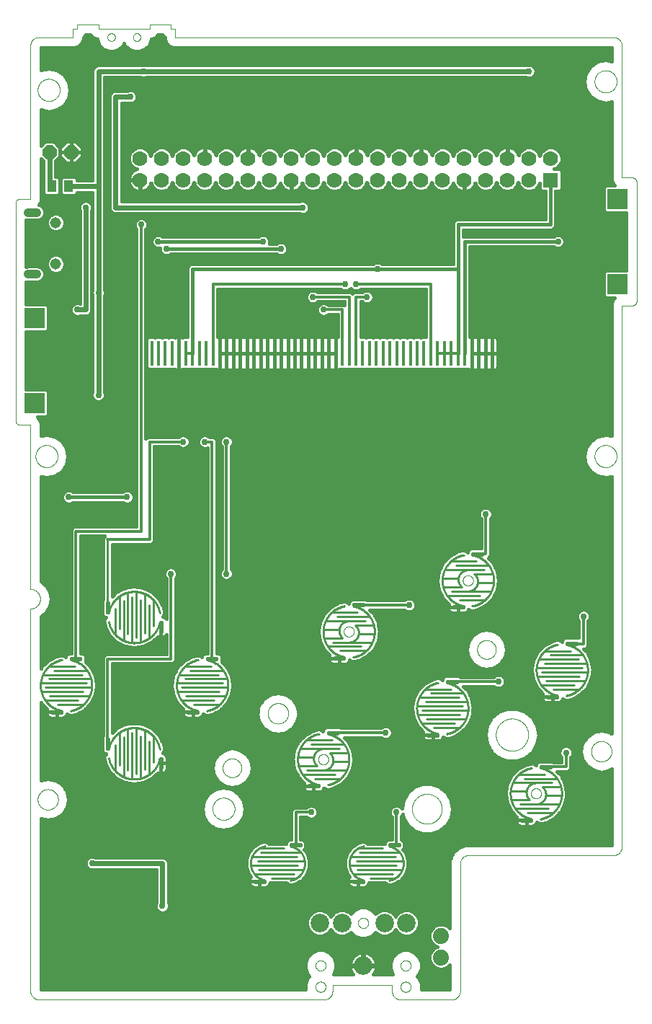
<source format=gtl>
G75*
%MOIN*%
%OFA0B0*%
%FSLAX25Y25*%
%IPPOS*%
%LPD*%
%AMOC8*
5,1,8,0,0,1.08239X$1,22.5*
%
%ADD10C,0.00000*%
%ADD11C,0.00039*%
%ADD12R,0.07000X0.07000*%
%ADD13C,0.07000*%
%ADD14C,0.01000*%
%ADD15R,0.04331X0.05512*%
%ADD16OC8,0.06600*%
%ADD17C,0.07400*%
%ADD18C,0.04000*%
%ADD19C,0.05150*%
%ADD20C,0.08600*%
%ADD21R,0.01575X0.11811*%
%ADD22R,0.09449X0.09449*%
%ADD23C,0.01600*%
%ADD24C,0.02978*%
%ADD25C,0.01200*%
%ADD26C,0.02400*%
D10*
X0029320Y0023079D02*
X0029320Y0199850D01*
X0029453Y0199852D01*
X0029586Y0199858D01*
X0029718Y0199868D01*
X0029851Y0199881D01*
X0029982Y0199899D01*
X0030114Y0199920D01*
X0030244Y0199945D01*
X0030374Y0199974D01*
X0030503Y0200007D01*
X0030630Y0200044D01*
X0030757Y0200084D01*
X0030883Y0200128D01*
X0031007Y0200176D01*
X0031129Y0200227D01*
X0031250Y0200282D01*
X0031370Y0200341D01*
X0031487Y0200402D01*
X0031603Y0200468D01*
X0031717Y0200536D01*
X0031829Y0200608D01*
X0031938Y0200684D01*
X0032046Y0200762D01*
X0032151Y0200844D01*
X0032253Y0200928D01*
X0032353Y0201016D01*
X0032451Y0201106D01*
X0032545Y0201200D01*
X0032637Y0201296D01*
X0032726Y0201395D01*
X0032812Y0201496D01*
X0032895Y0201600D01*
X0032975Y0201706D01*
X0033052Y0201814D01*
X0033126Y0201925D01*
X0033196Y0202038D01*
X0033263Y0202152D01*
X0033327Y0202269D01*
X0033387Y0202388D01*
X0033444Y0202508D01*
X0033497Y0202630D01*
X0033546Y0202753D01*
X0033592Y0202878D01*
X0033635Y0203004D01*
X0033673Y0203131D01*
X0033708Y0203260D01*
X0033739Y0203389D01*
X0033766Y0203519D01*
X0033789Y0203650D01*
X0033809Y0203781D01*
X0033824Y0203914D01*
X0033836Y0204046D01*
X0033844Y0204179D01*
X0033848Y0204312D01*
X0033848Y0204444D01*
X0033844Y0204577D01*
X0033836Y0204710D01*
X0033824Y0204842D01*
X0033809Y0204975D01*
X0033789Y0205106D01*
X0033766Y0205237D01*
X0033739Y0205367D01*
X0033708Y0205496D01*
X0033673Y0205625D01*
X0033635Y0205752D01*
X0033592Y0205878D01*
X0033546Y0206003D01*
X0033497Y0206126D01*
X0033444Y0206248D01*
X0033387Y0206368D01*
X0033327Y0206487D01*
X0033263Y0206604D01*
X0033196Y0206718D01*
X0033126Y0206831D01*
X0033052Y0206942D01*
X0032975Y0207050D01*
X0032895Y0207156D01*
X0032812Y0207260D01*
X0032726Y0207361D01*
X0032637Y0207460D01*
X0032545Y0207556D01*
X0032451Y0207650D01*
X0032353Y0207740D01*
X0032253Y0207828D01*
X0032151Y0207912D01*
X0032046Y0207994D01*
X0031938Y0208072D01*
X0031829Y0208148D01*
X0031717Y0208220D01*
X0031603Y0208288D01*
X0031487Y0208354D01*
X0031370Y0208415D01*
X0031250Y0208474D01*
X0031129Y0208529D01*
X0031007Y0208580D01*
X0030883Y0208628D01*
X0030757Y0208672D01*
X0030630Y0208712D01*
X0030503Y0208749D01*
X0030374Y0208782D01*
X0030244Y0208811D01*
X0030114Y0208836D01*
X0029982Y0208857D01*
X0029851Y0208875D01*
X0029718Y0208888D01*
X0029586Y0208898D01*
X0029453Y0208904D01*
X0029320Y0208906D01*
X0029320Y0284890D01*
X0024399Y0284890D01*
X0024399Y0284889D02*
X0024313Y0284891D01*
X0024227Y0284896D01*
X0024142Y0284906D01*
X0024057Y0284919D01*
X0023973Y0284936D01*
X0023889Y0284956D01*
X0023807Y0284980D01*
X0023726Y0285008D01*
X0023645Y0285039D01*
X0023567Y0285073D01*
X0023490Y0285111D01*
X0023414Y0285153D01*
X0023341Y0285197D01*
X0023270Y0285245D01*
X0023200Y0285296D01*
X0023133Y0285350D01*
X0023069Y0285406D01*
X0023007Y0285466D01*
X0022947Y0285528D01*
X0022891Y0285592D01*
X0022837Y0285659D01*
X0022786Y0285729D01*
X0022738Y0285800D01*
X0022694Y0285874D01*
X0022652Y0285949D01*
X0022614Y0286026D01*
X0022580Y0286104D01*
X0022549Y0286185D01*
X0022521Y0286266D01*
X0022497Y0286348D01*
X0022477Y0286432D01*
X0022460Y0286516D01*
X0022447Y0286601D01*
X0022437Y0286686D01*
X0022432Y0286772D01*
X0022430Y0286858D01*
X0022430Y0387252D01*
X0022432Y0387338D01*
X0022437Y0387424D01*
X0022447Y0387509D01*
X0022460Y0387594D01*
X0022477Y0387678D01*
X0022497Y0387762D01*
X0022521Y0387844D01*
X0022549Y0387925D01*
X0022580Y0388006D01*
X0022614Y0388084D01*
X0022652Y0388161D01*
X0022694Y0388237D01*
X0022738Y0388310D01*
X0022786Y0388381D01*
X0022837Y0388451D01*
X0022891Y0388518D01*
X0022947Y0388582D01*
X0023007Y0388644D01*
X0023069Y0388704D01*
X0023133Y0388760D01*
X0023200Y0388814D01*
X0023270Y0388865D01*
X0023341Y0388913D01*
X0023415Y0388957D01*
X0023490Y0388999D01*
X0023567Y0389037D01*
X0023645Y0389071D01*
X0023726Y0389102D01*
X0023807Y0389130D01*
X0023889Y0389154D01*
X0023973Y0389174D01*
X0024057Y0389191D01*
X0024142Y0389204D01*
X0024227Y0389214D01*
X0024313Y0389219D01*
X0024399Y0389221D01*
X0024399Y0389220D02*
X0029320Y0389220D01*
X0029320Y0460087D01*
X0029322Y0460211D01*
X0029328Y0460334D01*
X0029337Y0460458D01*
X0029351Y0460580D01*
X0029368Y0460703D01*
X0029390Y0460825D01*
X0029415Y0460946D01*
X0029444Y0461066D01*
X0029476Y0461185D01*
X0029513Y0461304D01*
X0029553Y0461421D01*
X0029596Y0461536D01*
X0029644Y0461651D01*
X0029695Y0461763D01*
X0029749Y0461874D01*
X0029807Y0461984D01*
X0029868Y0462091D01*
X0029933Y0462197D01*
X0030001Y0462300D01*
X0030072Y0462401D01*
X0030146Y0462500D01*
X0030223Y0462597D01*
X0030304Y0462691D01*
X0030387Y0462782D01*
X0030473Y0462871D01*
X0030562Y0462957D01*
X0030653Y0463040D01*
X0030747Y0463121D01*
X0030844Y0463198D01*
X0030943Y0463272D01*
X0031044Y0463343D01*
X0031147Y0463411D01*
X0031253Y0463476D01*
X0031360Y0463537D01*
X0031470Y0463595D01*
X0031581Y0463649D01*
X0031693Y0463700D01*
X0031808Y0463748D01*
X0031923Y0463791D01*
X0032040Y0463831D01*
X0032159Y0463868D01*
X0032278Y0463900D01*
X0032398Y0463929D01*
X0032519Y0463954D01*
X0032641Y0463976D01*
X0032764Y0463993D01*
X0032886Y0464007D01*
X0033010Y0464016D01*
X0033133Y0464022D01*
X0033257Y0464024D01*
X0049005Y0464024D01*
X0049005Y0467961D01*
X0050974Y0467961D01*
X0050974Y0469929D01*
X0060816Y0469929D01*
X0060816Y0467961D01*
X0084438Y0467961D01*
X0084438Y0469929D01*
X0094281Y0469929D01*
X0094281Y0467961D01*
X0096249Y0467961D01*
X0096249Y0464024D01*
X0299005Y0464024D01*
X0299129Y0464022D01*
X0299252Y0464016D01*
X0299376Y0464007D01*
X0299498Y0463993D01*
X0299621Y0463976D01*
X0299743Y0463954D01*
X0299864Y0463929D01*
X0299984Y0463900D01*
X0300103Y0463868D01*
X0300222Y0463831D01*
X0300339Y0463791D01*
X0300454Y0463748D01*
X0300569Y0463700D01*
X0300681Y0463649D01*
X0300792Y0463595D01*
X0300902Y0463537D01*
X0301009Y0463476D01*
X0301115Y0463411D01*
X0301218Y0463343D01*
X0301319Y0463272D01*
X0301418Y0463198D01*
X0301515Y0463121D01*
X0301609Y0463040D01*
X0301700Y0462957D01*
X0301789Y0462871D01*
X0301875Y0462782D01*
X0301958Y0462691D01*
X0302039Y0462597D01*
X0302116Y0462500D01*
X0302190Y0462401D01*
X0302261Y0462300D01*
X0302329Y0462197D01*
X0302394Y0462091D01*
X0302455Y0461984D01*
X0302513Y0461874D01*
X0302567Y0461763D01*
X0302618Y0461651D01*
X0302666Y0461536D01*
X0302709Y0461421D01*
X0302749Y0461304D01*
X0302786Y0461185D01*
X0302818Y0461066D01*
X0302847Y0460946D01*
X0302872Y0460825D01*
X0302894Y0460703D01*
X0302911Y0460580D01*
X0302925Y0460458D01*
X0302934Y0460334D01*
X0302940Y0460211D01*
X0302942Y0460087D01*
X0302942Y0399063D01*
X0307864Y0399063D01*
X0307950Y0399061D01*
X0308036Y0399056D01*
X0308121Y0399046D01*
X0308206Y0399033D01*
X0308290Y0399016D01*
X0308374Y0398996D01*
X0308456Y0398972D01*
X0308537Y0398944D01*
X0308618Y0398913D01*
X0308696Y0398879D01*
X0308773Y0398841D01*
X0308849Y0398799D01*
X0308922Y0398755D01*
X0308993Y0398707D01*
X0309063Y0398656D01*
X0309130Y0398602D01*
X0309194Y0398546D01*
X0309256Y0398486D01*
X0309316Y0398424D01*
X0309372Y0398360D01*
X0309426Y0398293D01*
X0309477Y0398223D01*
X0309525Y0398152D01*
X0309569Y0398079D01*
X0309611Y0398003D01*
X0309649Y0397926D01*
X0309683Y0397848D01*
X0309714Y0397767D01*
X0309742Y0397686D01*
X0309766Y0397604D01*
X0309786Y0397520D01*
X0309803Y0397436D01*
X0309816Y0397351D01*
X0309826Y0397266D01*
X0309831Y0397180D01*
X0309833Y0397094D01*
X0309832Y0397094D02*
X0309832Y0341976D01*
X0309833Y0341976D02*
X0309831Y0341890D01*
X0309826Y0341804D01*
X0309816Y0341719D01*
X0309803Y0341634D01*
X0309786Y0341550D01*
X0309766Y0341466D01*
X0309742Y0341384D01*
X0309714Y0341303D01*
X0309683Y0341222D01*
X0309649Y0341144D01*
X0309611Y0341067D01*
X0309569Y0340992D01*
X0309525Y0340918D01*
X0309477Y0340847D01*
X0309426Y0340777D01*
X0309372Y0340710D01*
X0309316Y0340646D01*
X0309256Y0340584D01*
X0309194Y0340524D01*
X0309130Y0340468D01*
X0309063Y0340414D01*
X0308993Y0340363D01*
X0308922Y0340315D01*
X0308849Y0340271D01*
X0308773Y0340229D01*
X0308696Y0340191D01*
X0308618Y0340157D01*
X0308537Y0340126D01*
X0308456Y0340098D01*
X0308374Y0340074D01*
X0308290Y0340054D01*
X0308206Y0340037D01*
X0308121Y0340024D01*
X0308036Y0340014D01*
X0307950Y0340009D01*
X0307864Y0340007D01*
X0307864Y0340008D02*
X0302942Y0340008D01*
X0302942Y0089811D01*
X0302940Y0089687D01*
X0302934Y0089564D01*
X0302925Y0089440D01*
X0302911Y0089318D01*
X0302894Y0089195D01*
X0302872Y0089073D01*
X0302847Y0088952D01*
X0302818Y0088832D01*
X0302786Y0088713D01*
X0302749Y0088594D01*
X0302709Y0088477D01*
X0302666Y0088362D01*
X0302618Y0088247D01*
X0302567Y0088135D01*
X0302513Y0088024D01*
X0302455Y0087914D01*
X0302394Y0087807D01*
X0302329Y0087701D01*
X0302261Y0087598D01*
X0302190Y0087497D01*
X0302116Y0087398D01*
X0302039Y0087301D01*
X0301958Y0087207D01*
X0301875Y0087116D01*
X0301789Y0087027D01*
X0301700Y0086941D01*
X0301609Y0086858D01*
X0301515Y0086777D01*
X0301418Y0086700D01*
X0301319Y0086626D01*
X0301218Y0086555D01*
X0301115Y0086487D01*
X0301009Y0086422D01*
X0300902Y0086361D01*
X0300792Y0086303D01*
X0300681Y0086249D01*
X0300569Y0086198D01*
X0300454Y0086150D01*
X0300339Y0086107D01*
X0300222Y0086067D01*
X0300103Y0086030D01*
X0299984Y0085998D01*
X0299864Y0085969D01*
X0299743Y0085944D01*
X0299621Y0085922D01*
X0299498Y0085905D01*
X0299376Y0085891D01*
X0299252Y0085882D01*
X0299129Y0085876D01*
X0299005Y0085874D01*
X0232076Y0085874D01*
X0231952Y0085872D01*
X0231829Y0085866D01*
X0231705Y0085857D01*
X0231583Y0085843D01*
X0231460Y0085826D01*
X0231338Y0085804D01*
X0231217Y0085779D01*
X0231097Y0085750D01*
X0230978Y0085718D01*
X0230859Y0085681D01*
X0230742Y0085641D01*
X0230627Y0085598D01*
X0230512Y0085550D01*
X0230400Y0085499D01*
X0230289Y0085445D01*
X0230179Y0085387D01*
X0230072Y0085326D01*
X0229966Y0085261D01*
X0229863Y0085193D01*
X0229762Y0085122D01*
X0229663Y0085048D01*
X0229566Y0084971D01*
X0229472Y0084890D01*
X0229381Y0084807D01*
X0229292Y0084721D01*
X0229206Y0084632D01*
X0229123Y0084541D01*
X0229042Y0084447D01*
X0228965Y0084350D01*
X0228891Y0084251D01*
X0228820Y0084150D01*
X0228752Y0084047D01*
X0228687Y0083941D01*
X0228626Y0083834D01*
X0228568Y0083724D01*
X0228514Y0083613D01*
X0228463Y0083501D01*
X0228415Y0083386D01*
X0228372Y0083271D01*
X0228332Y0083154D01*
X0228295Y0083035D01*
X0228263Y0082916D01*
X0228234Y0082796D01*
X0228209Y0082675D01*
X0228187Y0082553D01*
X0228170Y0082430D01*
X0228156Y0082308D01*
X0228147Y0082184D01*
X0228141Y0082061D01*
X0228139Y0081937D01*
X0228139Y0023079D01*
X0228137Y0022955D01*
X0228131Y0022832D01*
X0228122Y0022708D01*
X0228108Y0022586D01*
X0228091Y0022463D01*
X0228069Y0022341D01*
X0228044Y0022220D01*
X0228015Y0022100D01*
X0227983Y0021981D01*
X0227946Y0021862D01*
X0227906Y0021745D01*
X0227863Y0021630D01*
X0227815Y0021515D01*
X0227764Y0021403D01*
X0227710Y0021292D01*
X0227652Y0021182D01*
X0227591Y0021075D01*
X0227526Y0020969D01*
X0227458Y0020866D01*
X0227387Y0020765D01*
X0227313Y0020666D01*
X0227236Y0020569D01*
X0227155Y0020475D01*
X0227072Y0020384D01*
X0226986Y0020295D01*
X0226897Y0020209D01*
X0226806Y0020126D01*
X0226712Y0020045D01*
X0226615Y0019968D01*
X0226516Y0019894D01*
X0226415Y0019823D01*
X0226312Y0019755D01*
X0226206Y0019690D01*
X0226099Y0019629D01*
X0225989Y0019571D01*
X0225878Y0019517D01*
X0225766Y0019466D01*
X0225651Y0019418D01*
X0225536Y0019375D01*
X0225419Y0019335D01*
X0225300Y0019298D01*
X0225181Y0019266D01*
X0225061Y0019237D01*
X0224940Y0019212D01*
X0224818Y0019190D01*
X0224695Y0019173D01*
X0224573Y0019159D01*
X0224449Y0019150D01*
X0224326Y0019144D01*
X0224202Y0019142D01*
X0200580Y0019142D01*
X0200456Y0019144D01*
X0200333Y0019150D01*
X0200209Y0019159D01*
X0200087Y0019173D01*
X0199964Y0019190D01*
X0199842Y0019212D01*
X0199721Y0019237D01*
X0199601Y0019266D01*
X0199482Y0019298D01*
X0199363Y0019335D01*
X0199246Y0019375D01*
X0199131Y0019418D01*
X0199016Y0019466D01*
X0198904Y0019517D01*
X0198793Y0019571D01*
X0198683Y0019629D01*
X0198576Y0019690D01*
X0198470Y0019755D01*
X0198367Y0019823D01*
X0198266Y0019894D01*
X0198167Y0019968D01*
X0198070Y0020045D01*
X0197976Y0020126D01*
X0197885Y0020209D01*
X0197796Y0020295D01*
X0197710Y0020384D01*
X0197627Y0020475D01*
X0197546Y0020569D01*
X0197469Y0020666D01*
X0197395Y0020765D01*
X0197324Y0020866D01*
X0197256Y0020969D01*
X0197191Y0021075D01*
X0197130Y0021182D01*
X0197072Y0021292D01*
X0197018Y0021403D01*
X0196967Y0021515D01*
X0196919Y0021630D01*
X0196876Y0021745D01*
X0196836Y0021862D01*
X0196799Y0021981D01*
X0196767Y0022100D01*
X0196738Y0022220D01*
X0196713Y0022341D01*
X0196691Y0022463D01*
X0196674Y0022586D01*
X0196660Y0022708D01*
X0196651Y0022832D01*
X0196645Y0022955D01*
X0196643Y0023079D01*
X0196643Y0026031D01*
X0169084Y0026031D01*
X0169084Y0023079D01*
X0169082Y0022955D01*
X0169076Y0022832D01*
X0169067Y0022708D01*
X0169053Y0022586D01*
X0169036Y0022463D01*
X0169014Y0022341D01*
X0168989Y0022220D01*
X0168960Y0022100D01*
X0168928Y0021981D01*
X0168891Y0021862D01*
X0168851Y0021745D01*
X0168808Y0021630D01*
X0168760Y0021515D01*
X0168709Y0021403D01*
X0168655Y0021292D01*
X0168597Y0021182D01*
X0168536Y0021075D01*
X0168471Y0020969D01*
X0168403Y0020866D01*
X0168332Y0020765D01*
X0168258Y0020666D01*
X0168181Y0020569D01*
X0168100Y0020475D01*
X0168017Y0020384D01*
X0167931Y0020295D01*
X0167842Y0020209D01*
X0167751Y0020126D01*
X0167657Y0020045D01*
X0167560Y0019968D01*
X0167461Y0019894D01*
X0167360Y0019823D01*
X0167257Y0019755D01*
X0167151Y0019690D01*
X0167044Y0019629D01*
X0166934Y0019571D01*
X0166823Y0019517D01*
X0166711Y0019466D01*
X0166596Y0019418D01*
X0166481Y0019375D01*
X0166364Y0019335D01*
X0166245Y0019298D01*
X0166126Y0019266D01*
X0166006Y0019237D01*
X0165885Y0019212D01*
X0165763Y0019190D01*
X0165640Y0019173D01*
X0165518Y0019159D01*
X0165394Y0019150D01*
X0165271Y0019144D01*
X0165147Y0019142D01*
X0033257Y0019142D01*
X0033133Y0019144D01*
X0033010Y0019150D01*
X0032886Y0019159D01*
X0032764Y0019173D01*
X0032641Y0019190D01*
X0032519Y0019212D01*
X0032398Y0019237D01*
X0032278Y0019266D01*
X0032159Y0019298D01*
X0032040Y0019335D01*
X0031923Y0019375D01*
X0031808Y0019418D01*
X0031693Y0019466D01*
X0031581Y0019517D01*
X0031470Y0019571D01*
X0031360Y0019629D01*
X0031253Y0019690D01*
X0031147Y0019755D01*
X0031044Y0019823D01*
X0030943Y0019894D01*
X0030844Y0019968D01*
X0030747Y0020045D01*
X0030653Y0020126D01*
X0030562Y0020209D01*
X0030473Y0020295D01*
X0030387Y0020384D01*
X0030304Y0020475D01*
X0030223Y0020569D01*
X0030146Y0020666D01*
X0030072Y0020765D01*
X0030001Y0020866D01*
X0029933Y0020969D01*
X0029868Y0021075D01*
X0029807Y0021182D01*
X0029749Y0021292D01*
X0029695Y0021403D01*
X0029644Y0021515D01*
X0029596Y0021630D01*
X0029553Y0021745D01*
X0029513Y0021862D01*
X0029476Y0021981D01*
X0029444Y0022100D01*
X0029415Y0022220D01*
X0029390Y0022341D01*
X0029368Y0022463D01*
X0029351Y0022586D01*
X0029337Y0022708D01*
X0029328Y0022832D01*
X0029322Y0022955D01*
X0029320Y0023079D01*
X0161210Y0025047D02*
X0161212Y0025144D01*
X0161218Y0025241D01*
X0161228Y0025337D01*
X0161242Y0025433D01*
X0161260Y0025529D01*
X0161281Y0025623D01*
X0161307Y0025717D01*
X0161336Y0025809D01*
X0161370Y0025900D01*
X0161406Y0025990D01*
X0161447Y0026078D01*
X0161491Y0026164D01*
X0161539Y0026249D01*
X0161590Y0026331D01*
X0161644Y0026412D01*
X0161702Y0026490D01*
X0161763Y0026565D01*
X0161826Y0026638D01*
X0161893Y0026709D01*
X0161963Y0026776D01*
X0162035Y0026841D01*
X0162110Y0026902D01*
X0162188Y0026961D01*
X0162267Y0027016D01*
X0162349Y0027068D01*
X0162433Y0027116D01*
X0162519Y0027161D01*
X0162607Y0027203D01*
X0162696Y0027241D01*
X0162787Y0027275D01*
X0162879Y0027305D01*
X0162972Y0027332D01*
X0163067Y0027354D01*
X0163162Y0027373D01*
X0163258Y0027388D01*
X0163354Y0027399D01*
X0163451Y0027406D01*
X0163548Y0027409D01*
X0163645Y0027408D01*
X0163742Y0027403D01*
X0163838Y0027394D01*
X0163934Y0027381D01*
X0164030Y0027364D01*
X0164125Y0027343D01*
X0164218Y0027319D01*
X0164311Y0027290D01*
X0164403Y0027258D01*
X0164493Y0027222D01*
X0164581Y0027183D01*
X0164668Y0027139D01*
X0164753Y0027093D01*
X0164836Y0027042D01*
X0164917Y0026989D01*
X0164995Y0026932D01*
X0165072Y0026872D01*
X0165145Y0026809D01*
X0165216Y0026743D01*
X0165284Y0026674D01*
X0165350Y0026602D01*
X0165412Y0026528D01*
X0165471Y0026451D01*
X0165527Y0026372D01*
X0165580Y0026290D01*
X0165630Y0026207D01*
X0165675Y0026121D01*
X0165718Y0026034D01*
X0165757Y0025945D01*
X0165792Y0025855D01*
X0165823Y0025763D01*
X0165850Y0025670D01*
X0165874Y0025576D01*
X0165894Y0025481D01*
X0165910Y0025385D01*
X0165922Y0025289D01*
X0165930Y0025192D01*
X0165934Y0025095D01*
X0165934Y0024999D01*
X0165930Y0024902D01*
X0165922Y0024805D01*
X0165910Y0024709D01*
X0165894Y0024613D01*
X0165874Y0024518D01*
X0165850Y0024424D01*
X0165823Y0024331D01*
X0165792Y0024239D01*
X0165757Y0024149D01*
X0165718Y0024060D01*
X0165675Y0023973D01*
X0165630Y0023887D01*
X0165580Y0023804D01*
X0165527Y0023722D01*
X0165471Y0023643D01*
X0165412Y0023566D01*
X0165350Y0023492D01*
X0165284Y0023420D01*
X0165216Y0023351D01*
X0165145Y0023285D01*
X0165072Y0023222D01*
X0164995Y0023162D01*
X0164917Y0023105D01*
X0164836Y0023052D01*
X0164753Y0023001D01*
X0164668Y0022955D01*
X0164581Y0022911D01*
X0164493Y0022872D01*
X0164403Y0022836D01*
X0164311Y0022804D01*
X0164218Y0022775D01*
X0164125Y0022751D01*
X0164030Y0022730D01*
X0163934Y0022713D01*
X0163838Y0022700D01*
X0163742Y0022691D01*
X0163645Y0022686D01*
X0163548Y0022685D01*
X0163451Y0022688D01*
X0163354Y0022695D01*
X0163258Y0022706D01*
X0163162Y0022721D01*
X0163067Y0022740D01*
X0162972Y0022762D01*
X0162879Y0022789D01*
X0162787Y0022819D01*
X0162696Y0022853D01*
X0162607Y0022891D01*
X0162519Y0022933D01*
X0162433Y0022978D01*
X0162349Y0023026D01*
X0162267Y0023078D01*
X0162188Y0023133D01*
X0162110Y0023192D01*
X0162035Y0023253D01*
X0161963Y0023318D01*
X0161893Y0023385D01*
X0161826Y0023456D01*
X0161763Y0023529D01*
X0161702Y0023604D01*
X0161644Y0023682D01*
X0161590Y0023763D01*
X0161539Y0023845D01*
X0161491Y0023930D01*
X0161447Y0024016D01*
X0161406Y0024104D01*
X0161370Y0024194D01*
X0161336Y0024285D01*
X0161307Y0024377D01*
X0161281Y0024471D01*
X0161260Y0024565D01*
X0161242Y0024661D01*
X0161228Y0024757D01*
X0161218Y0024853D01*
X0161212Y0024950D01*
X0161210Y0025047D01*
X0161210Y0034890D02*
X0161212Y0034987D01*
X0161218Y0035084D01*
X0161228Y0035180D01*
X0161242Y0035276D01*
X0161260Y0035372D01*
X0161281Y0035466D01*
X0161307Y0035560D01*
X0161336Y0035652D01*
X0161370Y0035743D01*
X0161406Y0035833D01*
X0161447Y0035921D01*
X0161491Y0036007D01*
X0161539Y0036092D01*
X0161590Y0036174D01*
X0161644Y0036255D01*
X0161702Y0036333D01*
X0161763Y0036408D01*
X0161826Y0036481D01*
X0161893Y0036552D01*
X0161963Y0036619D01*
X0162035Y0036684D01*
X0162110Y0036745D01*
X0162188Y0036804D01*
X0162267Y0036859D01*
X0162349Y0036911D01*
X0162433Y0036959D01*
X0162519Y0037004D01*
X0162607Y0037046D01*
X0162696Y0037084D01*
X0162787Y0037118D01*
X0162879Y0037148D01*
X0162972Y0037175D01*
X0163067Y0037197D01*
X0163162Y0037216D01*
X0163258Y0037231D01*
X0163354Y0037242D01*
X0163451Y0037249D01*
X0163548Y0037252D01*
X0163645Y0037251D01*
X0163742Y0037246D01*
X0163838Y0037237D01*
X0163934Y0037224D01*
X0164030Y0037207D01*
X0164125Y0037186D01*
X0164218Y0037162D01*
X0164311Y0037133D01*
X0164403Y0037101D01*
X0164493Y0037065D01*
X0164581Y0037026D01*
X0164668Y0036982D01*
X0164753Y0036936D01*
X0164836Y0036885D01*
X0164917Y0036832D01*
X0164995Y0036775D01*
X0165072Y0036715D01*
X0165145Y0036652D01*
X0165216Y0036586D01*
X0165284Y0036517D01*
X0165350Y0036445D01*
X0165412Y0036371D01*
X0165471Y0036294D01*
X0165527Y0036215D01*
X0165580Y0036133D01*
X0165630Y0036050D01*
X0165675Y0035964D01*
X0165718Y0035877D01*
X0165757Y0035788D01*
X0165792Y0035698D01*
X0165823Y0035606D01*
X0165850Y0035513D01*
X0165874Y0035419D01*
X0165894Y0035324D01*
X0165910Y0035228D01*
X0165922Y0035132D01*
X0165930Y0035035D01*
X0165934Y0034938D01*
X0165934Y0034842D01*
X0165930Y0034745D01*
X0165922Y0034648D01*
X0165910Y0034552D01*
X0165894Y0034456D01*
X0165874Y0034361D01*
X0165850Y0034267D01*
X0165823Y0034174D01*
X0165792Y0034082D01*
X0165757Y0033992D01*
X0165718Y0033903D01*
X0165675Y0033816D01*
X0165630Y0033730D01*
X0165580Y0033647D01*
X0165527Y0033565D01*
X0165471Y0033486D01*
X0165412Y0033409D01*
X0165350Y0033335D01*
X0165284Y0033263D01*
X0165216Y0033194D01*
X0165145Y0033128D01*
X0165072Y0033065D01*
X0164995Y0033005D01*
X0164917Y0032948D01*
X0164836Y0032895D01*
X0164753Y0032844D01*
X0164668Y0032798D01*
X0164581Y0032754D01*
X0164493Y0032715D01*
X0164403Y0032679D01*
X0164311Y0032647D01*
X0164218Y0032618D01*
X0164125Y0032594D01*
X0164030Y0032573D01*
X0163934Y0032556D01*
X0163838Y0032543D01*
X0163742Y0032534D01*
X0163645Y0032529D01*
X0163548Y0032528D01*
X0163451Y0032531D01*
X0163354Y0032538D01*
X0163258Y0032549D01*
X0163162Y0032564D01*
X0163067Y0032583D01*
X0162972Y0032605D01*
X0162879Y0032632D01*
X0162787Y0032662D01*
X0162696Y0032696D01*
X0162607Y0032734D01*
X0162519Y0032776D01*
X0162433Y0032821D01*
X0162349Y0032869D01*
X0162267Y0032921D01*
X0162188Y0032976D01*
X0162110Y0033035D01*
X0162035Y0033096D01*
X0161963Y0033161D01*
X0161893Y0033228D01*
X0161826Y0033299D01*
X0161763Y0033372D01*
X0161702Y0033447D01*
X0161644Y0033525D01*
X0161590Y0033606D01*
X0161539Y0033688D01*
X0161491Y0033773D01*
X0161447Y0033859D01*
X0161406Y0033947D01*
X0161370Y0034037D01*
X0161336Y0034128D01*
X0161307Y0034220D01*
X0161281Y0034314D01*
X0161260Y0034408D01*
X0161242Y0034504D01*
X0161228Y0034600D01*
X0161218Y0034696D01*
X0161212Y0034793D01*
X0161210Y0034890D01*
X0180895Y0054575D02*
X0180897Y0054672D01*
X0180903Y0054769D01*
X0180913Y0054865D01*
X0180927Y0054961D01*
X0180945Y0055057D01*
X0180966Y0055151D01*
X0180992Y0055245D01*
X0181021Y0055337D01*
X0181055Y0055428D01*
X0181091Y0055518D01*
X0181132Y0055606D01*
X0181176Y0055692D01*
X0181224Y0055777D01*
X0181275Y0055859D01*
X0181329Y0055940D01*
X0181387Y0056018D01*
X0181448Y0056093D01*
X0181511Y0056166D01*
X0181578Y0056237D01*
X0181648Y0056304D01*
X0181720Y0056369D01*
X0181795Y0056430D01*
X0181873Y0056489D01*
X0181952Y0056544D01*
X0182034Y0056596D01*
X0182118Y0056644D01*
X0182204Y0056689D01*
X0182292Y0056731D01*
X0182381Y0056769D01*
X0182472Y0056803D01*
X0182564Y0056833D01*
X0182657Y0056860D01*
X0182752Y0056882D01*
X0182847Y0056901D01*
X0182943Y0056916D01*
X0183039Y0056927D01*
X0183136Y0056934D01*
X0183233Y0056937D01*
X0183330Y0056936D01*
X0183427Y0056931D01*
X0183523Y0056922D01*
X0183619Y0056909D01*
X0183715Y0056892D01*
X0183810Y0056871D01*
X0183903Y0056847D01*
X0183996Y0056818D01*
X0184088Y0056786D01*
X0184178Y0056750D01*
X0184266Y0056711D01*
X0184353Y0056667D01*
X0184438Y0056621D01*
X0184521Y0056570D01*
X0184602Y0056517D01*
X0184680Y0056460D01*
X0184757Y0056400D01*
X0184830Y0056337D01*
X0184901Y0056271D01*
X0184969Y0056202D01*
X0185035Y0056130D01*
X0185097Y0056056D01*
X0185156Y0055979D01*
X0185212Y0055900D01*
X0185265Y0055818D01*
X0185315Y0055735D01*
X0185360Y0055649D01*
X0185403Y0055562D01*
X0185442Y0055473D01*
X0185477Y0055383D01*
X0185508Y0055291D01*
X0185535Y0055198D01*
X0185559Y0055104D01*
X0185579Y0055009D01*
X0185595Y0054913D01*
X0185607Y0054817D01*
X0185615Y0054720D01*
X0185619Y0054623D01*
X0185619Y0054527D01*
X0185615Y0054430D01*
X0185607Y0054333D01*
X0185595Y0054237D01*
X0185579Y0054141D01*
X0185559Y0054046D01*
X0185535Y0053952D01*
X0185508Y0053859D01*
X0185477Y0053767D01*
X0185442Y0053677D01*
X0185403Y0053588D01*
X0185360Y0053501D01*
X0185315Y0053415D01*
X0185265Y0053332D01*
X0185212Y0053250D01*
X0185156Y0053171D01*
X0185097Y0053094D01*
X0185035Y0053020D01*
X0184969Y0052948D01*
X0184901Y0052879D01*
X0184830Y0052813D01*
X0184757Y0052750D01*
X0184680Y0052690D01*
X0184602Y0052633D01*
X0184521Y0052580D01*
X0184438Y0052529D01*
X0184353Y0052483D01*
X0184266Y0052439D01*
X0184178Y0052400D01*
X0184088Y0052364D01*
X0183996Y0052332D01*
X0183903Y0052303D01*
X0183810Y0052279D01*
X0183715Y0052258D01*
X0183619Y0052241D01*
X0183523Y0052228D01*
X0183427Y0052219D01*
X0183330Y0052214D01*
X0183233Y0052213D01*
X0183136Y0052216D01*
X0183039Y0052223D01*
X0182943Y0052234D01*
X0182847Y0052249D01*
X0182752Y0052268D01*
X0182657Y0052290D01*
X0182564Y0052317D01*
X0182472Y0052347D01*
X0182381Y0052381D01*
X0182292Y0052419D01*
X0182204Y0052461D01*
X0182118Y0052506D01*
X0182034Y0052554D01*
X0181952Y0052606D01*
X0181873Y0052661D01*
X0181795Y0052720D01*
X0181720Y0052781D01*
X0181648Y0052846D01*
X0181578Y0052913D01*
X0181511Y0052984D01*
X0181448Y0053057D01*
X0181387Y0053132D01*
X0181329Y0053210D01*
X0181275Y0053291D01*
X0181224Y0053373D01*
X0181176Y0053458D01*
X0181132Y0053544D01*
X0181091Y0053632D01*
X0181055Y0053722D01*
X0181021Y0053813D01*
X0180992Y0053905D01*
X0180966Y0053999D01*
X0180945Y0054093D01*
X0180927Y0054189D01*
X0180913Y0054285D01*
X0180903Y0054381D01*
X0180897Y0054478D01*
X0180895Y0054575D01*
X0200580Y0034890D02*
X0200582Y0034987D01*
X0200588Y0035084D01*
X0200598Y0035180D01*
X0200612Y0035276D01*
X0200630Y0035372D01*
X0200651Y0035466D01*
X0200677Y0035560D01*
X0200706Y0035652D01*
X0200740Y0035743D01*
X0200776Y0035833D01*
X0200817Y0035921D01*
X0200861Y0036007D01*
X0200909Y0036092D01*
X0200960Y0036174D01*
X0201014Y0036255D01*
X0201072Y0036333D01*
X0201133Y0036408D01*
X0201196Y0036481D01*
X0201263Y0036552D01*
X0201333Y0036619D01*
X0201405Y0036684D01*
X0201480Y0036745D01*
X0201558Y0036804D01*
X0201637Y0036859D01*
X0201719Y0036911D01*
X0201803Y0036959D01*
X0201889Y0037004D01*
X0201977Y0037046D01*
X0202066Y0037084D01*
X0202157Y0037118D01*
X0202249Y0037148D01*
X0202342Y0037175D01*
X0202437Y0037197D01*
X0202532Y0037216D01*
X0202628Y0037231D01*
X0202724Y0037242D01*
X0202821Y0037249D01*
X0202918Y0037252D01*
X0203015Y0037251D01*
X0203112Y0037246D01*
X0203208Y0037237D01*
X0203304Y0037224D01*
X0203400Y0037207D01*
X0203495Y0037186D01*
X0203588Y0037162D01*
X0203681Y0037133D01*
X0203773Y0037101D01*
X0203863Y0037065D01*
X0203951Y0037026D01*
X0204038Y0036982D01*
X0204123Y0036936D01*
X0204206Y0036885D01*
X0204287Y0036832D01*
X0204365Y0036775D01*
X0204442Y0036715D01*
X0204515Y0036652D01*
X0204586Y0036586D01*
X0204654Y0036517D01*
X0204720Y0036445D01*
X0204782Y0036371D01*
X0204841Y0036294D01*
X0204897Y0036215D01*
X0204950Y0036133D01*
X0205000Y0036050D01*
X0205045Y0035964D01*
X0205088Y0035877D01*
X0205127Y0035788D01*
X0205162Y0035698D01*
X0205193Y0035606D01*
X0205220Y0035513D01*
X0205244Y0035419D01*
X0205264Y0035324D01*
X0205280Y0035228D01*
X0205292Y0035132D01*
X0205300Y0035035D01*
X0205304Y0034938D01*
X0205304Y0034842D01*
X0205300Y0034745D01*
X0205292Y0034648D01*
X0205280Y0034552D01*
X0205264Y0034456D01*
X0205244Y0034361D01*
X0205220Y0034267D01*
X0205193Y0034174D01*
X0205162Y0034082D01*
X0205127Y0033992D01*
X0205088Y0033903D01*
X0205045Y0033816D01*
X0205000Y0033730D01*
X0204950Y0033647D01*
X0204897Y0033565D01*
X0204841Y0033486D01*
X0204782Y0033409D01*
X0204720Y0033335D01*
X0204654Y0033263D01*
X0204586Y0033194D01*
X0204515Y0033128D01*
X0204442Y0033065D01*
X0204365Y0033005D01*
X0204287Y0032948D01*
X0204206Y0032895D01*
X0204123Y0032844D01*
X0204038Y0032798D01*
X0203951Y0032754D01*
X0203863Y0032715D01*
X0203773Y0032679D01*
X0203681Y0032647D01*
X0203588Y0032618D01*
X0203495Y0032594D01*
X0203400Y0032573D01*
X0203304Y0032556D01*
X0203208Y0032543D01*
X0203112Y0032534D01*
X0203015Y0032529D01*
X0202918Y0032528D01*
X0202821Y0032531D01*
X0202724Y0032538D01*
X0202628Y0032549D01*
X0202532Y0032564D01*
X0202437Y0032583D01*
X0202342Y0032605D01*
X0202249Y0032632D01*
X0202157Y0032662D01*
X0202066Y0032696D01*
X0201977Y0032734D01*
X0201889Y0032776D01*
X0201803Y0032821D01*
X0201719Y0032869D01*
X0201637Y0032921D01*
X0201558Y0032976D01*
X0201480Y0033035D01*
X0201405Y0033096D01*
X0201333Y0033161D01*
X0201263Y0033228D01*
X0201196Y0033299D01*
X0201133Y0033372D01*
X0201072Y0033447D01*
X0201014Y0033525D01*
X0200960Y0033606D01*
X0200909Y0033688D01*
X0200861Y0033773D01*
X0200817Y0033859D01*
X0200776Y0033947D01*
X0200740Y0034037D01*
X0200706Y0034128D01*
X0200677Y0034220D01*
X0200651Y0034314D01*
X0200630Y0034408D01*
X0200612Y0034504D01*
X0200598Y0034600D01*
X0200588Y0034696D01*
X0200582Y0034793D01*
X0200580Y0034890D01*
X0200580Y0025047D02*
X0200582Y0025144D01*
X0200588Y0025241D01*
X0200598Y0025337D01*
X0200612Y0025433D01*
X0200630Y0025529D01*
X0200651Y0025623D01*
X0200677Y0025717D01*
X0200706Y0025809D01*
X0200740Y0025900D01*
X0200776Y0025990D01*
X0200817Y0026078D01*
X0200861Y0026164D01*
X0200909Y0026249D01*
X0200960Y0026331D01*
X0201014Y0026412D01*
X0201072Y0026490D01*
X0201133Y0026565D01*
X0201196Y0026638D01*
X0201263Y0026709D01*
X0201333Y0026776D01*
X0201405Y0026841D01*
X0201480Y0026902D01*
X0201558Y0026961D01*
X0201637Y0027016D01*
X0201719Y0027068D01*
X0201803Y0027116D01*
X0201889Y0027161D01*
X0201977Y0027203D01*
X0202066Y0027241D01*
X0202157Y0027275D01*
X0202249Y0027305D01*
X0202342Y0027332D01*
X0202437Y0027354D01*
X0202532Y0027373D01*
X0202628Y0027388D01*
X0202724Y0027399D01*
X0202821Y0027406D01*
X0202918Y0027409D01*
X0203015Y0027408D01*
X0203112Y0027403D01*
X0203208Y0027394D01*
X0203304Y0027381D01*
X0203400Y0027364D01*
X0203495Y0027343D01*
X0203588Y0027319D01*
X0203681Y0027290D01*
X0203773Y0027258D01*
X0203863Y0027222D01*
X0203951Y0027183D01*
X0204038Y0027139D01*
X0204123Y0027093D01*
X0204206Y0027042D01*
X0204287Y0026989D01*
X0204365Y0026932D01*
X0204442Y0026872D01*
X0204515Y0026809D01*
X0204586Y0026743D01*
X0204654Y0026674D01*
X0204720Y0026602D01*
X0204782Y0026528D01*
X0204841Y0026451D01*
X0204897Y0026372D01*
X0204950Y0026290D01*
X0205000Y0026207D01*
X0205045Y0026121D01*
X0205088Y0026034D01*
X0205127Y0025945D01*
X0205162Y0025855D01*
X0205193Y0025763D01*
X0205220Y0025670D01*
X0205244Y0025576D01*
X0205264Y0025481D01*
X0205280Y0025385D01*
X0205292Y0025289D01*
X0205300Y0025192D01*
X0205304Y0025095D01*
X0205304Y0024999D01*
X0205300Y0024902D01*
X0205292Y0024805D01*
X0205280Y0024709D01*
X0205264Y0024613D01*
X0205244Y0024518D01*
X0205220Y0024424D01*
X0205193Y0024331D01*
X0205162Y0024239D01*
X0205127Y0024149D01*
X0205088Y0024060D01*
X0205045Y0023973D01*
X0205000Y0023887D01*
X0204950Y0023804D01*
X0204897Y0023722D01*
X0204841Y0023643D01*
X0204782Y0023566D01*
X0204720Y0023492D01*
X0204654Y0023420D01*
X0204586Y0023351D01*
X0204515Y0023285D01*
X0204442Y0023222D01*
X0204365Y0023162D01*
X0204287Y0023105D01*
X0204206Y0023052D01*
X0204123Y0023001D01*
X0204038Y0022955D01*
X0203951Y0022911D01*
X0203863Y0022872D01*
X0203773Y0022836D01*
X0203681Y0022804D01*
X0203588Y0022775D01*
X0203495Y0022751D01*
X0203400Y0022730D01*
X0203304Y0022713D01*
X0203208Y0022700D01*
X0203112Y0022691D01*
X0203015Y0022686D01*
X0202918Y0022685D01*
X0202821Y0022688D01*
X0202724Y0022695D01*
X0202628Y0022706D01*
X0202532Y0022721D01*
X0202437Y0022740D01*
X0202342Y0022762D01*
X0202249Y0022789D01*
X0202157Y0022819D01*
X0202066Y0022853D01*
X0201977Y0022891D01*
X0201889Y0022933D01*
X0201803Y0022978D01*
X0201719Y0023026D01*
X0201637Y0023078D01*
X0201558Y0023133D01*
X0201480Y0023192D01*
X0201405Y0023253D01*
X0201333Y0023318D01*
X0201263Y0023385D01*
X0201196Y0023456D01*
X0201133Y0023529D01*
X0201072Y0023604D01*
X0201014Y0023682D01*
X0200960Y0023763D01*
X0200909Y0023845D01*
X0200861Y0023930D01*
X0200817Y0024016D01*
X0200776Y0024104D01*
X0200740Y0024194D01*
X0200706Y0024285D01*
X0200677Y0024377D01*
X0200651Y0024471D01*
X0200630Y0024565D01*
X0200612Y0024661D01*
X0200598Y0024757D01*
X0200588Y0024853D01*
X0200582Y0024950D01*
X0200580Y0025047D01*
X0260895Y0114457D02*
X0260897Y0114554D01*
X0260903Y0114651D01*
X0260913Y0114747D01*
X0260927Y0114843D01*
X0260945Y0114939D01*
X0260966Y0115033D01*
X0260992Y0115127D01*
X0261021Y0115219D01*
X0261055Y0115310D01*
X0261091Y0115400D01*
X0261132Y0115488D01*
X0261176Y0115574D01*
X0261224Y0115659D01*
X0261275Y0115741D01*
X0261329Y0115822D01*
X0261387Y0115900D01*
X0261448Y0115975D01*
X0261511Y0116048D01*
X0261578Y0116119D01*
X0261648Y0116186D01*
X0261720Y0116251D01*
X0261795Y0116312D01*
X0261873Y0116371D01*
X0261952Y0116426D01*
X0262034Y0116478D01*
X0262118Y0116526D01*
X0262204Y0116571D01*
X0262292Y0116613D01*
X0262381Y0116651D01*
X0262472Y0116685D01*
X0262564Y0116715D01*
X0262657Y0116742D01*
X0262752Y0116764D01*
X0262847Y0116783D01*
X0262943Y0116798D01*
X0263039Y0116809D01*
X0263136Y0116816D01*
X0263233Y0116819D01*
X0263330Y0116818D01*
X0263427Y0116813D01*
X0263523Y0116804D01*
X0263619Y0116791D01*
X0263715Y0116774D01*
X0263810Y0116753D01*
X0263903Y0116729D01*
X0263996Y0116700D01*
X0264088Y0116668D01*
X0264178Y0116632D01*
X0264266Y0116593D01*
X0264353Y0116549D01*
X0264438Y0116503D01*
X0264521Y0116452D01*
X0264602Y0116399D01*
X0264680Y0116342D01*
X0264757Y0116282D01*
X0264830Y0116219D01*
X0264901Y0116153D01*
X0264969Y0116084D01*
X0265035Y0116012D01*
X0265097Y0115938D01*
X0265156Y0115861D01*
X0265212Y0115782D01*
X0265265Y0115700D01*
X0265315Y0115617D01*
X0265360Y0115531D01*
X0265403Y0115444D01*
X0265442Y0115355D01*
X0265477Y0115265D01*
X0265508Y0115173D01*
X0265535Y0115080D01*
X0265559Y0114986D01*
X0265579Y0114891D01*
X0265595Y0114795D01*
X0265607Y0114699D01*
X0265615Y0114602D01*
X0265619Y0114505D01*
X0265619Y0114409D01*
X0265615Y0114312D01*
X0265607Y0114215D01*
X0265595Y0114119D01*
X0265579Y0114023D01*
X0265559Y0113928D01*
X0265535Y0113834D01*
X0265508Y0113741D01*
X0265477Y0113649D01*
X0265442Y0113559D01*
X0265403Y0113470D01*
X0265360Y0113383D01*
X0265315Y0113297D01*
X0265265Y0113214D01*
X0265212Y0113132D01*
X0265156Y0113053D01*
X0265097Y0112976D01*
X0265035Y0112902D01*
X0264969Y0112830D01*
X0264901Y0112761D01*
X0264830Y0112695D01*
X0264757Y0112632D01*
X0264680Y0112572D01*
X0264602Y0112515D01*
X0264521Y0112462D01*
X0264438Y0112411D01*
X0264353Y0112365D01*
X0264266Y0112321D01*
X0264178Y0112282D01*
X0264088Y0112246D01*
X0263996Y0112214D01*
X0263903Y0112185D01*
X0263810Y0112161D01*
X0263715Y0112140D01*
X0263619Y0112123D01*
X0263523Y0112110D01*
X0263427Y0112101D01*
X0263330Y0112096D01*
X0263233Y0112095D01*
X0263136Y0112098D01*
X0263039Y0112105D01*
X0262943Y0112116D01*
X0262847Y0112131D01*
X0262752Y0112150D01*
X0262657Y0112172D01*
X0262564Y0112199D01*
X0262472Y0112229D01*
X0262381Y0112263D01*
X0262292Y0112301D01*
X0262204Y0112343D01*
X0262118Y0112388D01*
X0262034Y0112436D01*
X0261952Y0112488D01*
X0261873Y0112543D01*
X0261795Y0112602D01*
X0261720Y0112663D01*
X0261648Y0112728D01*
X0261578Y0112795D01*
X0261511Y0112866D01*
X0261448Y0112939D01*
X0261387Y0113014D01*
X0261329Y0113092D01*
X0261275Y0113173D01*
X0261224Y0113255D01*
X0261176Y0113340D01*
X0261132Y0113426D01*
X0261091Y0113514D01*
X0261055Y0113604D01*
X0261021Y0113695D01*
X0260992Y0113787D01*
X0260966Y0113881D01*
X0260945Y0113975D01*
X0260927Y0114071D01*
X0260913Y0114167D01*
X0260903Y0114263D01*
X0260897Y0114360D01*
X0260895Y0114457D01*
X0229399Y0212882D02*
X0229401Y0212979D01*
X0229407Y0213076D01*
X0229417Y0213172D01*
X0229431Y0213268D01*
X0229449Y0213364D01*
X0229470Y0213458D01*
X0229496Y0213552D01*
X0229525Y0213644D01*
X0229559Y0213735D01*
X0229595Y0213825D01*
X0229636Y0213913D01*
X0229680Y0213999D01*
X0229728Y0214084D01*
X0229779Y0214166D01*
X0229833Y0214247D01*
X0229891Y0214325D01*
X0229952Y0214400D01*
X0230015Y0214473D01*
X0230082Y0214544D01*
X0230152Y0214611D01*
X0230224Y0214676D01*
X0230299Y0214737D01*
X0230377Y0214796D01*
X0230456Y0214851D01*
X0230538Y0214903D01*
X0230622Y0214951D01*
X0230708Y0214996D01*
X0230796Y0215038D01*
X0230885Y0215076D01*
X0230976Y0215110D01*
X0231068Y0215140D01*
X0231161Y0215167D01*
X0231256Y0215189D01*
X0231351Y0215208D01*
X0231447Y0215223D01*
X0231543Y0215234D01*
X0231640Y0215241D01*
X0231737Y0215244D01*
X0231834Y0215243D01*
X0231931Y0215238D01*
X0232027Y0215229D01*
X0232123Y0215216D01*
X0232219Y0215199D01*
X0232314Y0215178D01*
X0232407Y0215154D01*
X0232500Y0215125D01*
X0232592Y0215093D01*
X0232682Y0215057D01*
X0232770Y0215018D01*
X0232857Y0214974D01*
X0232942Y0214928D01*
X0233025Y0214877D01*
X0233106Y0214824D01*
X0233184Y0214767D01*
X0233261Y0214707D01*
X0233334Y0214644D01*
X0233405Y0214578D01*
X0233473Y0214509D01*
X0233539Y0214437D01*
X0233601Y0214363D01*
X0233660Y0214286D01*
X0233716Y0214207D01*
X0233769Y0214125D01*
X0233819Y0214042D01*
X0233864Y0213956D01*
X0233907Y0213869D01*
X0233946Y0213780D01*
X0233981Y0213690D01*
X0234012Y0213598D01*
X0234039Y0213505D01*
X0234063Y0213411D01*
X0234083Y0213316D01*
X0234099Y0213220D01*
X0234111Y0213124D01*
X0234119Y0213027D01*
X0234123Y0212930D01*
X0234123Y0212834D01*
X0234119Y0212737D01*
X0234111Y0212640D01*
X0234099Y0212544D01*
X0234083Y0212448D01*
X0234063Y0212353D01*
X0234039Y0212259D01*
X0234012Y0212166D01*
X0233981Y0212074D01*
X0233946Y0211984D01*
X0233907Y0211895D01*
X0233864Y0211808D01*
X0233819Y0211722D01*
X0233769Y0211639D01*
X0233716Y0211557D01*
X0233660Y0211478D01*
X0233601Y0211401D01*
X0233539Y0211327D01*
X0233473Y0211255D01*
X0233405Y0211186D01*
X0233334Y0211120D01*
X0233261Y0211057D01*
X0233184Y0210997D01*
X0233106Y0210940D01*
X0233025Y0210887D01*
X0232942Y0210836D01*
X0232857Y0210790D01*
X0232770Y0210746D01*
X0232682Y0210707D01*
X0232592Y0210671D01*
X0232500Y0210639D01*
X0232407Y0210610D01*
X0232314Y0210586D01*
X0232219Y0210565D01*
X0232123Y0210548D01*
X0232027Y0210535D01*
X0231931Y0210526D01*
X0231834Y0210521D01*
X0231737Y0210520D01*
X0231640Y0210523D01*
X0231543Y0210530D01*
X0231447Y0210541D01*
X0231351Y0210556D01*
X0231256Y0210575D01*
X0231161Y0210597D01*
X0231068Y0210624D01*
X0230976Y0210654D01*
X0230885Y0210688D01*
X0230796Y0210726D01*
X0230708Y0210768D01*
X0230622Y0210813D01*
X0230538Y0210861D01*
X0230456Y0210913D01*
X0230377Y0210968D01*
X0230299Y0211027D01*
X0230224Y0211088D01*
X0230152Y0211153D01*
X0230082Y0211220D01*
X0230015Y0211291D01*
X0229952Y0211364D01*
X0229891Y0211439D01*
X0229833Y0211517D01*
X0229779Y0211598D01*
X0229728Y0211680D01*
X0229680Y0211765D01*
X0229636Y0211851D01*
X0229595Y0211939D01*
X0229559Y0212029D01*
X0229525Y0212120D01*
X0229496Y0212212D01*
X0229470Y0212306D01*
X0229449Y0212400D01*
X0229431Y0212496D01*
X0229417Y0212592D01*
X0229407Y0212688D01*
X0229401Y0212785D01*
X0229399Y0212882D01*
X0174281Y0189260D02*
X0174283Y0189357D01*
X0174289Y0189454D01*
X0174299Y0189550D01*
X0174313Y0189646D01*
X0174331Y0189742D01*
X0174352Y0189836D01*
X0174378Y0189930D01*
X0174407Y0190022D01*
X0174441Y0190113D01*
X0174477Y0190203D01*
X0174518Y0190291D01*
X0174562Y0190377D01*
X0174610Y0190462D01*
X0174661Y0190544D01*
X0174715Y0190625D01*
X0174773Y0190703D01*
X0174834Y0190778D01*
X0174897Y0190851D01*
X0174964Y0190922D01*
X0175034Y0190989D01*
X0175106Y0191054D01*
X0175181Y0191115D01*
X0175259Y0191174D01*
X0175338Y0191229D01*
X0175420Y0191281D01*
X0175504Y0191329D01*
X0175590Y0191374D01*
X0175678Y0191416D01*
X0175767Y0191454D01*
X0175858Y0191488D01*
X0175950Y0191518D01*
X0176043Y0191545D01*
X0176138Y0191567D01*
X0176233Y0191586D01*
X0176329Y0191601D01*
X0176425Y0191612D01*
X0176522Y0191619D01*
X0176619Y0191622D01*
X0176716Y0191621D01*
X0176813Y0191616D01*
X0176909Y0191607D01*
X0177005Y0191594D01*
X0177101Y0191577D01*
X0177196Y0191556D01*
X0177289Y0191532D01*
X0177382Y0191503D01*
X0177474Y0191471D01*
X0177564Y0191435D01*
X0177652Y0191396D01*
X0177739Y0191352D01*
X0177824Y0191306D01*
X0177907Y0191255D01*
X0177988Y0191202D01*
X0178066Y0191145D01*
X0178143Y0191085D01*
X0178216Y0191022D01*
X0178287Y0190956D01*
X0178355Y0190887D01*
X0178421Y0190815D01*
X0178483Y0190741D01*
X0178542Y0190664D01*
X0178598Y0190585D01*
X0178651Y0190503D01*
X0178701Y0190420D01*
X0178746Y0190334D01*
X0178789Y0190247D01*
X0178828Y0190158D01*
X0178863Y0190068D01*
X0178894Y0189976D01*
X0178921Y0189883D01*
X0178945Y0189789D01*
X0178965Y0189694D01*
X0178981Y0189598D01*
X0178993Y0189502D01*
X0179001Y0189405D01*
X0179005Y0189308D01*
X0179005Y0189212D01*
X0179001Y0189115D01*
X0178993Y0189018D01*
X0178981Y0188922D01*
X0178965Y0188826D01*
X0178945Y0188731D01*
X0178921Y0188637D01*
X0178894Y0188544D01*
X0178863Y0188452D01*
X0178828Y0188362D01*
X0178789Y0188273D01*
X0178746Y0188186D01*
X0178701Y0188100D01*
X0178651Y0188017D01*
X0178598Y0187935D01*
X0178542Y0187856D01*
X0178483Y0187779D01*
X0178421Y0187705D01*
X0178355Y0187633D01*
X0178287Y0187564D01*
X0178216Y0187498D01*
X0178143Y0187435D01*
X0178066Y0187375D01*
X0177988Y0187318D01*
X0177907Y0187265D01*
X0177824Y0187214D01*
X0177739Y0187168D01*
X0177652Y0187124D01*
X0177564Y0187085D01*
X0177474Y0187049D01*
X0177382Y0187017D01*
X0177289Y0186988D01*
X0177196Y0186964D01*
X0177101Y0186943D01*
X0177005Y0186926D01*
X0176909Y0186913D01*
X0176813Y0186904D01*
X0176716Y0186899D01*
X0176619Y0186898D01*
X0176522Y0186901D01*
X0176425Y0186908D01*
X0176329Y0186919D01*
X0176233Y0186934D01*
X0176138Y0186953D01*
X0176043Y0186975D01*
X0175950Y0187002D01*
X0175858Y0187032D01*
X0175767Y0187066D01*
X0175678Y0187104D01*
X0175590Y0187146D01*
X0175504Y0187191D01*
X0175420Y0187239D01*
X0175338Y0187291D01*
X0175259Y0187346D01*
X0175181Y0187405D01*
X0175106Y0187466D01*
X0175034Y0187531D01*
X0174964Y0187598D01*
X0174897Y0187669D01*
X0174834Y0187742D01*
X0174773Y0187817D01*
X0174715Y0187895D01*
X0174661Y0187976D01*
X0174610Y0188058D01*
X0174562Y0188143D01*
X0174518Y0188229D01*
X0174477Y0188317D01*
X0174441Y0188407D01*
X0174407Y0188498D01*
X0174378Y0188590D01*
X0174352Y0188684D01*
X0174331Y0188778D01*
X0174313Y0188874D01*
X0174299Y0188970D01*
X0174289Y0189066D01*
X0174283Y0189163D01*
X0174281Y0189260D01*
X0162470Y0130205D02*
X0162472Y0130302D01*
X0162478Y0130399D01*
X0162488Y0130495D01*
X0162502Y0130591D01*
X0162520Y0130687D01*
X0162541Y0130781D01*
X0162567Y0130875D01*
X0162596Y0130967D01*
X0162630Y0131058D01*
X0162666Y0131148D01*
X0162707Y0131236D01*
X0162751Y0131322D01*
X0162799Y0131407D01*
X0162850Y0131489D01*
X0162904Y0131570D01*
X0162962Y0131648D01*
X0163023Y0131723D01*
X0163086Y0131796D01*
X0163153Y0131867D01*
X0163223Y0131934D01*
X0163295Y0131999D01*
X0163370Y0132060D01*
X0163448Y0132119D01*
X0163527Y0132174D01*
X0163609Y0132226D01*
X0163693Y0132274D01*
X0163779Y0132319D01*
X0163867Y0132361D01*
X0163956Y0132399D01*
X0164047Y0132433D01*
X0164139Y0132463D01*
X0164232Y0132490D01*
X0164327Y0132512D01*
X0164422Y0132531D01*
X0164518Y0132546D01*
X0164614Y0132557D01*
X0164711Y0132564D01*
X0164808Y0132567D01*
X0164905Y0132566D01*
X0165002Y0132561D01*
X0165098Y0132552D01*
X0165194Y0132539D01*
X0165290Y0132522D01*
X0165385Y0132501D01*
X0165478Y0132477D01*
X0165571Y0132448D01*
X0165663Y0132416D01*
X0165753Y0132380D01*
X0165841Y0132341D01*
X0165928Y0132297D01*
X0166013Y0132251D01*
X0166096Y0132200D01*
X0166177Y0132147D01*
X0166255Y0132090D01*
X0166332Y0132030D01*
X0166405Y0131967D01*
X0166476Y0131901D01*
X0166544Y0131832D01*
X0166610Y0131760D01*
X0166672Y0131686D01*
X0166731Y0131609D01*
X0166787Y0131530D01*
X0166840Y0131448D01*
X0166890Y0131365D01*
X0166935Y0131279D01*
X0166978Y0131192D01*
X0167017Y0131103D01*
X0167052Y0131013D01*
X0167083Y0130921D01*
X0167110Y0130828D01*
X0167134Y0130734D01*
X0167154Y0130639D01*
X0167170Y0130543D01*
X0167182Y0130447D01*
X0167190Y0130350D01*
X0167194Y0130253D01*
X0167194Y0130157D01*
X0167190Y0130060D01*
X0167182Y0129963D01*
X0167170Y0129867D01*
X0167154Y0129771D01*
X0167134Y0129676D01*
X0167110Y0129582D01*
X0167083Y0129489D01*
X0167052Y0129397D01*
X0167017Y0129307D01*
X0166978Y0129218D01*
X0166935Y0129131D01*
X0166890Y0129045D01*
X0166840Y0128962D01*
X0166787Y0128880D01*
X0166731Y0128801D01*
X0166672Y0128724D01*
X0166610Y0128650D01*
X0166544Y0128578D01*
X0166476Y0128509D01*
X0166405Y0128443D01*
X0166332Y0128380D01*
X0166255Y0128320D01*
X0166177Y0128263D01*
X0166096Y0128210D01*
X0166013Y0128159D01*
X0165928Y0128113D01*
X0165841Y0128069D01*
X0165753Y0128030D01*
X0165663Y0127994D01*
X0165571Y0127962D01*
X0165478Y0127933D01*
X0165385Y0127909D01*
X0165290Y0127888D01*
X0165194Y0127871D01*
X0165098Y0127858D01*
X0165002Y0127849D01*
X0164905Y0127844D01*
X0164808Y0127843D01*
X0164711Y0127846D01*
X0164614Y0127853D01*
X0164518Y0127864D01*
X0164422Y0127879D01*
X0164327Y0127898D01*
X0164232Y0127920D01*
X0164139Y0127947D01*
X0164047Y0127977D01*
X0163956Y0128011D01*
X0163867Y0128049D01*
X0163779Y0128091D01*
X0163693Y0128136D01*
X0163609Y0128184D01*
X0163527Y0128236D01*
X0163448Y0128291D01*
X0163370Y0128350D01*
X0163295Y0128411D01*
X0163223Y0128476D01*
X0163153Y0128543D01*
X0163086Y0128614D01*
X0163023Y0128687D01*
X0162962Y0128762D01*
X0162904Y0128840D01*
X0162850Y0128921D01*
X0162799Y0129003D01*
X0162751Y0129088D01*
X0162707Y0129174D01*
X0162666Y0129262D01*
X0162630Y0129352D01*
X0162596Y0129443D01*
X0162567Y0129535D01*
X0162541Y0129629D01*
X0162520Y0129723D01*
X0162502Y0129819D01*
X0162488Y0129915D01*
X0162478Y0130011D01*
X0162472Y0130108D01*
X0162470Y0130205D01*
X0076761Y0464024D02*
X0076763Y0464108D01*
X0076769Y0464191D01*
X0076779Y0464274D01*
X0076793Y0464357D01*
X0076810Y0464439D01*
X0076832Y0464520D01*
X0076857Y0464599D01*
X0076886Y0464678D01*
X0076919Y0464755D01*
X0076955Y0464830D01*
X0076995Y0464904D01*
X0077038Y0464976D01*
X0077085Y0465045D01*
X0077135Y0465112D01*
X0077188Y0465177D01*
X0077244Y0465239D01*
X0077302Y0465299D01*
X0077364Y0465356D01*
X0077428Y0465409D01*
X0077495Y0465460D01*
X0077564Y0465507D01*
X0077635Y0465552D01*
X0077708Y0465592D01*
X0077783Y0465629D01*
X0077860Y0465663D01*
X0077938Y0465693D01*
X0078017Y0465719D01*
X0078098Y0465742D01*
X0078180Y0465760D01*
X0078262Y0465775D01*
X0078345Y0465786D01*
X0078428Y0465793D01*
X0078512Y0465796D01*
X0078596Y0465795D01*
X0078679Y0465790D01*
X0078763Y0465781D01*
X0078845Y0465768D01*
X0078927Y0465752D01*
X0079008Y0465731D01*
X0079089Y0465707D01*
X0079167Y0465679D01*
X0079245Y0465647D01*
X0079321Y0465611D01*
X0079395Y0465572D01*
X0079467Y0465530D01*
X0079537Y0465484D01*
X0079605Y0465435D01*
X0079670Y0465383D01*
X0079733Y0465328D01*
X0079793Y0465270D01*
X0079851Y0465209D01*
X0079905Y0465145D01*
X0079957Y0465079D01*
X0080005Y0465011D01*
X0080050Y0464940D01*
X0080091Y0464867D01*
X0080130Y0464793D01*
X0080164Y0464717D01*
X0080195Y0464639D01*
X0080222Y0464560D01*
X0080246Y0464479D01*
X0080265Y0464398D01*
X0080281Y0464316D01*
X0080293Y0464233D01*
X0080301Y0464149D01*
X0080305Y0464066D01*
X0080305Y0463982D01*
X0080301Y0463899D01*
X0080293Y0463815D01*
X0080281Y0463732D01*
X0080265Y0463650D01*
X0080246Y0463569D01*
X0080222Y0463488D01*
X0080195Y0463409D01*
X0080164Y0463331D01*
X0080130Y0463255D01*
X0080091Y0463181D01*
X0080050Y0463108D01*
X0080005Y0463037D01*
X0079957Y0462969D01*
X0079905Y0462903D01*
X0079851Y0462839D01*
X0079793Y0462778D01*
X0079733Y0462720D01*
X0079670Y0462665D01*
X0079605Y0462613D01*
X0079537Y0462564D01*
X0079467Y0462518D01*
X0079395Y0462476D01*
X0079321Y0462437D01*
X0079245Y0462401D01*
X0079167Y0462369D01*
X0079089Y0462341D01*
X0079008Y0462317D01*
X0078927Y0462296D01*
X0078845Y0462280D01*
X0078763Y0462267D01*
X0078679Y0462258D01*
X0078596Y0462253D01*
X0078512Y0462252D01*
X0078428Y0462255D01*
X0078345Y0462262D01*
X0078262Y0462273D01*
X0078180Y0462288D01*
X0078098Y0462306D01*
X0078017Y0462329D01*
X0077938Y0462355D01*
X0077860Y0462385D01*
X0077783Y0462419D01*
X0077708Y0462456D01*
X0077635Y0462496D01*
X0077564Y0462541D01*
X0077495Y0462588D01*
X0077428Y0462639D01*
X0077364Y0462692D01*
X0077302Y0462749D01*
X0077244Y0462809D01*
X0077188Y0462871D01*
X0077135Y0462936D01*
X0077085Y0463003D01*
X0077038Y0463072D01*
X0076995Y0463144D01*
X0076955Y0463218D01*
X0076919Y0463293D01*
X0076886Y0463370D01*
X0076857Y0463449D01*
X0076832Y0463528D01*
X0076810Y0463609D01*
X0076793Y0463691D01*
X0076779Y0463774D01*
X0076769Y0463857D01*
X0076763Y0463940D01*
X0076761Y0464024D01*
X0064950Y0464024D02*
X0064952Y0464108D01*
X0064958Y0464191D01*
X0064968Y0464274D01*
X0064982Y0464357D01*
X0064999Y0464439D01*
X0065021Y0464520D01*
X0065046Y0464599D01*
X0065075Y0464678D01*
X0065108Y0464755D01*
X0065144Y0464830D01*
X0065184Y0464904D01*
X0065227Y0464976D01*
X0065274Y0465045D01*
X0065324Y0465112D01*
X0065377Y0465177D01*
X0065433Y0465239D01*
X0065491Y0465299D01*
X0065553Y0465356D01*
X0065617Y0465409D01*
X0065684Y0465460D01*
X0065753Y0465507D01*
X0065824Y0465552D01*
X0065897Y0465592D01*
X0065972Y0465629D01*
X0066049Y0465663D01*
X0066127Y0465693D01*
X0066206Y0465719D01*
X0066287Y0465742D01*
X0066369Y0465760D01*
X0066451Y0465775D01*
X0066534Y0465786D01*
X0066617Y0465793D01*
X0066701Y0465796D01*
X0066785Y0465795D01*
X0066868Y0465790D01*
X0066952Y0465781D01*
X0067034Y0465768D01*
X0067116Y0465752D01*
X0067197Y0465731D01*
X0067278Y0465707D01*
X0067356Y0465679D01*
X0067434Y0465647D01*
X0067510Y0465611D01*
X0067584Y0465572D01*
X0067656Y0465530D01*
X0067726Y0465484D01*
X0067794Y0465435D01*
X0067859Y0465383D01*
X0067922Y0465328D01*
X0067982Y0465270D01*
X0068040Y0465209D01*
X0068094Y0465145D01*
X0068146Y0465079D01*
X0068194Y0465011D01*
X0068239Y0464940D01*
X0068280Y0464867D01*
X0068319Y0464793D01*
X0068353Y0464717D01*
X0068384Y0464639D01*
X0068411Y0464560D01*
X0068435Y0464479D01*
X0068454Y0464398D01*
X0068470Y0464316D01*
X0068482Y0464233D01*
X0068490Y0464149D01*
X0068494Y0464066D01*
X0068494Y0463982D01*
X0068490Y0463899D01*
X0068482Y0463815D01*
X0068470Y0463732D01*
X0068454Y0463650D01*
X0068435Y0463569D01*
X0068411Y0463488D01*
X0068384Y0463409D01*
X0068353Y0463331D01*
X0068319Y0463255D01*
X0068280Y0463181D01*
X0068239Y0463108D01*
X0068194Y0463037D01*
X0068146Y0462969D01*
X0068094Y0462903D01*
X0068040Y0462839D01*
X0067982Y0462778D01*
X0067922Y0462720D01*
X0067859Y0462665D01*
X0067794Y0462613D01*
X0067726Y0462564D01*
X0067656Y0462518D01*
X0067584Y0462476D01*
X0067510Y0462437D01*
X0067434Y0462401D01*
X0067356Y0462369D01*
X0067278Y0462341D01*
X0067197Y0462317D01*
X0067116Y0462296D01*
X0067034Y0462280D01*
X0066952Y0462267D01*
X0066868Y0462258D01*
X0066785Y0462253D01*
X0066701Y0462252D01*
X0066617Y0462255D01*
X0066534Y0462262D01*
X0066451Y0462273D01*
X0066369Y0462288D01*
X0066287Y0462306D01*
X0066206Y0462329D01*
X0066127Y0462355D01*
X0066049Y0462385D01*
X0065972Y0462419D01*
X0065897Y0462456D01*
X0065824Y0462496D01*
X0065753Y0462541D01*
X0065684Y0462588D01*
X0065617Y0462639D01*
X0065553Y0462692D01*
X0065491Y0462749D01*
X0065433Y0462809D01*
X0065377Y0462871D01*
X0065324Y0462936D01*
X0065274Y0463003D01*
X0065227Y0463072D01*
X0065184Y0463144D01*
X0065144Y0463218D01*
X0065108Y0463293D01*
X0065075Y0463370D01*
X0065046Y0463449D01*
X0065021Y0463528D01*
X0064999Y0463609D01*
X0064982Y0463691D01*
X0064968Y0463774D01*
X0064958Y0463857D01*
X0064952Y0463940D01*
X0064950Y0464024D01*
D11*
X0032667Y0439614D02*
X0032669Y0439757D01*
X0032675Y0439900D01*
X0032685Y0440042D01*
X0032699Y0440184D01*
X0032717Y0440326D01*
X0032739Y0440468D01*
X0032764Y0440608D01*
X0032794Y0440748D01*
X0032828Y0440887D01*
X0032865Y0441025D01*
X0032907Y0441162D01*
X0032952Y0441297D01*
X0033001Y0441431D01*
X0033053Y0441564D01*
X0033109Y0441696D01*
X0033169Y0441825D01*
X0033233Y0441953D01*
X0033300Y0442080D01*
X0033371Y0442204D01*
X0033445Y0442326D01*
X0033522Y0442446D01*
X0033603Y0442564D01*
X0033687Y0442680D01*
X0033774Y0442793D01*
X0033864Y0442904D01*
X0033958Y0443012D01*
X0034054Y0443118D01*
X0034153Y0443220D01*
X0034256Y0443320D01*
X0034360Y0443417D01*
X0034468Y0443512D01*
X0034578Y0443603D01*
X0034691Y0443691D01*
X0034806Y0443775D01*
X0034923Y0443857D01*
X0035043Y0443935D01*
X0035164Y0444010D01*
X0035288Y0444082D01*
X0035414Y0444150D01*
X0035541Y0444214D01*
X0035671Y0444275D01*
X0035802Y0444332D01*
X0035934Y0444386D01*
X0036068Y0444435D01*
X0036203Y0444482D01*
X0036340Y0444524D01*
X0036478Y0444562D01*
X0036616Y0444597D01*
X0036756Y0444627D01*
X0036896Y0444654D01*
X0037037Y0444677D01*
X0037179Y0444696D01*
X0037321Y0444711D01*
X0037464Y0444722D01*
X0037606Y0444729D01*
X0037749Y0444732D01*
X0037892Y0444731D01*
X0038035Y0444726D01*
X0038178Y0444717D01*
X0038320Y0444704D01*
X0038462Y0444687D01*
X0038603Y0444666D01*
X0038744Y0444641D01*
X0038884Y0444613D01*
X0039023Y0444580D01*
X0039161Y0444543D01*
X0039298Y0444503D01*
X0039434Y0444459D01*
X0039569Y0444411D01*
X0039702Y0444359D01*
X0039834Y0444304D01*
X0039964Y0444245D01*
X0040093Y0444182D01*
X0040219Y0444116D01*
X0040344Y0444046D01*
X0040467Y0443973D01*
X0040587Y0443897D01*
X0040706Y0443817D01*
X0040822Y0443733D01*
X0040936Y0443647D01*
X0041047Y0443557D01*
X0041156Y0443465D01*
X0041262Y0443369D01*
X0041366Y0443271D01*
X0041467Y0443169D01*
X0041564Y0443065D01*
X0041659Y0442958D01*
X0041751Y0442849D01*
X0041840Y0442737D01*
X0041926Y0442622D01*
X0042008Y0442506D01*
X0042087Y0442386D01*
X0042163Y0442265D01*
X0042235Y0442142D01*
X0042304Y0442017D01*
X0042369Y0441890D01*
X0042431Y0441761D01*
X0042489Y0441630D01*
X0042544Y0441498D01*
X0042594Y0441364D01*
X0042641Y0441229D01*
X0042685Y0441093D01*
X0042724Y0440956D01*
X0042759Y0440817D01*
X0042791Y0440678D01*
X0042819Y0440538D01*
X0042843Y0440397D01*
X0042863Y0440255D01*
X0042879Y0440113D01*
X0042891Y0439971D01*
X0042899Y0439828D01*
X0042903Y0439685D01*
X0042903Y0439543D01*
X0042899Y0439400D01*
X0042891Y0439257D01*
X0042879Y0439115D01*
X0042863Y0438973D01*
X0042843Y0438831D01*
X0042819Y0438690D01*
X0042791Y0438550D01*
X0042759Y0438411D01*
X0042724Y0438272D01*
X0042685Y0438135D01*
X0042641Y0437999D01*
X0042594Y0437864D01*
X0042544Y0437730D01*
X0042489Y0437598D01*
X0042431Y0437467D01*
X0042369Y0437338D01*
X0042304Y0437211D01*
X0042235Y0437086D01*
X0042163Y0436963D01*
X0042087Y0436842D01*
X0042008Y0436722D01*
X0041926Y0436606D01*
X0041840Y0436491D01*
X0041751Y0436379D01*
X0041659Y0436270D01*
X0041564Y0436163D01*
X0041467Y0436059D01*
X0041366Y0435957D01*
X0041262Y0435859D01*
X0041156Y0435763D01*
X0041047Y0435671D01*
X0040936Y0435581D01*
X0040822Y0435495D01*
X0040706Y0435411D01*
X0040587Y0435331D01*
X0040467Y0435255D01*
X0040344Y0435182D01*
X0040219Y0435112D01*
X0040093Y0435046D01*
X0039964Y0434983D01*
X0039834Y0434924D01*
X0039702Y0434869D01*
X0039569Y0434817D01*
X0039434Y0434769D01*
X0039298Y0434725D01*
X0039161Y0434685D01*
X0039023Y0434648D01*
X0038884Y0434615D01*
X0038744Y0434587D01*
X0038603Y0434562D01*
X0038462Y0434541D01*
X0038320Y0434524D01*
X0038178Y0434511D01*
X0038035Y0434502D01*
X0037892Y0434497D01*
X0037749Y0434496D01*
X0037606Y0434499D01*
X0037464Y0434506D01*
X0037321Y0434517D01*
X0037179Y0434532D01*
X0037037Y0434551D01*
X0036896Y0434574D01*
X0036756Y0434601D01*
X0036616Y0434631D01*
X0036478Y0434666D01*
X0036340Y0434704D01*
X0036203Y0434746D01*
X0036068Y0434793D01*
X0035934Y0434842D01*
X0035802Y0434896D01*
X0035671Y0434953D01*
X0035541Y0435014D01*
X0035414Y0435078D01*
X0035288Y0435146D01*
X0035164Y0435218D01*
X0035043Y0435293D01*
X0034923Y0435371D01*
X0034806Y0435453D01*
X0034691Y0435537D01*
X0034578Y0435625D01*
X0034468Y0435716D01*
X0034360Y0435811D01*
X0034256Y0435908D01*
X0034153Y0436008D01*
X0034054Y0436110D01*
X0033958Y0436216D01*
X0033864Y0436324D01*
X0033774Y0436435D01*
X0033687Y0436548D01*
X0033603Y0436664D01*
X0033522Y0436782D01*
X0033445Y0436902D01*
X0033371Y0437024D01*
X0033300Y0437148D01*
X0033233Y0437275D01*
X0033169Y0437403D01*
X0033109Y0437532D01*
X0033053Y0437664D01*
X0033001Y0437797D01*
X0032952Y0437931D01*
X0032907Y0438066D01*
X0032865Y0438203D01*
X0032828Y0438341D01*
X0032794Y0438480D01*
X0032764Y0438620D01*
X0032739Y0438760D01*
X0032717Y0438902D01*
X0032699Y0439044D01*
X0032685Y0439186D01*
X0032675Y0439328D01*
X0032669Y0439471D01*
X0032667Y0439614D01*
X0031683Y0270323D02*
X0031685Y0270466D01*
X0031691Y0270609D01*
X0031701Y0270751D01*
X0031715Y0270893D01*
X0031733Y0271035D01*
X0031755Y0271177D01*
X0031780Y0271317D01*
X0031810Y0271457D01*
X0031844Y0271596D01*
X0031881Y0271734D01*
X0031923Y0271871D01*
X0031968Y0272006D01*
X0032017Y0272140D01*
X0032069Y0272273D01*
X0032125Y0272405D01*
X0032185Y0272534D01*
X0032249Y0272662D01*
X0032316Y0272789D01*
X0032387Y0272913D01*
X0032461Y0273035D01*
X0032538Y0273155D01*
X0032619Y0273273D01*
X0032703Y0273389D01*
X0032790Y0273502D01*
X0032880Y0273613D01*
X0032974Y0273721D01*
X0033070Y0273827D01*
X0033169Y0273929D01*
X0033272Y0274029D01*
X0033376Y0274126D01*
X0033484Y0274221D01*
X0033594Y0274312D01*
X0033707Y0274400D01*
X0033822Y0274484D01*
X0033939Y0274566D01*
X0034059Y0274644D01*
X0034180Y0274719D01*
X0034304Y0274791D01*
X0034430Y0274859D01*
X0034557Y0274923D01*
X0034687Y0274984D01*
X0034818Y0275041D01*
X0034950Y0275095D01*
X0035084Y0275144D01*
X0035219Y0275191D01*
X0035356Y0275233D01*
X0035494Y0275271D01*
X0035632Y0275306D01*
X0035772Y0275336D01*
X0035912Y0275363D01*
X0036053Y0275386D01*
X0036195Y0275405D01*
X0036337Y0275420D01*
X0036480Y0275431D01*
X0036622Y0275438D01*
X0036765Y0275441D01*
X0036908Y0275440D01*
X0037051Y0275435D01*
X0037194Y0275426D01*
X0037336Y0275413D01*
X0037478Y0275396D01*
X0037619Y0275375D01*
X0037760Y0275350D01*
X0037900Y0275322D01*
X0038039Y0275289D01*
X0038177Y0275252D01*
X0038314Y0275212D01*
X0038450Y0275168D01*
X0038585Y0275120D01*
X0038718Y0275068D01*
X0038850Y0275013D01*
X0038980Y0274954D01*
X0039109Y0274891D01*
X0039235Y0274825D01*
X0039360Y0274755D01*
X0039483Y0274682D01*
X0039603Y0274606D01*
X0039722Y0274526D01*
X0039838Y0274442D01*
X0039952Y0274356D01*
X0040063Y0274266D01*
X0040172Y0274174D01*
X0040278Y0274078D01*
X0040382Y0273980D01*
X0040483Y0273878D01*
X0040580Y0273774D01*
X0040675Y0273667D01*
X0040767Y0273558D01*
X0040856Y0273446D01*
X0040942Y0273331D01*
X0041024Y0273215D01*
X0041103Y0273095D01*
X0041179Y0272974D01*
X0041251Y0272851D01*
X0041320Y0272726D01*
X0041385Y0272599D01*
X0041447Y0272470D01*
X0041505Y0272339D01*
X0041560Y0272207D01*
X0041610Y0272073D01*
X0041657Y0271938D01*
X0041701Y0271802D01*
X0041740Y0271665D01*
X0041775Y0271526D01*
X0041807Y0271387D01*
X0041835Y0271247D01*
X0041859Y0271106D01*
X0041879Y0270964D01*
X0041895Y0270822D01*
X0041907Y0270680D01*
X0041915Y0270537D01*
X0041919Y0270394D01*
X0041919Y0270252D01*
X0041915Y0270109D01*
X0041907Y0269966D01*
X0041895Y0269824D01*
X0041879Y0269682D01*
X0041859Y0269540D01*
X0041835Y0269399D01*
X0041807Y0269259D01*
X0041775Y0269120D01*
X0041740Y0268981D01*
X0041701Y0268844D01*
X0041657Y0268708D01*
X0041610Y0268573D01*
X0041560Y0268439D01*
X0041505Y0268307D01*
X0041447Y0268176D01*
X0041385Y0268047D01*
X0041320Y0267920D01*
X0041251Y0267795D01*
X0041179Y0267672D01*
X0041103Y0267551D01*
X0041024Y0267431D01*
X0040942Y0267315D01*
X0040856Y0267200D01*
X0040767Y0267088D01*
X0040675Y0266979D01*
X0040580Y0266872D01*
X0040483Y0266768D01*
X0040382Y0266666D01*
X0040278Y0266568D01*
X0040172Y0266472D01*
X0040063Y0266380D01*
X0039952Y0266290D01*
X0039838Y0266204D01*
X0039722Y0266120D01*
X0039603Y0266040D01*
X0039483Y0265964D01*
X0039360Y0265891D01*
X0039235Y0265821D01*
X0039109Y0265755D01*
X0038980Y0265692D01*
X0038850Y0265633D01*
X0038718Y0265578D01*
X0038585Y0265526D01*
X0038450Y0265478D01*
X0038314Y0265434D01*
X0038177Y0265394D01*
X0038039Y0265357D01*
X0037900Y0265324D01*
X0037760Y0265296D01*
X0037619Y0265271D01*
X0037478Y0265250D01*
X0037336Y0265233D01*
X0037194Y0265220D01*
X0037051Y0265211D01*
X0036908Y0265206D01*
X0036765Y0265205D01*
X0036622Y0265208D01*
X0036480Y0265215D01*
X0036337Y0265226D01*
X0036195Y0265241D01*
X0036053Y0265260D01*
X0035912Y0265283D01*
X0035772Y0265310D01*
X0035632Y0265340D01*
X0035494Y0265375D01*
X0035356Y0265413D01*
X0035219Y0265455D01*
X0035084Y0265502D01*
X0034950Y0265551D01*
X0034818Y0265605D01*
X0034687Y0265662D01*
X0034557Y0265723D01*
X0034430Y0265787D01*
X0034304Y0265855D01*
X0034180Y0265927D01*
X0034059Y0266002D01*
X0033939Y0266080D01*
X0033822Y0266162D01*
X0033707Y0266246D01*
X0033594Y0266334D01*
X0033484Y0266425D01*
X0033376Y0266520D01*
X0033272Y0266617D01*
X0033169Y0266717D01*
X0033070Y0266819D01*
X0032974Y0266925D01*
X0032880Y0267033D01*
X0032790Y0267144D01*
X0032703Y0267257D01*
X0032619Y0267373D01*
X0032538Y0267491D01*
X0032461Y0267611D01*
X0032387Y0267733D01*
X0032316Y0267857D01*
X0032249Y0267984D01*
X0032185Y0268112D01*
X0032125Y0268241D01*
X0032069Y0268373D01*
X0032017Y0268506D01*
X0031968Y0268640D01*
X0031923Y0268775D01*
X0031881Y0268912D01*
X0031844Y0269050D01*
X0031810Y0269189D01*
X0031780Y0269329D01*
X0031755Y0269469D01*
X0031733Y0269611D01*
X0031715Y0269753D01*
X0031701Y0269895D01*
X0031691Y0270037D01*
X0031685Y0270180D01*
X0031683Y0270323D01*
X0118296Y0126228D02*
X0118298Y0126359D01*
X0118304Y0126491D01*
X0118314Y0126622D01*
X0118328Y0126753D01*
X0118346Y0126883D01*
X0118368Y0127012D01*
X0118393Y0127141D01*
X0118423Y0127269D01*
X0118457Y0127396D01*
X0118494Y0127523D01*
X0118535Y0127647D01*
X0118580Y0127771D01*
X0118629Y0127893D01*
X0118681Y0128014D01*
X0118737Y0128132D01*
X0118797Y0128250D01*
X0118860Y0128365D01*
X0118927Y0128478D01*
X0118997Y0128590D01*
X0119070Y0128699D01*
X0119146Y0128805D01*
X0119226Y0128910D01*
X0119309Y0129012D01*
X0119395Y0129111D01*
X0119484Y0129208D01*
X0119576Y0129302D01*
X0119671Y0129393D01*
X0119768Y0129482D01*
X0119868Y0129567D01*
X0119971Y0129649D01*
X0120076Y0129728D01*
X0120183Y0129804D01*
X0120293Y0129876D01*
X0120405Y0129945D01*
X0120519Y0130011D01*
X0120634Y0130073D01*
X0120752Y0130132D01*
X0120871Y0130187D01*
X0120992Y0130239D01*
X0121115Y0130286D01*
X0121239Y0130330D01*
X0121364Y0130371D01*
X0121490Y0130407D01*
X0121618Y0130440D01*
X0121746Y0130468D01*
X0121875Y0130493D01*
X0122005Y0130514D01*
X0122135Y0130531D01*
X0122266Y0130544D01*
X0122397Y0130553D01*
X0122528Y0130558D01*
X0122660Y0130559D01*
X0122791Y0130556D01*
X0122923Y0130549D01*
X0123054Y0130538D01*
X0123184Y0130523D01*
X0123314Y0130504D01*
X0123444Y0130481D01*
X0123572Y0130455D01*
X0123700Y0130424D01*
X0123827Y0130389D01*
X0123953Y0130351D01*
X0124077Y0130309D01*
X0124201Y0130263D01*
X0124322Y0130213D01*
X0124442Y0130160D01*
X0124561Y0130103D01*
X0124678Y0130043D01*
X0124792Y0129979D01*
X0124905Y0129911D01*
X0125016Y0129840D01*
X0125125Y0129766D01*
X0125231Y0129689D01*
X0125335Y0129608D01*
X0125436Y0129525D01*
X0125535Y0129438D01*
X0125631Y0129348D01*
X0125724Y0129255D01*
X0125815Y0129160D01*
X0125902Y0129062D01*
X0125987Y0128961D01*
X0126068Y0128858D01*
X0126146Y0128752D01*
X0126221Y0128644D01*
X0126293Y0128534D01*
X0126361Y0128422D01*
X0126426Y0128308D01*
X0126487Y0128191D01*
X0126545Y0128073D01*
X0126599Y0127953D01*
X0126650Y0127832D01*
X0126697Y0127709D01*
X0126740Y0127585D01*
X0126779Y0127460D01*
X0126815Y0127333D01*
X0126846Y0127205D01*
X0126874Y0127077D01*
X0126898Y0126948D01*
X0126918Y0126818D01*
X0126934Y0126687D01*
X0126946Y0126556D01*
X0126954Y0126425D01*
X0126958Y0126294D01*
X0126958Y0126162D01*
X0126954Y0126031D01*
X0126946Y0125900D01*
X0126934Y0125769D01*
X0126918Y0125638D01*
X0126898Y0125508D01*
X0126874Y0125379D01*
X0126846Y0125251D01*
X0126815Y0125123D01*
X0126779Y0124996D01*
X0126740Y0124871D01*
X0126697Y0124747D01*
X0126650Y0124624D01*
X0126599Y0124503D01*
X0126545Y0124383D01*
X0126487Y0124265D01*
X0126426Y0124148D01*
X0126361Y0124034D01*
X0126293Y0123922D01*
X0126221Y0123812D01*
X0126146Y0123704D01*
X0126068Y0123598D01*
X0125987Y0123495D01*
X0125902Y0123394D01*
X0125815Y0123296D01*
X0125724Y0123201D01*
X0125631Y0123108D01*
X0125535Y0123018D01*
X0125436Y0122931D01*
X0125335Y0122848D01*
X0125231Y0122767D01*
X0125125Y0122690D01*
X0125016Y0122616D01*
X0124905Y0122545D01*
X0124793Y0122477D01*
X0124678Y0122413D01*
X0124561Y0122353D01*
X0124442Y0122296D01*
X0124322Y0122243D01*
X0124201Y0122193D01*
X0124077Y0122147D01*
X0123953Y0122105D01*
X0123827Y0122067D01*
X0123700Y0122032D01*
X0123572Y0122001D01*
X0123444Y0121975D01*
X0123314Y0121952D01*
X0123184Y0121933D01*
X0123054Y0121918D01*
X0122923Y0121907D01*
X0122791Y0121900D01*
X0122660Y0121897D01*
X0122528Y0121898D01*
X0122397Y0121903D01*
X0122266Y0121912D01*
X0122135Y0121925D01*
X0122005Y0121942D01*
X0121875Y0121963D01*
X0121746Y0121988D01*
X0121618Y0122016D01*
X0121490Y0122049D01*
X0121364Y0122085D01*
X0121239Y0122126D01*
X0121115Y0122170D01*
X0120992Y0122217D01*
X0120871Y0122269D01*
X0120752Y0122324D01*
X0120634Y0122383D01*
X0120519Y0122445D01*
X0120405Y0122511D01*
X0120293Y0122580D01*
X0120183Y0122652D01*
X0120076Y0122728D01*
X0119971Y0122807D01*
X0119868Y0122889D01*
X0119768Y0122974D01*
X0119671Y0123063D01*
X0119576Y0123154D01*
X0119484Y0123248D01*
X0119395Y0123345D01*
X0119309Y0123444D01*
X0119226Y0123546D01*
X0119146Y0123651D01*
X0119070Y0123757D01*
X0118997Y0123866D01*
X0118927Y0123978D01*
X0118860Y0124091D01*
X0118797Y0124206D01*
X0118737Y0124324D01*
X0118681Y0124442D01*
X0118629Y0124563D01*
X0118580Y0124685D01*
X0118535Y0124809D01*
X0118494Y0124933D01*
X0118457Y0125060D01*
X0118423Y0125187D01*
X0118393Y0125315D01*
X0118368Y0125444D01*
X0118346Y0125573D01*
X0118328Y0125703D01*
X0118314Y0125834D01*
X0118304Y0125965D01*
X0118298Y0126097D01*
X0118296Y0126228D01*
X0113572Y0107331D02*
X0113574Y0107474D01*
X0113580Y0107617D01*
X0113590Y0107759D01*
X0113604Y0107901D01*
X0113622Y0108043D01*
X0113644Y0108185D01*
X0113669Y0108325D01*
X0113699Y0108465D01*
X0113733Y0108604D01*
X0113770Y0108742D01*
X0113812Y0108879D01*
X0113857Y0109014D01*
X0113906Y0109148D01*
X0113958Y0109281D01*
X0114014Y0109413D01*
X0114074Y0109542D01*
X0114138Y0109670D01*
X0114205Y0109797D01*
X0114276Y0109921D01*
X0114350Y0110043D01*
X0114427Y0110163D01*
X0114508Y0110281D01*
X0114592Y0110397D01*
X0114679Y0110510D01*
X0114769Y0110621D01*
X0114863Y0110729D01*
X0114959Y0110835D01*
X0115058Y0110937D01*
X0115161Y0111037D01*
X0115265Y0111134D01*
X0115373Y0111229D01*
X0115483Y0111320D01*
X0115596Y0111408D01*
X0115711Y0111492D01*
X0115828Y0111574D01*
X0115948Y0111652D01*
X0116069Y0111727D01*
X0116193Y0111799D01*
X0116319Y0111867D01*
X0116446Y0111931D01*
X0116576Y0111992D01*
X0116707Y0112049D01*
X0116839Y0112103D01*
X0116973Y0112152D01*
X0117108Y0112199D01*
X0117245Y0112241D01*
X0117383Y0112279D01*
X0117521Y0112314D01*
X0117661Y0112344D01*
X0117801Y0112371D01*
X0117942Y0112394D01*
X0118084Y0112413D01*
X0118226Y0112428D01*
X0118369Y0112439D01*
X0118511Y0112446D01*
X0118654Y0112449D01*
X0118797Y0112448D01*
X0118940Y0112443D01*
X0119083Y0112434D01*
X0119225Y0112421D01*
X0119367Y0112404D01*
X0119508Y0112383D01*
X0119649Y0112358D01*
X0119789Y0112330D01*
X0119928Y0112297D01*
X0120066Y0112260D01*
X0120203Y0112220D01*
X0120339Y0112176D01*
X0120474Y0112128D01*
X0120607Y0112076D01*
X0120739Y0112021D01*
X0120869Y0111962D01*
X0120998Y0111899D01*
X0121124Y0111833D01*
X0121249Y0111763D01*
X0121372Y0111690D01*
X0121492Y0111614D01*
X0121611Y0111534D01*
X0121727Y0111450D01*
X0121841Y0111364D01*
X0121952Y0111274D01*
X0122061Y0111182D01*
X0122167Y0111086D01*
X0122271Y0110988D01*
X0122372Y0110886D01*
X0122469Y0110782D01*
X0122564Y0110675D01*
X0122656Y0110566D01*
X0122745Y0110454D01*
X0122831Y0110339D01*
X0122913Y0110223D01*
X0122992Y0110103D01*
X0123068Y0109982D01*
X0123140Y0109859D01*
X0123209Y0109734D01*
X0123274Y0109607D01*
X0123336Y0109478D01*
X0123394Y0109347D01*
X0123449Y0109215D01*
X0123499Y0109081D01*
X0123546Y0108946D01*
X0123590Y0108810D01*
X0123629Y0108673D01*
X0123664Y0108534D01*
X0123696Y0108395D01*
X0123724Y0108255D01*
X0123748Y0108114D01*
X0123768Y0107972D01*
X0123784Y0107830D01*
X0123796Y0107688D01*
X0123804Y0107545D01*
X0123808Y0107402D01*
X0123808Y0107260D01*
X0123804Y0107117D01*
X0123796Y0106974D01*
X0123784Y0106832D01*
X0123768Y0106690D01*
X0123748Y0106548D01*
X0123724Y0106407D01*
X0123696Y0106267D01*
X0123664Y0106128D01*
X0123629Y0105989D01*
X0123590Y0105852D01*
X0123546Y0105716D01*
X0123499Y0105581D01*
X0123449Y0105447D01*
X0123394Y0105315D01*
X0123336Y0105184D01*
X0123274Y0105055D01*
X0123209Y0104928D01*
X0123140Y0104803D01*
X0123068Y0104680D01*
X0122992Y0104559D01*
X0122913Y0104439D01*
X0122831Y0104323D01*
X0122745Y0104208D01*
X0122656Y0104096D01*
X0122564Y0103987D01*
X0122469Y0103880D01*
X0122372Y0103776D01*
X0122271Y0103674D01*
X0122167Y0103576D01*
X0122061Y0103480D01*
X0121952Y0103388D01*
X0121841Y0103298D01*
X0121727Y0103212D01*
X0121611Y0103128D01*
X0121492Y0103048D01*
X0121372Y0102972D01*
X0121249Y0102899D01*
X0121124Y0102829D01*
X0120998Y0102763D01*
X0120869Y0102700D01*
X0120739Y0102641D01*
X0120607Y0102586D01*
X0120474Y0102534D01*
X0120339Y0102486D01*
X0120203Y0102442D01*
X0120066Y0102402D01*
X0119928Y0102365D01*
X0119789Y0102332D01*
X0119649Y0102304D01*
X0119508Y0102279D01*
X0119367Y0102258D01*
X0119225Y0102241D01*
X0119083Y0102228D01*
X0118940Y0102219D01*
X0118797Y0102214D01*
X0118654Y0102213D01*
X0118511Y0102216D01*
X0118369Y0102223D01*
X0118226Y0102234D01*
X0118084Y0102249D01*
X0117942Y0102268D01*
X0117801Y0102291D01*
X0117661Y0102318D01*
X0117521Y0102348D01*
X0117383Y0102383D01*
X0117245Y0102421D01*
X0117108Y0102463D01*
X0116973Y0102510D01*
X0116839Y0102559D01*
X0116707Y0102613D01*
X0116576Y0102670D01*
X0116446Y0102731D01*
X0116319Y0102795D01*
X0116193Y0102863D01*
X0116069Y0102935D01*
X0115948Y0103010D01*
X0115828Y0103088D01*
X0115711Y0103170D01*
X0115596Y0103254D01*
X0115483Y0103342D01*
X0115373Y0103433D01*
X0115265Y0103528D01*
X0115161Y0103625D01*
X0115058Y0103725D01*
X0114959Y0103827D01*
X0114863Y0103933D01*
X0114769Y0104041D01*
X0114679Y0104152D01*
X0114592Y0104265D01*
X0114508Y0104381D01*
X0114427Y0104499D01*
X0114350Y0104619D01*
X0114276Y0104741D01*
X0114205Y0104865D01*
X0114138Y0104992D01*
X0114074Y0105120D01*
X0114014Y0105249D01*
X0113958Y0105381D01*
X0113906Y0105514D01*
X0113857Y0105648D01*
X0113812Y0105783D01*
X0113770Y0105920D01*
X0113733Y0106058D01*
X0113699Y0106197D01*
X0113669Y0106337D01*
X0113644Y0106477D01*
X0113622Y0106619D01*
X0113604Y0106761D01*
X0113590Y0106903D01*
X0113580Y0107045D01*
X0113574Y0107188D01*
X0113572Y0107331D01*
X0139163Y0151425D02*
X0139165Y0151562D01*
X0139171Y0151700D01*
X0139181Y0151837D01*
X0139195Y0151973D01*
X0139213Y0152110D01*
X0139235Y0152245D01*
X0139261Y0152380D01*
X0139290Y0152514D01*
X0139324Y0152648D01*
X0139361Y0152780D01*
X0139403Y0152911D01*
X0139448Y0153041D01*
X0139497Y0153169D01*
X0139549Y0153296D01*
X0139606Y0153421D01*
X0139665Y0153545D01*
X0139729Y0153667D01*
X0139796Y0153787D01*
X0139866Y0153905D01*
X0139940Y0154021D01*
X0140017Y0154135D01*
X0140098Y0154246D01*
X0140181Y0154355D01*
X0140268Y0154462D01*
X0140358Y0154565D01*
X0140451Y0154667D01*
X0140547Y0154765D01*
X0140645Y0154861D01*
X0140747Y0154954D01*
X0140850Y0155044D01*
X0140957Y0155131D01*
X0141066Y0155214D01*
X0141177Y0155295D01*
X0141291Y0155372D01*
X0141407Y0155446D01*
X0141525Y0155516D01*
X0141645Y0155583D01*
X0141767Y0155647D01*
X0141891Y0155706D01*
X0142016Y0155763D01*
X0142143Y0155815D01*
X0142271Y0155864D01*
X0142401Y0155909D01*
X0142532Y0155951D01*
X0142664Y0155988D01*
X0142798Y0156022D01*
X0142932Y0156051D01*
X0143067Y0156077D01*
X0143202Y0156099D01*
X0143339Y0156117D01*
X0143475Y0156131D01*
X0143612Y0156141D01*
X0143750Y0156147D01*
X0143887Y0156149D01*
X0144024Y0156147D01*
X0144162Y0156141D01*
X0144299Y0156131D01*
X0144435Y0156117D01*
X0144572Y0156099D01*
X0144707Y0156077D01*
X0144842Y0156051D01*
X0144976Y0156022D01*
X0145110Y0155988D01*
X0145242Y0155951D01*
X0145373Y0155909D01*
X0145503Y0155864D01*
X0145631Y0155815D01*
X0145758Y0155763D01*
X0145883Y0155706D01*
X0146007Y0155647D01*
X0146129Y0155583D01*
X0146249Y0155516D01*
X0146367Y0155446D01*
X0146483Y0155372D01*
X0146597Y0155295D01*
X0146708Y0155214D01*
X0146817Y0155131D01*
X0146924Y0155044D01*
X0147027Y0154954D01*
X0147129Y0154861D01*
X0147227Y0154765D01*
X0147323Y0154667D01*
X0147416Y0154565D01*
X0147506Y0154462D01*
X0147593Y0154355D01*
X0147676Y0154246D01*
X0147757Y0154135D01*
X0147834Y0154021D01*
X0147908Y0153905D01*
X0147978Y0153787D01*
X0148045Y0153667D01*
X0148109Y0153545D01*
X0148168Y0153421D01*
X0148225Y0153296D01*
X0148277Y0153169D01*
X0148326Y0153041D01*
X0148371Y0152911D01*
X0148413Y0152780D01*
X0148450Y0152648D01*
X0148484Y0152514D01*
X0148513Y0152380D01*
X0148539Y0152245D01*
X0148561Y0152110D01*
X0148579Y0151973D01*
X0148593Y0151837D01*
X0148603Y0151700D01*
X0148609Y0151562D01*
X0148611Y0151425D01*
X0148609Y0151288D01*
X0148603Y0151150D01*
X0148593Y0151013D01*
X0148579Y0150877D01*
X0148561Y0150740D01*
X0148539Y0150605D01*
X0148513Y0150470D01*
X0148484Y0150336D01*
X0148450Y0150202D01*
X0148413Y0150070D01*
X0148371Y0149939D01*
X0148326Y0149809D01*
X0148277Y0149681D01*
X0148225Y0149554D01*
X0148168Y0149429D01*
X0148109Y0149305D01*
X0148045Y0149183D01*
X0147978Y0149063D01*
X0147908Y0148945D01*
X0147834Y0148829D01*
X0147757Y0148715D01*
X0147676Y0148604D01*
X0147593Y0148495D01*
X0147506Y0148388D01*
X0147416Y0148285D01*
X0147323Y0148183D01*
X0147227Y0148085D01*
X0147129Y0147989D01*
X0147027Y0147896D01*
X0146924Y0147806D01*
X0146817Y0147719D01*
X0146708Y0147636D01*
X0146597Y0147555D01*
X0146483Y0147478D01*
X0146367Y0147404D01*
X0146249Y0147334D01*
X0146129Y0147267D01*
X0146007Y0147203D01*
X0145883Y0147144D01*
X0145758Y0147087D01*
X0145631Y0147035D01*
X0145503Y0146986D01*
X0145373Y0146941D01*
X0145242Y0146899D01*
X0145110Y0146862D01*
X0144976Y0146828D01*
X0144842Y0146799D01*
X0144707Y0146773D01*
X0144572Y0146751D01*
X0144435Y0146733D01*
X0144299Y0146719D01*
X0144162Y0146709D01*
X0144024Y0146703D01*
X0143887Y0146701D01*
X0143750Y0146703D01*
X0143612Y0146709D01*
X0143475Y0146719D01*
X0143339Y0146733D01*
X0143202Y0146751D01*
X0143067Y0146773D01*
X0142932Y0146799D01*
X0142798Y0146828D01*
X0142664Y0146862D01*
X0142532Y0146899D01*
X0142401Y0146941D01*
X0142271Y0146986D01*
X0142143Y0147035D01*
X0142016Y0147087D01*
X0141891Y0147144D01*
X0141767Y0147203D01*
X0141645Y0147267D01*
X0141525Y0147334D01*
X0141407Y0147404D01*
X0141291Y0147478D01*
X0141177Y0147555D01*
X0141066Y0147636D01*
X0140957Y0147719D01*
X0140850Y0147806D01*
X0140747Y0147896D01*
X0140645Y0147989D01*
X0140547Y0148085D01*
X0140451Y0148183D01*
X0140358Y0148285D01*
X0140268Y0148388D01*
X0140181Y0148495D01*
X0140098Y0148604D01*
X0140017Y0148715D01*
X0139940Y0148829D01*
X0139866Y0148945D01*
X0139796Y0149063D01*
X0139729Y0149183D01*
X0139665Y0149305D01*
X0139606Y0149429D01*
X0139549Y0149554D01*
X0139497Y0149681D01*
X0139448Y0149809D01*
X0139403Y0149939D01*
X0139361Y0150070D01*
X0139324Y0150202D01*
X0139290Y0150336D01*
X0139261Y0150470D01*
X0139235Y0150605D01*
X0139213Y0150740D01*
X0139195Y0150877D01*
X0139181Y0151013D01*
X0139171Y0151150D01*
X0139165Y0151288D01*
X0139163Y0151425D01*
X0205895Y0107331D02*
X0205897Y0107500D01*
X0205903Y0107669D01*
X0205914Y0107838D01*
X0205928Y0108006D01*
X0205947Y0108174D01*
X0205970Y0108342D01*
X0205996Y0108509D01*
X0206027Y0108675D01*
X0206062Y0108841D01*
X0206101Y0109005D01*
X0206145Y0109169D01*
X0206192Y0109331D01*
X0206243Y0109492D01*
X0206298Y0109652D01*
X0206357Y0109811D01*
X0206419Y0109968D01*
X0206486Y0110123D01*
X0206557Y0110277D01*
X0206631Y0110429D01*
X0206709Y0110579D01*
X0206790Y0110727D01*
X0206875Y0110873D01*
X0206964Y0111017D01*
X0207056Y0111159D01*
X0207152Y0111298D01*
X0207251Y0111435D01*
X0207353Y0111570D01*
X0207459Y0111702D01*
X0207568Y0111831D01*
X0207680Y0111958D01*
X0207795Y0112082D01*
X0207913Y0112203D01*
X0208034Y0112321D01*
X0208158Y0112436D01*
X0208285Y0112548D01*
X0208414Y0112657D01*
X0208546Y0112763D01*
X0208681Y0112865D01*
X0208818Y0112964D01*
X0208957Y0113060D01*
X0209099Y0113152D01*
X0209243Y0113241D01*
X0209389Y0113326D01*
X0209537Y0113407D01*
X0209687Y0113485D01*
X0209839Y0113559D01*
X0209993Y0113630D01*
X0210148Y0113697D01*
X0210305Y0113759D01*
X0210464Y0113818D01*
X0210624Y0113873D01*
X0210785Y0113924D01*
X0210947Y0113971D01*
X0211111Y0114015D01*
X0211275Y0114054D01*
X0211441Y0114089D01*
X0211607Y0114120D01*
X0211774Y0114146D01*
X0211942Y0114169D01*
X0212110Y0114188D01*
X0212278Y0114202D01*
X0212447Y0114213D01*
X0212616Y0114219D01*
X0212785Y0114221D01*
X0212954Y0114219D01*
X0213123Y0114213D01*
X0213292Y0114202D01*
X0213460Y0114188D01*
X0213628Y0114169D01*
X0213796Y0114146D01*
X0213963Y0114120D01*
X0214129Y0114089D01*
X0214295Y0114054D01*
X0214459Y0114015D01*
X0214623Y0113971D01*
X0214785Y0113924D01*
X0214946Y0113873D01*
X0215106Y0113818D01*
X0215265Y0113759D01*
X0215422Y0113697D01*
X0215577Y0113630D01*
X0215731Y0113559D01*
X0215883Y0113485D01*
X0216033Y0113407D01*
X0216181Y0113326D01*
X0216327Y0113241D01*
X0216471Y0113152D01*
X0216613Y0113060D01*
X0216752Y0112964D01*
X0216889Y0112865D01*
X0217024Y0112763D01*
X0217156Y0112657D01*
X0217285Y0112548D01*
X0217412Y0112436D01*
X0217536Y0112321D01*
X0217657Y0112203D01*
X0217775Y0112082D01*
X0217890Y0111958D01*
X0218002Y0111831D01*
X0218111Y0111702D01*
X0218217Y0111570D01*
X0218319Y0111435D01*
X0218418Y0111298D01*
X0218514Y0111159D01*
X0218606Y0111017D01*
X0218695Y0110873D01*
X0218780Y0110727D01*
X0218861Y0110579D01*
X0218939Y0110429D01*
X0219013Y0110277D01*
X0219084Y0110123D01*
X0219151Y0109968D01*
X0219213Y0109811D01*
X0219272Y0109652D01*
X0219327Y0109492D01*
X0219378Y0109331D01*
X0219425Y0109169D01*
X0219469Y0109005D01*
X0219508Y0108841D01*
X0219543Y0108675D01*
X0219574Y0108509D01*
X0219600Y0108342D01*
X0219623Y0108174D01*
X0219642Y0108006D01*
X0219656Y0107838D01*
X0219667Y0107669D01*
X0219673Y0107500D01*
X0219675Y0107331D01*
X0219673Y0107162D01*
X0219667Y0106993D01*
X0219656Y0106824D01*
X0219642Y0106656D01*
X0219623Y0106488D01*
X0219600Y0106320D01*
X0219574Y0106153D01*
X0219543Y0105987D01*
X0219508Y0105821D01*
X0219469Y0105657D01*
X0219425Y0105493D01*
X0219378Y0105331D01*
X0219327Y0105170D01*
X0219272Y0105010D01*
X0219213Y0104851D01*
X0219151Y0104694D01*
X0219084Y0104539D01*
X0219013Y0104385D01*
X0218939Y0104233D01*
X0218861Y0104083D01*
X0218780Y0103935D01*
X0218695Y0103789D01*
X0218606Y0103645D01*
X0218514Y0103503D01*
X0218418Y0103364D01*
X0218319Y0103227D01*
X0218217Y0103092D01*
X0218111Y0102960D01*
X0218002Y0102831D01*
X0217890Y0102704D01*
X0217775Y0102580D01*
X0217657Y0102459D01*
X0217536Y0102341D01*
X0217412Y0102226D01*
X0217285Y0102114D01*
X0217156Y0102005D01*
X0217024Y0101899D01*
X0216889Y0101797D01*
X0216752Y0101698D01*
X0216613Y0101602D01*
X0216471Y0101510D01*
X0216327Y0101421D01*
X0216181Y0101336D01*
X0216033Y0101255D01*
X0215883Y0101177D01*
X0215731Y0101103D01*
X0215577Y0101032D01*
X0215422Y0100965D01*
X0215265Y0100903D01*
X0215106Y0100844D01*
X0214946Y0100789D01*
X0214785Y0100738D01*
X0214623Y0100691D01*
X0214459Y0100647D01*
X0214295Y0100608D01*
X0214129Y0100573D01*
X0213963Y0100542D01*
X0213796Y0100516D01*
X0213628Y0100493D01*
X0213460Y0100474D01*
X0213292Y0100460D01*
X0213123Y0100449D01*
X0212954Y0100443D01*
X0212785Y0100441D01*
X0212616Y0100443D01*
X0212447Y0100449D01*
X0212278Y0100460D01*
X0212110Y0100474D01*
X0211942Y0100493D01*
X0211774Y0100516D01*
X0211607Y0100542D01*
X0211441Y0100573D01*
X0211275Y0100608D01*
X0211111Y0100647D01*
X0210947Y0100691D01*
X0210785Y0100738D01*
X0210624Y0100789D01*
X0210464Y0100844D01*
X0210305Y0100903D01*
X0210148Y0100965D01*
X0209993Y0101032D01*
X0209839Y0101103D01*
X0209687Y0101177D01*
X0209537Y0101255D01*
X0209389Y0101336D01*
X0209243Y0101421D01*
X0209099Y0101510D01*
X0208957Y0101602D01*
X0208818Y0101698D01*
X0208681Y0101797D01*
X0208546Y0101899D01*
X0208414Y0102005D01*
X0208285Y0102114D01*
X0208158Y0102226D01*
X0208034Y0102341D01*
X0207913Y0102459D01*
X0207795Y0102580D01*
X0207680Y0102704D01*
X0207568Y0102831D01*
X0207459Y0102960D01*
X0207353Y0103092D01*
X0207251Y0103227D01*
X0207152Y0103364D01*
X0207056Y0103503D01*
X0206964Y0103645D01*
X0206875Y0103789D01*
X0206790Y0103935D01*
X0206709Y0104083D01*
X0206631Y0104233D01*
X0206557Y0104385D01*
X0206486Y0104539D01*
X0206419Y0104694D01*
X0206357Y0104851D01*
X0206298Y0105010D01*
X0206243Y0105170D01*
X0206192Y0105331D01*
X0206145Y0105493D01*
X0206101Y0105657D01*
X0206062Y0105821D01*
X0206027Y0105987D01*
X0205996Y0106153D01*
X0205970Y0106320D01*
X0205947Y0106488D01*
X0205928Y0106656D01*
X0205914Y0106824D01*
X0205903Y0106993D01*
X0205897Y0107162D01*
X0205895Y0107331D01*
X0236013Y0180953D02*
X0236015Y0181084D01*
X0236021Y0181216D01*
X0236031Y0181347D01*
X0236045Y0181478D01*
X0236063Y0181608D01*
X0236085Y0181737D01*
X0236110Y0181866D01*
X0236140Y0181994D01*
X0236174Y0182121D01*
X0236211Y0182248D01*
X0236252Y0182372D01*
X0236297Y0182496D01*
X0236346Y0182618D01*
X0236398Y0182739D01*
X0236454Y0182857D01*
X0236514Y0182975D01*
X0236577Y0183090D01*
X0236644Y0183203D01*
X0236714Y0183315D01*
X0236787Y0183424D01*
X0236863Y0183530D01*
X0236943Y0183635D01*
X0237026Y0183737D01*
X0237112Y0183836D01*
X0237201Y0183933D01*
X0237293Y0184027D01*
X0237388Y0184118D01*
X0237485Y0184207D01*
X0237585Y0184292D01*
X0237688Y0184374D01*
X0237793Y0184453D01*
X0237900Y0184529D01*
X0238010Y0184601D01*
X0238122Y0184670D01*
X0238236Y0184736D01*
X0238351Y0184798D01*
X0238469Y0184857D01*
X0238588Y0184912D01*
X0238709Y0184964D01*
X0238832Y0185011D01*
X0238956Y0185055D01*
X0239081Y0185096D01*
X0239207Y0185132D01*
X0239335Y0185165D01*
X0239463Y0185193D01*
X0239592Y0185218D01*
X0239722Y0185239D01*
X0239852Y0185256D01*
X0239983Y0185269D01*
X0240114Y0185278D01*
X0240245Y0185283D01*
X0240377Y0185284D01*
X0240508Y0185281D01*
X0240640Y0185274D01*
X0240771Y0185263D01*
X0240901Y0185248D01*
X0241031Y0185229D01*
X0241161Y0185206D01*
X0241289Y0185180D01*
X0241417Y0185149D01*
X0241544Y0185114D01*
X0241670Y0185076D01*
X0241794Y0185034D01*
X0241918Y0184988D01*
X0242039Y0184938D01*
X0242159Y0184885D01*
X0242278Y0184828D01*
X0242395Y0184768D01*
X0242509Y0184704D01*
X0242622Y0184636D01*
X0242733Y0184565D01*
X0242842Y0184491D01*
X0242948Y0184414D01*
X0243052Y0184333D01*
X0243153Y0184250D01*
X0243252Y0184163D01*
X0243348Y0184073D01*
X0243441Y0183980D01*
X0243532Y0183885D01*
X0243619Y0183787D01*
X0243704Y0183686D01*
X0243785Y0183583D01*
X0243863Y0183477D01*
X0243938Y0183369D01*
X0244010Y0183259D01*
X0244078Y0183147D01*
X0244143Y0183033D01*
X0244204Y0182916D01*
X0244262Y0182798D01*
X0244316Y0182678D01*
X0244367Y0182557D01*
X0244414Y0182434D01*
X0244457Y0182310D01*
X0244496Y0182185D01*
X0244532Y0182058D01*
X0244563Y0181930D01*
X0244591Y0181802D01*
X0244615Y0181673D01*
X0244635Y0181543D01*
X0244651Y0181412D01*
X0244663Y0181281D01*
X0244671Y0181150D01*
X0244675Y0181019D01*
X0244675Y0180887D01*
X0244671Y0180756D01*
X0244663Y0180625D01*
X0244651Y0180494D01*
X0244635Y0180363D01*
X0244615Y0180233D01*
X0244591Y0180104D01*
X0244563Y0179976D01*
X0244532Y0179848D01*
X0244496Y0179721D01*
X0244457Y0179596D01*
X0244414Y0179472D01*
X0244367Y0179349D01*
X0244316Y0179228D01*
X0244262Y0179108D01*
X0244204Y0178990D01*
X0244143Y0178873D01*
X0244078Y0178759D01*
X0244010Y0178647D01*
X0243938Y0178537D01*
X0243863Y0178429D01*
X0243785Y0178323D01*
X0243704Y0178220D01*
X0243619Y0178119D01*
X0243532Y0178021D01*
X0243441Y0177926D01*
X0243348Y0177833D01*
X0243252Y0177743D01*
X0243153Y0177656D01*
X0243052Y0177573D01*
X0242948Y0177492D01*
X0242842Y0177415D01*
X0242733Y0177341D01*
X0242622Y0177270D01*
X0242510Y0177202D01*
X0242395Y0177138D01*
X0242278Y0177078D01*
X0242159Y0177021D01*
X0242039Y0176968D01*
X0241918Y0176918D01*
X0241794Y0176872D01*
X0241670Y0176830D01*
X0241544Y0176792D01*
X0241417Y0176757D01*
X0241289Y0176726D01*
X0241161Y0176700D01*
X0241031Y0176677D01*
X0240901Y0176658D01*
X0240771Y0176643D01*
X0240640Y0176632D01*
X0240508Y0176625D01*
X0240377Y0176622D01*
X0240245Y0176623D01*
X0240114Y0176628D01*
X0239983Y0176637D01*
X0239852Y0176650D01*
X0239722Y0176667D01*
X0239592Y0176688D01*
X0239463Y0176713D01*
X0239335Y0176741D01*
X0239207Y0176774D01*
X0239081Y0176810D01*
X0238956Y0176851D01*
X0238832Y0176895D01*
X0238709Y0176942D01*
X0238588Y0176994D01*
X0238469Y0177049D01*
X0238351Y0177108D01*
X0238236Y0177170D01*
X0238122Y0177236D01*
X0238010Y0177305D01*
X0237900Y0177377D01*
X0237793Y0177453D01*
X0237688Y0177532D01*
X0237585Y0177614D01*
X0237485Y0177699D01*
X0237388Y0177788D01*
X0237293Y0177879D01*
X0237201Y0177973D01*
X0237112Y0178070D01*
X0237026Y0178169D01*
X0236943Y0178271D01*
X0236863Y0178376D01*
X0236787Y0178482D01*
X0236714Y0178591D01*
X0236644Y0178703D01*
X0236577Y0178816D01*
X0236514Y0178931D01*
X0236454Y0179049D01*
X0236398Y0179167D01*
X0236346Y0179288D01*
X0236297Y0179410D01*
X0236252Y0179534D01*
X0236211Y0179658D01*
X0236174Y0179785D01*
X0236140Y0179912D01*
X0236110Y0180040D01*
X0236085Y0180169D01*
X0236063Y0180298D01*
X0236045Y0180428D01*
X0236031Y0180559D01*
X0236021Y0180690D01*
X0236015Y0180822D01*
X0236013Y0180953D01*
X0244675Y0141583D02*
X0244677Y0141767D01*
X0244684Y0141950D01*
X0244695Y0142133D01*
X0244711Y0142316D01*
X0244731Y0142499D01*
X0244756Y0142681D01*
X0244785Y0142862D01*
X0244819Y0143042D01*
X0244857Y0143222D01*
X0244899Y0143400D01*
X0244946Y0143578D01*
X0244997Y0143754D01*
X0245053Y0143929D01*
X0245112Y0144103D01*
X0245176Y0144275D01*
X0245244Y0144445D01*
X0245317Y0144614D01*
X0245393Y0144781D01*
X0245474Y0144946D01*
X0245558Y0145109D01*
X0245647Y0145270D01*
X0245739Y0145428D01*
X0245835Y0145585D01*
X0245936Y0145739D01*
X0246039Y0145890D01*
X0246147Y0146039D01*
X0246258Y0146185D01*
X0246373Y0146328D01*
X0246491Y0146469D01*
X0246613Y0146606D01*
X0246738Y0146741D01*
X0246866Y0146872D01*
X0246997Y0147000D01*
X0247132Y0147125D01*
X0247269Y0147247D01*
X0247410Y0147365D01*
X0247553Y0147480D01*
X0247699Y0147591D01*
X0247848Y0147699D01*
X0247999Y0147802D01*
X0248153Y0147903D01*
X0248310Y0147999D01*
X0248468Y0148091D01*
X0248629Y0148180D01*
X0248792Y0148264D01*
X0248957Y0148345D01*
X0249124Y0148421D01*
X0249293Y0148494D01*
X0249463Y0148562D01*
X0249635Y0148626D01*
X0249809Y0148685D01*
X0249984Y0148741D01*
X0250160Y0148792D01*
X0250338Y0148839D01*
X0250516Y0148881D01*
X0250696Y0148919D01*
X0250876Y0148953D01*
X0251057Y0148982D01*
X0251239Y0149007D01*
X0251422Y0149027D01*
X0251605Y0149043D01*
X0251788Y0149054D01*
X0251971Y0149061D01*
X0252155Y0149063D01*
X0252339Y0149061D01*
X0252522Y0149054D01*
X0252705Y0149043D01*
X0252888Y0149027D01*
X0253071Y0149007D01*
X0253253Y0148982D01*
X0253434Y0148953D01*
X0253614Y0148919D01*
X0253794Y0148881D01*
X0253972Y0148839D01*
X0254150Y0148792D01*
X0254326Y0148741D01*
X0254501Y0148685D01*
X0254675Y0148626D01*
X0254847Y0148562D01*
X0255017Y0148494D01*
X0255186Y0148421D01*
X0255353Y0148345D01*
X0255518Y0148264D01*
X0255681Y0148180D01*
X0255842Y0148091D01*
X0256000Y0147999D01*
X0256157Y0147903D01*
X0256311Y0147802D01*
X0256462Y0147699D01*
X0256611Y0147591D01*
X0256757Y0147480D01*
X0256900Y0147365D01*
X0257041Y0147247D01*
X0257178Y0147125D01*
X0257313Y0147000D01*
X0257444Y0146872D01*
X0257572Y0146741D01*
X0257697Y0146606D01*
X0257819Y0146469D01*
X0257937Y0146328D01*
X0258052Y0146185D01*
X0258163Y0146039D01*
X0258271Y0145890D01*
X0258374Y0145739D01*
X0258475Y0145585D01*
X0258571Y0145428D01*
X0258663Y0145270D01*
X0258752Y0145109D01*
X0258836Y0144946D01*
X0258917Y0144781D01*
X0258993Y0144614D01*
X0259066Y0144445D01*
X0259134Y0144275D01*
X0259198Y0144103D01*
X0259257Y0143929D01*
X0259313Y0143754D01*
X0259364Y0143578D01*
X0259411Y0143400D01*
X0259453Y0143222D01*
X0259491Y0143042D01*
X0259525Y0142862D01*
X0259554Y0142681D01*
X0259579Y0142499D01*
X0259599Y0142316D01*
X0259615Y0142133D01*
X0259626Y0141950D01*
X0259633Y0141767D01*
X0259635Y0141583D01*
X0259633Y0141399D01*
X0259626Y0141216D01*
X0259615Y0141033D01*
X0259599Y0140850D01*
X0259579Y0140667D01*
X0259554Y0140485D01*
X0259525Y0140304D01*
X0259491Y0140124D01*
X0259453Y0139944D01*
X0259411Y0139766D01*
X0259364Y0139588D01*
X0259313Y0139412D01*
X0259257Y0139237D01*
X0259198Y0139063D01*
X0259134Y0138891D01*
X0259066Y0138721D01*
X0258993Y0138552D01*
X0258917Y0138385D01*
X0258836Y0138220D01*
X0258752Y0138057D01*
X0258663Y0137896D01*
X0258571Y0137738D01*
X0258475Y0137581D01*
X0258374Y0137427D01*
X0258271Y0137276D01*
X0258163Y0137127D01*
X0258052Y0136981D01*
X0257937Y0136838D01*
X0257819Y0136697D01*
X0257697Y0136560D01*
X0257572Y0136425D01*
X0257444Y0136294D01*
X0257313Y0136166D01*
X0257178Y0136041D01*
X0257041Y0135919D01*
X0256900Y0135801D01*
X0256757Y0135686D01*
X0256611Y0135575D01*
X0256462Y0135467D01*
X0256311Y0135364D01*
X0256157Y0135263D01*
X0256000Y0135167D01*
X0255842Y0135075D01*
X0255681Y0134986D01*
X0255518Y0134902D01*
X0255353Y0134821D01*
X0255186Y0134745D01*
X0255017Y0134672D01*
X0254847Y0134604D01*
X0254675Y0134540D01*
X0254501Y0134481D01*
X0254326Y0134425D01*
X0254150Y0134374D01*
X0253972Y0134327D01*
X0253794Y0134285D01*
X0253614Y0134247D01*
X0253434Y0134213D01*
X0253253Y0134184D01*
X0253071Y0134159D01*
X0252888Y0134139D01*
X0252705Y0134123D01*
X0252522Y0134112D01*
X0252339Y0134105D01*
X0252155Y0134103D01*
X0251971Y0134105D01*
X0251788Y0134112D01*
X0251605Y0134123D01*
X0251422Y0134139D01*
X0251239Y0134159D01*
X0251057Y0134184D01*
X0250876Y0134213D01*
X0250696Y0134247D01*
X0250516Y0134285D01*
X0250338Y0134327D01*
X0250160Y0134374D01*
X0249984Y0134425D01*
X0249809Y0134481D01*
X0249635Y0134540D01*
X0249463Y0134604D01*
X0249293Y0134672D01*
X0249124Y0134745D01*
X0248957Y0134821D01*
X0248792Y0134902D01*
X0248629Y0134986D01*
X0248468Y0135075D01*
X0248310Y0135167D01*
X0248153Y0135263D01*
X0247999Y0135364D01*
X0247848Y0135467D01*
X0247699Y0135575D01*
X0247553Y0135686D01*
X0247410Y0135801D01*
X0247269Y0135919D01*
X0247132Y0136041D01*
X0246997Y0136166D01*
X0246866Y0136294D01*
X0246738Y0136425D01*
X0246613Y0136560D01*
X0246491Y0136697D01*
X0246373Y0136838D01*
X0246258Y0136981D01*
X0246147Y0137127D01*
X0246039Y0137276D01*
X0245936Y0137427D01*
X0245835Y0137581D01*
X0245739Y0137738D01*
X0245647Y0137896D01*
X0245558Y0138057D01*
X0245474Y0138220D01*
X0245393Y0138385D01*
X0245317Y0138552D01*
X0245244Y0138721D01*
X0245176Y0138891D01*
X0245112Y0139063D01*
X0245053Y0139237D01*
X0244997Y0139412D01*
X0244946Y0139588D01*
X0244899Y0139766D01*
X0244857Y0139944D01*
X0244819Y0140124D01*
X0244785Y0140304D01*
X0244756Y0140485D01*
X0244731Y0140667D01*
X0244711Y0140850D01*
X0244695Y0141033D01*
X0244684Y0141216D01*
X0244677Y0141399D01*
X0244675Y0141583D01*
X0288769Y0133906D02*
X0288771Y0134043D01*
X0288777Y0134181D01*
X0288787Y0134318D01*
X0288801Y0134454D01*
X0288819Y0134591D01*
X0288841Y0134726D01*
X0288867Y0134861D01*
X0288896Y0134995D01*
X0288930Y0135129D01*
X0288967Y0135261D01*
X0289009Y0135392D01*
X0289054Y0135522D01*
X0289103Y0135650D01*
X0289155Y0135777D01*
X0289212Y0135902D01*
X0289271Y0136026D01*
X0289335Y0136148D01*
X0289402Y0136268D01*
X0289472Y0136386D01*
X0289546Y0136502D01*
X0289623Y0136616D01*
X0289704Y0136727D01*
X0289787Y0136836D01*
X0289874Y0136943D01*
X0289964Y0137046D01*
X0290057Y0137148D01*
X0290153Y0137246D01*
X0290251Y0137342D01*
X0290353Y0137435D01*
X0290456Y0137525D01*
X0290563Y0137612D01*
X0290672Y0137695D01*
X0290783Y0137776D01*
X0290897Y0137853D01*
X0291013Y0137927D01*
X0291131Y0137997D01*
X0291251Y0138064D01*
X0291373Y0138128D01*
X0291497Y0138187D01*
X0291622Y0138244D01*
X0291749Y0138296D01*
X0291877Y0138345D01*
X0292007Y0138390D01*
X0292138Y0138432D01*
X0292270Y0138469D01*
X0292404Y0138503D01*
X0292538Y0138532D01*
X0292673Y0138558D01*
X0292808Y0138580D01*
X0292945Y0138598D01*
X0293081Y0138612D01*
X0293218Y0138622D01*
X0293356Y0138628D01*
X0293493Y0138630D01*
X0293630Y0138628D01*
X0293768Y0138622D01*
X0293905Y0138612D01*
X0294041Y0138598D01*
X0294178Y0138580D01*
X0294313Y0138558D01*
X0294448Y0138532D01*
X0294582Y0138503D01*
X0294716Y0138469D01*
X0294848Y0138432D01*
X0294979Y0138390D01*
X0295109Y0138345D01*
X0295237Y0138296D01*
X0295364Y0138244D01*
X0295489Y0138187D01*
X0295613Y0138128D01*
X0295735Y0138064D01*
X0295855Y0137997D01*
X0295973Y0137927D01*
X0296089Y0137853D01*
X0296203Y0137776D01*
X0296314Y0137695D01*
X0296423Y0137612D01*
X0296530Y0137525D01*
X0296633Y0137435D01*
X0296735Y0137342D01*
X0296833Y0137246D01*
X0296929Y0137148D01*
X0297022Y0137046D01*
X0297112Y0136943D01*
X0297199Y0136836D01*
X0297282Y0136727D01*
X0297363Y0136616D01*
X0297440Y0136502D01*
X0297514Y0136386D01*
X0297584Y0136268D01*
X0297651Y0136148D01*
X0297715Y0136026D01*
X0297774Y0135902D01*
X0297831Y0135777D01*
X0297883Y0135650D01*
X0297932Y0135522D01*
X0297977Y0135392D01*
X0298019Y0135261D01*
X0298056Y0135129D01*
X0298090Y0134995D01*
X0298119Y0134861D01*
X0298145Y0134726D01*
X0298167Y0134591D01*
X0298185Y0134454D01*
X0298199Y0134318D01*
X0298209Y0134181D01*
X0298215Y0134043D01*
X0298217Y0133906D01*
X0298215Y0133769D01*
X0298209Y0133631D01*
X0298199Y0133494D01*
X0298185Y0133358D01*
X0298167Y0133221D01*
X0298145Y0133086D01*
X0298119Y0132951D01*
X0298090Y0132817D01*
X0298056Y0132683D01*
X0298019Y0132551D01*
X0297977Y0132420D01*
X0297932Y0132290D01*
X0297883Y0132162D01*
X0297831Y0132035D01*
X0297774Y0131910D01*
X0297715Y0131786D01*
X0297651Y0131664D01*
X0297584Y0131544D01*
X0297514Y0131426D01*
X0297440Y0131310D01*
X0297363Y0131196D01*
X0297282Y0131085D01*
X0297199Y0130976D01*
X0297112Y0130869D01*
X0297022Y0130766D01*
X0296929Y0130664D01*
X0296833Y0130566D01*
X0296735Y0130470D01*
X0296633Y0130377D01*
X0296530Y0130287D01*
X0296423Y0130200D01*
X0296314Y0130117D01*
X0296203Y0130036D01*
X0296089Y0129959D01*
X0295973Y0129885D01*
X0295855Y0129815D01*
X0295735Y0129748D01*
X0295613Y0129684D01*
X0295489Y0129625D01*
X0295364Y0129568D01*
X0295237Y0129516D01*
X0295109Y0129467D01*
X0294979Y0129422D01*
X0294848Y0129380D01*
X0294716Y0129343D01*
X0294582Y0129309D01*
X0294448Y0129280D01*
X0294313Y0129254D01*
X0294178Y0129232D01*
X0294041Y0129214D01*
X0293905Y0129200D01*
X0293768Y0129190D01*
X0293630Y0129184D01*
X0293493Y0129182D01*
X0293356Y0129184D01*
X0293218Y0129190D01*
X0293081Y0129200D01*
X0292945Y0129214D01*
X0292808Y0129232D01*
X0292673Y0129254D01*
X0292538Y0129280D01*
X0292404Y0129309D01*
X0292270Y0129343D01*
X0292138Y0129380D01*
X0292007Y0129422D01*
X0291877Y0129467D01*
X0291749Y0129516D01*
X0291622Y0129568D01*
X0291497Y0129625D01*
X0291373Y0129684D01*
X0291251Y0129748D01*
X0291131Y0129815D01*
X0291013Y0129885D01*
X0290897Y0129959D01*
X0290783Y0130036D01*
X0290672Y0130117D01*
X0290563Y0130200D01*
X0290456Y0130287D01*
X0290353Y0130377D01*
X0290251Y0130470D01*
X0290153Y0130566D01*
X0290057Y0130664D01*
X0289964Y0130766D01*
X0289874Y0130869D01*
X0289787Y0130976D01*
X0289704Y0131085D01*
X0289623Y0131196D01*
X0289546Y0131310D01*
X0289472Y0131426D01*
X0289402Y0131544D01*
X0289335Y0131664D01*
X0289271Y0131786D01*
X0289212Y0131910D01*
X0289155Y0132035D01*
X0289103Y0132162D01*
X0289054Y0132290D01*
X0289009Y0132420D01*
X0288967Y0132551D01*
X0288930Y0132683D01*
X0288896Y0132817D01*
X0288867Y0132951D01*
X0288841Y0133086D01*
X0288819Y0133221D01*
X0288801Y0133358D01*
X0288787Y0133494D01*
X0288777Y0133631D01*
X0288771Y0133769D01*
X0288769Y0133906D01*
X0290344Y0270323D02*
X0290346Y0270466D01*
X0290352Y0270609D01*
X0290362Y0270751D01*
X0290376Y0270893D01*
X0290394Y0271035D01*
X0290416Y0271177D01*
X0290441Y0271317D01*
X0290471Y0271457D01*
X0290505Y0271596D01*
X0290542Y0271734D01*
X0290584Y0271871D01*
X0290629Y0272006D01*
X0290678Y0272140D01*
X0290730Y0272273D01*
X0290786Y0272405D01*
X0290846Y0272534D01*
X0290910Y0272662D01*
X0290977Y0272789D01*
X0291048Y0272913D01*
X0291122Y0273035D01*
X0291199Y0273155D01*
X0291280Y0273273D01*
X0291364Y0273389D01*
X0291451Y0273502D01*
X0291541Y0273613D01*
X0291635Y0273721D01*
X0291731Y0273827D01*
X0291830Y0273929D01*
X0291933Y0274029D01*
X0292037Y0274126D01*
X0292145Y0274221D01*
X0292255Y0274312D01*
X0292368Y0274400D01*
X0292483Y0274484D01*
X0292600Y0274566D01*
X0292720Y0274644D01*
X0292841Y0274719D01*
X0292965Y0274791D01*
X0293091Y0274859D01*
X0293218Y0274923D01*
X0293348Y0274984D01*
X0293479Y0275041D01*
X0293611Y0275095D01*
X0293745Y0275144D01*
X0293880Y0275191D01*
X0294017Y0275233D01*
X0294155Y0275271D01*
X0294293Y0275306D01*
X0294433Y0275336D01*
X0294573Y0275363D01*
X0294714Y0275386D01*
X0294856Y0275405D01*
X0294998Y0275420D01*
X0295141Y0275431D01*
X0295283Y0275438D01*
X0295426Y0275441D01*
X0295569Y0275440D01*
X0295712Y0275435D01*
X0295855Y0275426D01*
X0295997Y0275413D01*
X0296139Y0275396D01*
X0296280Y0275375D01*
X0296421Y0275350D01*
X0296561Y0275322D01*
X0296700Y0275289D01*
X0296838Y0275252D01*
X0296975Y0275212D01*
X0297111Y0275168D01*
X0297246Y0275120D01*
X0297379Y0275068D01*
X0297511Y0275013D01*
X0297641Y0274954D01*
X0297770Y0274891D01*
X0297896Y0274825D01*
X0298021Y0274755D01*
X0298144Y0274682D01*
X0298264Y0274606D01*
X0298383Y0274526D01*
X0298499Y0274442D01*
X0298613Y0274356D01*
X0298724Y0274266D01*
X0298833Y0274174D01*
X0298939Y0274078D01*
X0299043Y0273980D01*
X0299144Y0273878D01*
X0299241Y0273774D01*
X0299336Y0273667D01*
X0299428Y0273558D01*
X0299517Y0273446D01*
X0299603Y0273331D01*
X0299685Y0273215D01*
X0299764Y0273095D01*
X0299840Y0272974D01*
X0299912Y0272851D01*
X0299981Y0272726D01*
X0300046Y0272599D01*
X0300108Y0272470D01*
X0300166Y0272339D01*
X0300221Y0272207D01*
X0300271Y0272073D01*
X0300318Y0271938D01*
X0300362Y0271802D01*
X0300401Y0271665D01*
X0300436Y0271526D01*
X0300468Y0271387D01*
X0300496Y0271247D01*
X0300520Y0271106D01*
X0300540Y0270964D01*
X0300556Y0270822D01*
X0300568Y0270680D01*
X0300576Y0270537D01*
X0300580Y0270394D01*
X0300580Y0270252D01*
X0300576Y0270109D01*
X0300568Y0269966D01*
X0300556Y0269824D01*
X0300540Y0269682D01*
X0300520Y0269540D01*
X0300496Y0269399D01*
X0300468Y0269259D01*
X0300436Y0269120D01*
X0300401Y0268981D01*
X0300362Y0268844D01*
X0300318Y0268708D01*
X0300271Y0268573D01*
X0300221Y0268439D01*
X0300166Y0268307D01*
X0300108Y0268176D01*
X0300046Y0268047D01*
X0299981Y0267920D01*
X0299912Y0267795D01*
X0299840Y0267672D01*
X0299764Y0267551D01*
X0299685Y0267431D01*
X0299603Y0267315D01*
X0299517Y0267200D01*
X0299428Y0267088D01*
X0299336Y0266979D01*
X0299241Y0266872D01*
X0299144Y0266768D01*
X0299043Y0266666D01*
X0298939Y0266568D01*
X0298833Y0266472D01*
X0298724Y0266380D01*
X0298613Y0266290D01*
X0298499Y0266204D01*
X0298383Y0266120D01*
X0298264Y0266040D01*
X0298144Y0265964D01*
X0298021Y0265891D01*
X0297896Y0265821D01*
X0297770Y0265755D01*
X0297641Y0265692D01*
X0297511Y0265633D01*
X0297379Y0265578D01*
X0297246Y0265526D01*
X0297111Y0265478D01*
X0296975Y0265434D01*
X0296838Y0265394D01*
X0296700Y0265357D01*
X0296561Y0265324D01*
X0296421Y0265296D01*
X0296280Y0265271D01*
X0296139Y0265250D01*
X0295997Y0265233D01*
X0295855Y0265220D01*
X0295712Y0265211D01*
X0295569Y0265206D01*
X0295426Y0265205D01*
X0295283Y0265208D01*
X0295141Y0265215D01*
X0294998Y0265226D01*
X0294856Y0265241D01*
X0294714Y0265260D01*
X0294573Y0265283D01*
X0294433Y0265310D01*
X0294293Y0265340D01*
X0294155Y0265375D01*
X0294017Y0265413D01*
X0293880Y0265455D01*
X0293745Y0265502D01*
X0293611Y0265551D01*
X0293479Y0265605D01*
X0293348Y0265662D01*
X0293218Y0265723D01*
X0293091Y0265787D01*
X0292965Y0265855D01*
X0292841Y0265927D01*
X0292720Y0266002D01*
X0292600Y0266080D01*
X0292483Y0266162D01*
X0292368Y0266246D01*
X0292255Y0266334D01*
X0292145Y0266425D01*
X0292037Y0266520D01*
X0291933Y0266617D01*
X0291830Y0266717D01*
X0291731Y0266819D01*
X0291635Y0266925D01*
X0291541Y0267033D01*
X0291451Y0267144D01*
X0291364Y0267257D01*
X0291280Y0267373D01*
X0291199Y0267491D01*
X0291122Y0267611D01*
X0291048Y0267733D01*
X0290977Y0267857D01*
X0290910Y0267984D01*
X0290846Y0268112D01*
X0290786Y0268241D01*
X0290730Y0268373D01*
X0290678Y0268506D01*
X0290629Y0268640D01*
X0290584Y0268775D01*
X0290542Y0268912D01*
X0290505Y0269050D01*
X0290471Y0269189D01*
X0290441Y0269329D01*
X0290416Y0269469D01*
X0290394Y0269611D01*
X0290376Y0269753D01*
X0290362Y0269895D01*
X0290352Y0270037D01*
X0290346Y0270180D01*
X0290344Y0270323D01*
X0290344Y0443551D02*
X0290346Y0443694D01*
X0290352Y0443837D01*
X0290362Y0443979D01*
X0290376Y0444121D01*
X0290394Y0444263D01*
X0290416Y0444405D01*
X0290441Y0444545D01*
X0290471Y0444685D01*
X0290505Y0444824D01*
X0290542Y0444962D01*
X0290584Y0445099D01*
X0290629Y0445234D01*
X0290678Y0445368D01*
X0290730Y0445501D01*
X0290786Y0445633D01*
X0290846Y0445762D01*
X0290910Y0445890D01*
X0290977Y0446017D01*
X0291048Y0446141D01*
X0291122Y0446263D01*
X0291199Y0446383D01*
X0291280Y0446501D01*
X0291364Y0446617D01*
X0291451Y0446730D01*
X0291541Y0446841D01*
X0291635Y0446949D01*
X0291731Y0447055D01*
X0291830Y0447157D01*
X0291933Y0447257D01*
X0292037Y0447354D01*
X0292145Y0447449D01*
X0292255Y0447540D01*
X0292368Y0447628D01*
X0292483Y0447712D01*
X0292600Y0447794D01*
X0292720Y0447872D01*
X0292841Y0447947D01*
X0292965Y0448019D01*
X0293091Y0448087D01*
X0293218Y0448151D01*
X0293348Y0448212D01*
X0293479Y0448269D01*
X0293611Y0448323D01*
X0293745Y0448372D01*
X0293880Y0448419D01*
X0294017Y0448461D01*
X0294155Y0448499D01*
X0294293Y0448534D01*
X0294433Y0448564D01*
X0294573Y0448591D01*
X0294714Y0448614D01*
X0294856Y0448633D01*
X0294998Y0448648D01*
X0295141Y0448659D01*
X0295283Y0448666D01*
X0295426Y0448669D01*
X0295569Y0448668D01*
X0295712Y0448663D01*
X0295855Y0448654D01*
X0295997Y0448641D01*
X0296139Y0448624D01*
X0296280Y0448603D01*
X0296421Y0448578D01*
X0296561Y0448550D01*
X0296700Y0448517D01*
X0296838Y0448480D01*
X0296975Y0448440D01*
X0297111Y0448396D01*
X0297246Y0448348D01*
X0297379Y0448296D01*
X0297511Y0448241D01*
X0297641Y0448182D01*
X0297770Y0448119D01*
X0297896Y0448053D01*
X0298021Y0447983D01*
X0298144Y0447910D01*
X0298264Y0447834D01*
X0298383Y0447754D01*
X0298499Y0447670D01*
X0298613Y0447584D01*
X0298724Y0447494D01*
X0298833Y0447402D01*
X0298939Y0447306D01*
X0299043Y0447208D01*
X0299144Y0447106D01*
X0299241Y0447002D01*
X0299336Y0446895D01*
X0299428Y0446786D01*
X0299517Y0446674D01*
X0299603Y0446559D01*
X0299685Y0446443D01*
X0299764Y0446323D01*
X0299840Y0446202D01*
X0299912Y0446079D01*
X0299981Y0445954D01*
X0300046Y0445827D01*
X0300108Y0445698D01*
X0300166Y0445567D01*
X0300221Y0445435D01*
X0300271Y0445301D01*
X0300318Y0445166D01*
X0300362Y0445030D01*
X0300401Y0444893D01*
X0300436Y0444754D01*
X0300468Y0444615D01*
X0300496Y0444475D01*
X0300520Y0444334D01*
X0300540Y0444192D01*
X0300556Y0444050D01*
X0300568Y0443908D01*
X0300576Y0443765D01*
X0300580Y0443622D01*
X0300580Y0443480D01*
X0300576Y0443337D01*
X0300568Y0443194D01*
X0300556Y0443052D01*
X0300540Y0442910D01*
X0300520Y0442768D01*
X0300496Y0442627D01*
X0300468Y0442487D01*
X0300436Y0442348D01*
X0300401Y0442209D01*
X0300362Y0442072D01*
X0300318Y0441936D01*
X0300271Y0441801D01*
X0300221Y0441667D01*
X0300166Y0441535D01*
X0300108Y0441404D01*
X0300046Y0441275D01*
X0299981Y0441148D01*
X0299912Y0441023D01*
X0299840Y0440900D01*
X0299764Y0440779D01*
X0299685Y0440659D01*
X0299603Y0440543D01*
X0299517Y0440428D01*
X0299428Y0440316D01*
X0299336Y0440207D01*
X0299241Y0440100D01*
X0299144Y0439996D01*
X0299043Y0439894D01*
X0298939Y0439796D01*
X0298833Y0439700D01*
X0298724Y0439608D01*
X0298613Y0439518D01*
X0298499Y0439432D01*
X0298383Y0439348D01*
X0298264Y0439268D01*
X0298144Y0439192D01*
X0298021Y0439119D01*
X0297896Y0439049D01*
X0297770Y0438983D01*
X0297641Y0438920D01*
X0297511Y0438861D01*
X0297379Y0438806D01*
X0297246Y0438754D01*
X0297111Y0438706D01*
X0296975Y0438662D01*
X0296838Y0438622D01*
X0296700Y0438585D01*
X0296561Y0438552D01*
X0296421Y0438524D01*
X0296280Y0438499D01*
X0296139Y0438478D01*
X0295997Y0438461D01*
X0295855Y0438448D01*
X0295712Y0438439D01*
X0295569Y0438434D01*
X0295426Y0438433D01*
X0295283Y0438436D01*
X0295141Y0438443D01*
X0294998Y0438454D01*
X0294856Y0438469D01*
X0294714Y0438488D01*
X0294573Y0438511D01*
X0294433Y0438538D01*
X0294293Y0438568D01*
X0294155Y0438603D01*
X0294017Y0438641D01*
X0293880Y0438683D01*
X0293745Y0438730D01*
X0293611Y0438779D01*
X0293479Y0438833D01*
X0293348Y0438890D01*
X0293218Y0438951D01*
X0293091Y0439015D01*
X0292965Y0439083D01*
X0292841Y0439155D01*
X0292720Y0439230D01*
X0292600Y0439308D01*
X0292483Y0439390D01*
X0292368Y0439474D01*
X0292255Y0439562D01*
X0292145Y0439653D01*
X0292037Y0439748D01*
X0291933Y0439845D01*
X0291830Y0439945D01*
X0291731Y0440047D01*
X0291635Y0440153D01*
X0291541Y0440261D01*
X0291451Y0440372D01*
X0291364Y0440485D01*
X0291280Y0440601D01*
X0291199Y0440719D01*
X0291122Y0440839D01*
X0291048Y0440961D01*
X0290977Y0441085D01*
X0290910Y0441212D01*
X0290846Y0441340D01*
X0290786Y0441469D01*
X0290730Y0441601D01*
X0290678Y0441734D01*
X0290629Y0441868D01*
X0290584Y0442003D01*
X0290542Y0442140D01*
X0290505Y0442278D01*
X0290471Y0442417D01*
X0290441Y0442557D01*
X0290416Y0442697D01*
X0290394Y0442839D01*
X0290376Y0442981D01*
X0290362Y0443123D01*
X0290352Y0443265D01*
X0290346Y0443408D01*
X0290344Y0443551D01*
X0032667Y0111661D02*
X0032669Y0111798D01*
X0032675Y0111936D01*
X0032685Y0112073D01*
X0032699Y0112209D01*
X0032717Y0112346D01*
X0032739Y0112481D01*
X0032765Y0112616D01*
X0032794Y0112750D01*
X0032828Y0112884D01*
X0032865Y0113016D01*
X0032907Y0113147D01*
X0032952Y0113277D01*
X0033001Y0113405D01*
X0033053Y0113532D01*
X0033110Y0113657D01*
X0033169Y0113781D01*
X0033233Y0113903D01*
X0033300Y0114023D01*
X0033370Y0114141D01*
X0033444Y0114257D01*
X0033521Y0114371D01*
X0033602Y0114482D01*
X0033685Y0114591D01*
X0033772Y0114698D01*
X0033862Y0114801D01*
X0033955Y0114903D01*
X0034051Y0115001D01*
X0034149Y0115097D01*
X0034251Y0115190D01*
X0034354Y0115280D01*
X0034461Y0115367D01*
X0034570Y0115450D01*
X0034681Y0115531D01*
X0034795Y0115608D01*
X0034911Y0115682D01*
X0035029Y0115752D01*
X0035149Y0115819D01*
X0035271Y0115883D01*
X0035395Y0115942D01*
X0035520Y0115999D01*
X0035647Y0116051D01*
X0035775Y0116100D01*
X0035905Y0116145D01*
X0036036Y0116187D01*
X0036168Y0116224D01*
X0036302Y0116258D01*
X0036436Y0116287D01*
X0036571Y0116313D01*
X0036706Y0116335D01*
X0036843Y0116353D01*
X0036979Y0116367D01*
X0037116Y0116377D01*
X0037254Y0116383D01*
X0037391Y0116385D01*
X0037528Y0116383D01*
X0037666Y0116377D01*
X0037803Y0116367D01*
X0037939Y0116353D01*
X0038076Y0116335D01*
X0038211Y0116313D01*
X0038346Y0116287D01*
X0038480Y0116258D01*
X0038614Y0116224D01*
X0038746Y0116187D01*
X0038877Y0116145D01*
X0039007Y0116100D01*
X0039135Y0116051D01*
X0039262Y0115999D01*
X0039387Y0115942D01*
X0039511Y0115883D01*
X0039633Y0115819D01*
X0039753Y0115752D01*
X0039871Y0115682D01*
X0039987Y0115608D01*
X0040101Y0115531D01*
X0040212Y0115450D01*
X0040321Y0115367D01*
X0040428Y0115280D01*
X0040531Y0115190D01*
X0040633Y0115097D01*
X0040731Y0115001D01*
X0040827Y0114903D01*
X0040920Y0114801D01*
X0041010Y0114698D01*
X0041097Y0114591D01*
X0041180Y0114482D01*
X0041261Y0114371D01*
X0041338Y0114257D01*
X0041412Y0114141D01*
X0041482Y0114023D01*
X0041549Y0113903D01*
X0041613Y0113781D01*
X0041672Y0113657D01*
X0041729Y0113532D01*
X0041781Y0113405D01*
X0041830Y0113277D01*
X0041875Y0113147D01*
X0041917Y0113016D01*
X0041954Y0112884D01*
X0041988Y0112750D01*
X0042017Y0112616D01*
X0042043Y0112481D01*
X0042065Y0112346D01*
X0042083Y0112209D01*
X0042097Y0112073D01*
X0042107Y0111936D01*
X0042113Y0111798D01*
X0042115Y0111661D01*
X0042113Y0111524D01*
X0042107Y0111386D01*
X0042097Y0111249D01*
X0042083Y0111113D01*
X0042065Y0110976D01*
X0042043Y0110841D01*
X0042017Y0110706D01*
X0041988Y0110572D01*
X0041954Y0110438D01*
X0041917Y0110306D01*
X0041875Y0110175D01*
X0041830Y0110045D01*
X0041781Y0109917D01*
X0041729Y0109790D01*
X0041672Y0109665D01*
X0041613Y0109541D01*
X0041549Y0109419D01*
X0041482Y0109299D01*
X0041412Y0109181D01*
X0041338Y0109065D01*
X0041261Y0108951D01*
X0041180Y0108840D01*
X0041097Y0108731D01*
X0041010Y0108624D01*
X0040920Y0108521D01*
X0040827Y0108419D01*
X0040731Y0108321D01*
X0040633Y0108225D01*
X0040531Y0108132D01*
X0040428Y0108042D01*
X0040321Y0107955D01*
X0040212Y0107872D01*
X0040101Y0107791D01*
X0039987Y0107714D01*
X0039871Y0107640D01*
X0039753Y0107570D01*
X0039633Y0107503D01*
X0039511Y0107439D01*
X0039387Y0107380D01*
X0039262Y0107323D01*
X0039135Y0107271D01*
X0039007Y0107222D01*
X0038877Y0107177D01*
X0038746Y0107135D01*
X0038614Y0107098D01*
X0038480Y0107064D01*
X0038346Y0107035D01*
X0038211Y0107009D01*
X0038076Y0106987D01*
X0037939Y0106969D01*
X0037803Y0106955D01*
X0037666Y0106945D01*
X0037528Y0106939D01*
X0037391Y0106937D01*
X0037254Y0106939D01*
X0037116Y0106945D01*
X0036979Y0106955D01*
X0036843Y0106969D01*
X0036706Y0106987D01*
X0036571Y0107009D01*
X0036436Y0107035D01*
X0036302Y0107064D01*
X0036168Y0107098D01*
X0036036Y0107135D01*
X0035905Y0107177D01*
X0035775Y0107222D01*
X0035647Y0107271D01*
X0035520Y0107323D01*
X0035395Y0107380D01*
X0035271Y0107439D01*
X0035149Y0107503D01*
X0035029Y0107570D01*
X0034911Y0107640D01*
X0034795Y0107714D01*
X0034681Y0107791D01*
X0034570Y0107872D01*
X0034461Y0107955D01*
X0034354Y0108042D01*
X0034251Y0108132D01*
X0034149Y0108225D01*
X0034051Y0108321D01*
X0033955Y0108419D01*
X0033862Y0108521D01*
X0033772Y0108624D01*
X0033685Y0108731D01*
X0033602Y0108840D01*
X0033521Y0108951D01*
X0033444Y0109065D01*
X0033370Y0109181D01*
X0033300Y0109299D01*
X0033233Y0109419D01*
X0033169Y0109541D01*
X0033110Y0109665D01*
X0033053Y0109790D01*
X0033001Y0109917D01*
X0032952Y0110045D01*
X0032907Y0110175D01*
X0032865Y0110306D01*
X0032828Y0110438D01*
X0032794Y0110572D01*
X0032765Y0110706D01*
X0032739Y0110841D01*
X0032717Y0110976D01*
X0032699Y0111113D01*
X0032685Y0111249D01*
X0032675Y0111386D01*
X0032669Y0111524D01*
X0032667Y0111661D01*
D12*
X0269989Y0398000D03*
D13*
X0269989Y0408000D03*
X0259989Y0408000D03*
X0259989Y0398000D03*
X0249989Y0398000D03*
X0249989Y0408000D03*
X0239989Y0408000D03*
X0239989Y0398000D03*
X0229989Y0398000D03*
X0229989Y0408000D03*
X0219989Y0408000D03*
X0219989Y0398000D03*
X0209989Y0398000D03*
X0209989Y0408000D03*
X0199989Y0408000D03*
X0199989Y0398000D03*
X0189989Y0398000D03*
X0189989Y0408000D03*
X0179989Y0408000D03*
X0179989Y0398000D03*
X0169989Y0398000D03*
X0169989Y0408000D03*
X0159989Y0408000D03*
X0159989Y0398000D03*
X0149989Y0398000D03*
X0149989Y0408000D03*
X0139989Y0408000D03*
X0139989Y0398000D03*
X0129989Y0398000D03*
X0129989Y0408000D03*
X0119989Y0408000D03*
X0119989Y0398000D03*
X0109989Y0398000D03*
X0109989Y0408000D03*
X0099989Y0408000D03*
X0099989Y0398000D03*
X0089989Y0398000D03*
X0089989Y0408000D03*
X0079989Y0408000D03*
X0079989Y0398000D03*
D14*
X0065049Y0231740D02*
X0065049Y0200343D01*
X0065549Y0202796D02*
X0065549Y0197890D01*
X0064549Y0197890D01*
X0064549Y0202796D01*
X0065549Y0202796D01*
X0065549Y0198889D02*
X0064549Y0198889D01*
X0064549Y0199888D02*
X0065549Y0199888D01*
X0065549Y0200887D02*
X0064549Y0200887D01*
X0064549Y0201886D02*
X0065549Y0201886D01*
X0068493Y0199850D02*
X0068493Y0188039D01*
X0070462Y0190402D02*
X0070462Y0205362D01*
X0072430Y0203394D02*
X0072430Y0185283D01*
X0074399Y0188039D02*
X0074399Y0207331D01*
X0076367Y0205362D02*
X0076367Y0184102D01*
X0078336Y0186465D02*
X0078336Y0207724D01*
X0082273Y0206543D02*
X0082273Y0188433D01*
X0084241Y0186465D02*
X0084241Y0201425D01*
X0086210Y0203787D02*
X0086210Y0191976D01*
X0089155Y0193937D02*
X0089155Y0189031D01*
X0089155Y0193937D02*
X0090155Y0193937D01*
X0090155Y0189031D01*
X0089155Y0189031D01*
X0089155Y0190030D02*
X0090155Y0190030D01*
X0090155Y0191029D02*
X0089155Y0191029D01*
X0089155Y0192028D02*
X0090155Y0192028D01*
X0090155Y0193027D02*
X0089155Y0193027D01*
X0080304Y0184496D02*
X0080304Y0203787D01*
X0089163Y0193944D02*
X0089108Y0193656D01*
X0089047Y0193369D01*
X0088978Y0193083D01*
X0088902Y0192799D01*
X0088820Y0192517D01*
X0088730Y0192237D01*
X0088634Y0191960D01*
X0088531Y0191685D01*
X0088422Y0191412D01*
X0088305Y0191142D01*
X0088182Y0190875D01*
X0088053Y0190612D01*
X0087917Y0190351D01*
X0087775Y0190094D01*
X0087626Y0189841D01*
X0087472Y0189591D01*
X0087311Y0189345D01*
X0087144Y0189103D01*
X0086972Y0188865D01*
X0086794Y0188632D01*
X0086610Y0188403D01*
X0086420Y0188178D01*
X0086225Y0187959D01*
X0086025Y0187744D01*
X0085819Y0187534D01*
X0085609Y0187329D01*
X0085393Y0187129D01*
X0085173Y0186935D01*
X0084948Y0186746D01*
X0084718Y0186563D01*
X0084484Y0186385D01*
X0084246Y0186213D01*
X0084003Y0186048D01*
X0083757Y0185888D01*
X0083507Y0185734D01*
X0083253Y0185586D01*
X0082995Y0185445D01*
X0082734Y0185310D01*
X0082470Y0185181D01*
X0082203Y0185059D01*
X0081933Y0184943D01*
X0081660Y0184835D01*
X0081385Y0184732D01*
X0081107Y0184637D01*
X0080827Y0184548D01*
X0080545Y0184467D01*
X0080260Y0184392D01*
X0079975Y0184324D01*
X0079687Y0184264D01*
X0079398Y0184210D01*
X0079108Y0184163D01*
X0078817Y0184124D01*
X0078525Y0184092D01*
X0078233Y0184066D01*
X0077939Y0184048D01*
X0077646Y0184038D01*
X0077352Y0184034D01*
X0077058Y0184038D01*
X0076765Y0184048D01*
X0076471Y0184066D01*
X0076179Y0184092D01*
X0075887Y0184124D01*
X0075596Y0184163D01*
X0075306Y0184210D01*
X0075017Y0184264D01*
X0074729Y0184324D01*
X0074444Y0184392D01*
X0074159Y0184467D01*
X0073877Y0184548D01*
X0073597Y0184637D01*
X0073319Y0184732D01*
X0073044Y0184835D01*
X0072771Y0184943D01*
X0072501Y0185059D01*
X0072234Y0185181D01*
X0071970Y0185310D01*
X0071709Y0185445D01*
X0071451Y0185586D01*
X0071197Y0185734D01*
X0070947Y0185888D01*
X0070701Y0186048D01*
X0070458Y0186213D01*
X0070220Y0186385D01*
X0069986Y0186563D01*
X0069756Y0186746D01*
X0069531Y0186935D01*
X0069311Y0187129D01*
X0069095Y0187329D01*
X0068885Y0187534D01*
X0068679Y0187744D01*
X0068479Y0187959D01*
X0068284Y0188178D01*
X0068094Y0188403D01*
X0067910Y0188632D01*
X0067732Y0188865D01*
X0067560Y0189103D01*
X0067393Y0189345D01*
X0067232Y0189591D01*
X0067078Y0189841D01*
X0066929Y0190094D01*
X0066787Y0190351D01*
X0066651Y0190612D01*
X0066522Y0190875D01*
X0066399Y0191142D01*
X0066282Y0191412D01*
X0066173Y0191685D01*
X0066070Y0191960D01*
X0065974Y0192237D01*
X0065884Y0192517D01*
X0065802Y0192799D01*
X0065726Y0193083D01*
X0065657Y0193369D01*
X0065596Y0193656D01*
X0065541Y0193944D01*
X0065541Y0197882D02*
X0065596Y0198170D01*
X0065657Y0198457D01*
X0065726Y0198743D01*
X0065802Y0199027D01*
X0065884Y0199309D01*
X0065974Y0199589D01*
X0066070Y0199866D01*
X0066173Y0200141D01*
X0066282Y0200414D01*
X0066399Y0200684D01*
X0066522Y0200951D01*
X0066651Y0201214D01*
X0066787Y0201475D01*
X0066929Y0201732D01*
X0067078Y0201985D01*
X0067232Y0202235D01*
X0067393Y0202481D01*
X0067560Y0202723D01*
X0067732Y0202961D01*
X0067910Y0203194D01*
X0068094Y0203423D01*
X0068284Y0203648D01*
X0068479Y0203867D01*
X0068679Y0204082D01*
X0068885Y0204292D01*
X0069095Y0204497D01*
X0069311Y0204697D01*
X0069531Y0204891D01*
X0069756Y0205080D01*
X0069986Y0205263D01*
X0070220Y0205441D01*
X0070458Y0205613D01*
X0070701Y0205778D01*
X0070947Y0205938D01*
X0071197Y0206092D01*
X0071451Y0206240D01*
X0071709Y0206381D01*
X0071970Y0206516D01*
X0072234Y0206645D01*
X0072501Y0206767D01*
X0072771Y0206883D01*
X0073044Y0206991D01*
X0073319Y0207094D01*
X0073597Y0207189D01*
X0073877Y0207278D01*
X0074159Y0207359D01*
X0074444Y0207434D01*
X0074729Y0207502D01*
X0075017Y0207562D01*
X0075306Y0207616D01*
X0075596Y0207663D01*
X0075887Y0207702D01*
X0076179Y0207734D01*
X0076471Y0207760D01*
X0076765Y0207778D01*
X0077058Y0207788D01*
X0077352Y0207792D01*
X0077646Y0207788D01*
X0077939Y0207778D01*
X0078233Y0207760D01*
X0078525Y0207734D01*
X0078817Y0207702D01*
X0079108Y0207663D01*
X0079398Y0207616D01*
X0079687Y0207562D01*
X0079975Y0207502D01*
X0080260Y0207434D01*
X0080545Y0207359D01*
X0080827Y0207278D01*
X0081107Y0207189D01*
X0081385Y0207094D01*
X0081660Y0206991D01*
X0081933Y0206883D01*
X0082203Y0206767D01*
X0082470Y0206645D01*
X0082734Y0206516D01*
X0082995Y0206381D01*
X0083253Y0206240D01*
X0083507Y0206092D01*
X0083757Y0205938D01*
X0084003Y0205778D01*
X0084246Y0205613D01*
X0084484Y0205441D01*
X0084718Y0205263D01*
X0084948Y0205080D01*
X0085173Y0204891D01*
X0085393Y0204697D01*
X0085609Y0204497D01*
X0085819Y0204292D01*
X0086025Y0204082D01*
X0086225Y0203867D01*
X0086420Y0203648D01*
X0086610Y0203423D01*
X0086794Y0203194D01*
X0086972Y0202961D01*
X0087144Y0202723D01*
X0087311Y0202481D01*
X0087472Y0202235D01*
X0087626Y0201985D01*
X0087775Y0201732D01*
X0087917Y0201475D01*
X0088053Y0201214D01*
X0088182Y0200951D01*
X0088305Y0200684D01*
X0088422Y0200414D01*
X0088531Y0200141D01*
X0088634Y0199866D01*
X0088730Y0199589D01*
X0088820Y0199309D01*
X0088902Y0199027D01*
X0088978Y0198743D01*
X0089047Y0198457D01*
X0089108Y0198170D01*
X0089163Y0197882D01*
X0100974Y0173276D02*
X0112785Y0173276D01*
X0110824Y0176220D02*
X0115730Y0176220D01*
X0110824Y0176220D02*
X0110824Y0177220D01*
X0115730Y0177220D01*
X0115730Y0176220D01*
X0115730Y0177219D02*
X0110824Y0177219D01*
X0118297Y0171307D02*
X0103336Y0171307D01*
X0100974Y0167370D02*
X0120265Y0167370D01*
X0118297Y0165402D02*
X0097037Y0165402D01*
X0099399Y0163433D02*
X0120659Y0163433D01*
X0119478Y0159496D02*
X0101367Y0159496D01*
X0099399Y0157528D02*
X0114360Y0157528D01*
X0116722Y0155559D02*
X0104911Y0155559D01*
X0106872Y0152614D02*
X0101966Y0152614D01*
X0106872Y0152614D02*
X0106872Y0151614D01*
X0101966Y0151614D01*
X0101966Y0152614D01*
X0101966Y0152613D02*
X0106872Y0152613D01*
X0110817Y0152606D02*
X0111105Y0152661D01*
X0111392Y0152722D01*
X0111678Y0152791D01*
X0111962Y0152867D01*
X0112244Y0152949D01*
X0112524Y0153039D01*
X0112801Y0153135D01*
X0113076Y0153238D01*
X0113349Y0153347D01*
X0113619Y0153464D01*
X0113886Y0153587D01*
X0114149Y0153716D01*
X0114410Y0153852D01*
X0114667Y0153994D01*
X0114920Y0154143D01*
X0115170Y0154297D01*
X0115416Y0154458D01*
X0115658Y0154625D01*
X0115896Y0154797D01*
X0116129Y0154975D01*
X0116358Y0155159D01*
X0116583Y0155349D01*
X0116802Y0155544D01*
X0117017Y0155744D01*
X0117227Y0155950D01*
X0117432Y0156160D01*
X0117632Y0156376D01*
X0117826Y0156596D01*
X0118015Y0156821D01*
X0118198Y0157051D01*
X0118376Y0157285D01*
X0118548Y0157523D01*
X0118713Y0157766D01*
X0118873Y0158012D01*
X0119027Y0158262D01*
X0119175Y0158516D01*
X0119316Y0158774D01*
X0119451Y0159035D01*
X0119580Y0159299D01*
X0119702Y0159566D01*
X0119818Y0159836D01*
X0119926Y0160109D01*
X0120029Y0160384D01*
X0120124Y0160662D01*
X0120213Y0160942D01*
X0120294Y0161224D01*
X0120369Y0161509D01*
X0120437Y0161794D01*
X0120497Y0162082D01*
X0120551Y0162371D01*
X0120598Y0162661D01*
X0120637Y0162952D01*
X0120669Y0163244D01*
X0120695Y0163536D01*
X0120713Y0163830D01*
X0120723Y0164123D01*
X0120727Y0164417D01*
X0120723Y0164711D01*
X0120713Y0165004D01*
X0120695Y0165298D01*
X0120669Y0165590D01*
X0120637Y0165882D01*
X0120598Y0166173D01*
X0120551Y0166463D01*
X0120497Y0166752D01*
X0120437Y0167040D01*
X0120369Y0167325D01*
X0120294Y0167610D01*
X0120213Y0167892D01*
X0120124Y0168172D01*
X0120029Y0168450D01*
X0119926Y0168725D01*
X0119818Y0168998D01*
X0119702Y0169268D01*
X0119580Y0169535D01*
X0119451Y0169799D01*
X0119316Y0170060D01*
X0119175Y0170318D01*
X0119027Y0170572D01*
X0118873Y0170822D01*
X0118713Y0171068D01*
X0118548Y0171311D01*
X0118376Y0171549D01*
X0118198Y0171783D01*
X0118015Y0172013D01*
X0117826Y0172238D01*
X0117632Y0172458D01*
X0117432Y0172674D01*
X0117227Y0172884D01*
X0117017Y0173090D01*
X0116802Y0173290D01*
X0116583Y0173485D01*
X0116358Y0173675D01*
X0116129Y0173859D01*
X0115896Y0174037D01*
X0115658Y0174209D01*
X0115416Y0174376D01*
X0115170Y0174537D01*
X0114920Y0174691D01*
X0114667Y0174840D01*
X0114410Y0174982D01*
X0114149Y0175118D01*
X0113886Y0175247D01*
X0113619Y0175370D01*
X0113349Y0175487D01*
X0113076Y0175596D01*
X0112801Y0175699D01*
X0112524Y0175795D01*
X0112244Y0175885D01*
X0111962Y0175967D01*
X0111678Y0176043D01*
X0111392Y0176112D01*
X0111105Y0176173D01*
X0110817Y0176228D01*
X0116328Y0169339D02*
X0098218Y0169339D01*
X0097430Y0161465D02*
X0116722Y0161465D01*
X0106879Y0152606D02*
X0106591Y0152661D01*
X0106304Y0152722D01*
X0106018Y0152791D01*
X0105734Y0152867D01*
X0105452Y0152949D01*
X0105172Y0153039D01*
X0104895Y0153135D01*
X0104620Y0153238D01*
X0104347Y0153347D01*
X0104077Y0153464D01*
X0103810Y0153587D01*
X0103547Y0153716D01*
X0103286Y0153852D01*
X0103029Y0153994D01*
X0102776Y0154143D01*
X0102526Y0154297D01*
X0102280Y0154458D01*
X0102038Y0154625D01*
X0101800Y0154797D01*
X0101567Y0154975D01*
X0101338Y0155159D01*
X0101113Y0155349D01*
X0100894Y0155544D01*
X0100679Y0155744D01*
X0100469Y0155950D01*
X0100264Y0156160D01*
X0100064Y0156376D01*
X0099870Y0156596D01*
X0099681Y0156821D01*
X0099498Y0157051D01*
X0099320Y0157285D01*
X0099148Y0157523D01*
X0098983Y0157766D01*
X0098823Y0158012D01*
X0098669Y0158262D01*
X0098521Y0158516D01*
X0098380Y0158774D01*
X0098245Y0159035D01*
X0098116Y0159299D01*
X0097994Y0159566D01*
X0097878Y0159836D01*
X0097770Y0160109D01*
X0097667Y0160384D01*
X0097572Y0160662D01*
X0097483Y0160942D01*
X0097402Y0161224D01*
X0097327Y0161509D01*
X0097259Y0161794D01*
X0097199Y0162082D01*
X0097145Y0162371D01*
X0097098Y0162661D01*
X0097059Y0162952D01*
X0097027Y0163244D01*
X0097001Y0163536D01*
X0096983Y0163830D01*
X0096973Y0164123D01*
X0096969Y0164417D01*
X0096973Y0164711D01*
X0096983Y0165004D01*
X0097001Y0165298D01*
X0097027Y0165590D01*
X0097059Y0165882D01*
X0097098Y0166173D01*
X0097145Y0166463D01*
X0097199Y0166752D01*
X0097259Y0167040D01*
X0097327Y0167325D01*
X0097402Y0167610D01*
X0097483Y0167892D01*
X0097572Y0168172D01*
X0097667Y0168450D01*
X0097770Y0168725D01*
X0097878Y0168998D01*
X0097994Y0169268D01*
X0098116Y0169535D01*
X0098245Y0169799D01*
X0098380Y0170060D01*
X0098521Y0170318D01*
X0098669Y0170572D01*
X0098823Y0170822D01*
X0098983Y0171068D01*
X0099148Y0171311D01*
X0099320Y0171549D01*
X0099498Y0171783D01*
X0099681Y0172013D01*
X0099870Y0172238D01*
X0100064Y0172458D01*
X0100264Y0172674D01*
X0100469Y0172884D01*
X0100679Y0173090D01*
X0100894Y0173290D01*
X0101113Y0173485D01*
X0101338Y0173675D01*
X0101567Y0173859D01*
X0101800Y0174037D01*
X0102038Y0174209D01*
X0102280Y0174376D01*
X0102526Y0174537D01*
X0102776Y0174691D01*
X0103029Y0174840D01*
X0103286Y0174982D01*
X0103547Y0175118D01*
X0103810Y0175247D01*
X0104077Y0175370D01*
X0104347Y0175487D01*
X0104620Y0175596D01*
X0104895Y0175699D01*
X0105172Y0175795D01*
X0105452Y0175885D01*
X0105734Y0175967D01*
X0106018Y0176043D01*
X0106304Y0176112D01*
X0106591Y0176173D01*
X0106879Y0176228D01*
X0086210Y0140795D02*
X0086210Y0128984D01*
X0089155Y0130945D02*
X0089155Y0126039D01*
X0089155Y0130945D02*
X0090155Y0130945D01*
X0090155Y0126039D01*
X0089155Y0126039D01*
X0089155Y0127038D02*
X0090155Y0127038D01*
X0090155Y0128037D02*
X0089155Y0128037D01*
X0089155Y0129036D02*
X0090155Y0129036D01*
X0090155Y0130035D02*
X0089155Y0130035D01*
X0084241Y0123472D02*
X0084241Y0138433D01*
X0080304Y0140795D02*
X0080304Y0121504D01*
X0078336Y0123472D02*
X0078336Y0144732D01*
X0076367Y0142370D02*
X0076367Y0121110D01*
X0072430Y0122291D02*
X0072430Y0140402D01*
X0070462Y0142370D02*
X0070462Y0127409D01*
X0068493Y0125047D02*
X0068493Y0136858D01*
X0065549Y0134897D02*
X0065549Y0139803D01*
X0065549Y0134897D02*
X0064549Y0134897D01*
X0064549Y0139803D01*
X0065549Y0139803D01*
X0065549Y0135896D02*
X0064549Y0135896D01*
X0064549Y0136895D02*
X0065549Y0136895D01*
X0065549Y0137894D02*
X0064549Y0137894D01*
X0064549Y0138893D02*
X0065549Y0138893D01*
X0074399Y0144339D02*
X0074399Y0125047D01*
X0082273Y0125441D02*
X0082273Y0143551D01*
X0089163Y0130952D02*
X0089108Y0130664D01*
X0089047Y0130377D01*
X0088978Y0130091D01*
X0088902Y0129807D01*
X0088820Y0129525D01*
X0088730Y0129245D01*
X0088634Y0128968D01*
X0088531Y0128693D01*
X0088422Y0128420D01*
X0088305Y0128150D01*
X0088182Y0127883D01*
X0088053Y0127620D01*
X0087917Y0127359D01*
X0087775Y0127102D01*
X0087626Y0126849D01*
X0087472Y0126599D01*
X0087311Y0126353D01*
X0087144Y0126111D01*
X0086972Y0125873D01*
X0086794Y0125640D01*
X0086610Y0125411D01*
X0086420Y0125186D01*
X0086225Y0124967D01*
X0086025Y0124752D01*
X0085819Y0124542D01*
X0085609Y0124337D01*
X0085393Y0124137D01*
X0085173Y0123943D01*
X0084948Y0123754D01*
X0084718Y0123571D01*
X0084484Y0123393D01*
X0084246Y0123221D01*
X0084003Y0123056D01*
X0083757Y0122896D01*
X0083507Y0122742D01*
X0083253Y0122594D01*
X0082995Y0122453D01*
X0082734Y0122318D01*
X0082470Y0122189D01*
X0082203Y0122067D01*
X0081933Y0121951D01*
X0081660Y0121843D01*
X0081385Y0121740D01*
X0081107Y0121645D01*
X0080827Y0121556D01*
X0080545Y0121475D01*
X0080260Y0121400D01*
X0079975Y0121332D01*
X0079687Y0121272D01*
X0079398Y0121218D01*
X0079108Y0121171D01*
X0078817Y0121132D01*
X0078525Y0121100D01*
X0078233Y0121074D01*
X0077939Y0121056D01*
X0077646Y0121046D01*
X0077352Y0121042D01*
X0077058Y0121046D01*
X0076765Y0121056D01*
X0076471Y0121074D01*
X0076179Y0121100D01*
X0075887Y0121132D01*
X0075596Y0121171D01*
X0075306Y0121218D01*
X0075017Y0121272D01*
X0074729Y0121332D01*
X0074444Y0121400D01*
X0074159Y0121475D01*
X0073877Y0121556D01*
X0073597Y0121645D01*
X0073319Y0121740D01*
X0073044Y0121843D01*
X0072771Y0121951D01*
X0072501Y0122067D01*
X0072234Y0122189D01*
X0071970Y0122318D01*
X0071709Y0122453D01*
X0071451Y0122594D01*
X0071197Y0122742D01*
X0070947Y0122896D01*
X0070701Y0123056D01*
X0070458Y0123221D01*
X0070220Y0123393D01*
X0069986Y0123571D01*
X0069756Y0123754D01*
X0069531Y0123943D01*
X0069311Y0124137D01*
X0069095Y0124337D01*
X0068885Y0124542D01*
X0068679Y0124752D01*
X0068479Y0124967D01*
X0068284Y0125186D01*
X0068094Y0125411D01*
X0067910Y0125640D01*
X0067732Y0125873D01*
X0067560Y0126111D01*
X0067393Y0126353D01*
X0067232Y0126599D01*
X0067078Y0126849D01*
X0066929Y0127102D01*
X0066787Y0127359D01*
X0066651Y0127620D01*
X0066522Y0127883D01*
X0066399Y0128150D01*
X0066282Y0128420D01*
X0066173Y0128693D01*
X0066070Y0128968D01*
X0065974Y0129245D01*
X0065884Y0129525D01*
X0065802Y0129807D01*
X0065726Y0130091D01*
X0065657Y0130377D01*
X0065596Y0130664D01*
X0065541Y0130952D01*
X0065541Y0134890D02*
X0065596Y0135178D01*
X0065657Y0135465D01*
X0065726Y0135751D01*
X0065802Y0136035D01*
X0065884Y0136317D01*
X0065974Y0136597D01*
X0066070Y0136874D01*
X0066173Y0137149D01*
X0066282Y0137422D01*
X0066399Y0137692D01*
X0066522Y0137959D01*
X0066651Y0138222D01*
X0066787Y0138483D01*
X0066929Y0138740D01*
X0067078Y0138993D01*
X0067232Y0139243D01*
X0067393Y0139489D01*
X0067560Y0139731D01*
X0067732Y0139969D01*
X0067910Y0140202D01*
X0068094Y0140431D01*
X0068284Y0140656D01*
X0068479Y0140875D01*
X0068679Y0141090D01*
X0068885Y0141300D01*
X0069095Y0141505D01*
X0069311Y0141705D01*
X0069531Y0141899D01*
X0069756Y0142088D01*
X0069986Y0142271D01*
X0070220Y0142449D01*
X0070458Y0142621D01*
X0070701Y0142786D01*
X0070947Y0142946D01*
X0071197Y0143100D01*
X0071451Y0143248D01*
X0071709Y0143389D01*
X0071970Y0143524D01*
X0072234Y0143653D01*
X0072501Y0143775D01*
X0072771Y0143891D01*
X0073044Y0143999D01*
X0073319Y0144102D01*
X0073597Y0144197D01*
X0073877Y0144286D01*
X0074159Y0144367D01*
X0074444Y0144442D01*
X0074729Y0144510D01*
X0075017Y0144570D01*
X0075306Y0144624D01*
X0075596Y0144671D01*
X0075887Y0144710D01*
X0076179Y0144742D01*
X0076471Y0144768D01*
X0076765Y0144786D01*
X0077058Y0144796D01*
X0077352Y0144800D01*
X0077646Y0144796D01*
X0077939Y0144786D01*
X0078233Y0144768D01*
X0078525Y0144742D01*
X0078817Y0144710D01*
X0079108Y0144671D01*
X0079398Y0144624D01*
X0079687Y0144570D01*
X0079975Y0144510D01*
X0080260Y0144442D01*
X0080545Y0144367D01*
X0080827Y0144286D01*
X0081107Y0144197D01*
X0081385Y0144102D01*
X0081660Y0143999D01*
X0081933Y0143891D01*
X0082203Y0143775D01*
X0082470Y0143653D01*
X0082734Y0143524D01*
X0082995Y0143389D01*
X0083253Y0143248D01*
X0083507Y0143100D01*
X0083757Y0142946D01*
X0084003Y0142786D01*
X0084246Y0142621D01*
X0084484Y0142449D01*
X0084718Y0142271D01*
X0084948Y0142088D01*
X0085173Y0141899D01*
X0085393Y0141705D01*
X0085609Y0141505D01*
X0085819Y0141300D01*
X0086025Y0141090D01*
X0086225Y0140875D01*
X0086420Y0140656D01*
X0086610Y0140431D01*
X0086794Y0140202D01*
X0086972Y0139969D01*
X0087144Y0139731D01*
X0087311Y0139489D01*
X0087472Y0139243D01*
X0087626Y0138993D01*
X0087775Y0138740D01*
X0087917Y0138483D01*
X0088053Y0138222D01*
X0088182Y0137959D01*
X0088305Y0137692D01*
X0088422Y0137422D01*
X0088531Y0137149D01*
X0088634Y0136874D01*
X0088730Y0136597D01*
X0088820Y0136317D01*
X0088902Y0136035D01*
X0088978Y0135751D01*
X0089047Y0135465D01*
X0089108Y0135178D01*
X0089163Y0134890D01*
X0056486Y0159496D02*
X0038375Y0159496D01*
X0036407Y0157528D02*
X0051367Y0157528D01*
X0053730Y0155559D02*
X0041919Y0155559D01*
X0043880Y0152614D02*
X0038974Y0152614D01*
X0043880Y0152614D02*
X0043880Y0151614D01*
X0038974Y0151614D01*
X0038974Y0152614D01*
X0038974Y0152613D02*
X0043880Y0152613D01*
X0047825Y0152606D02*
X0048113Y0152661D01*
X0048400Y0152722D01*
X0048686Y0152791D01*
X0048970Y0152867D01*
X0049252Y0152949D01*
X0049532Y0153039D01*
X0049809Y0153135D01*
X0050084Y0153238D01*
X0050357Y0153347D01*
X0050627Y0153464D01*
X0050894Y0153587D01*
X0051157Y0153716D01*
X0051418Y0153852D01*
X0051675Y0153994D01*
X0051928Y0154143D01*
X0052178Y0154297D01*
X0052424Y0154458D01*
X0052666Y0154625D01*
X0052904Y0154797D01*
X0053137Y0154975D01*
X0053366Y0155159D01*
X0053591Y0155349D01*
X0053810Y0155544D01*
X0054025Y0155744D01*
X0054235Y0155950D01*
X0054440Y0156160D01*
X0054640Y0156376D01*
X0054834Y0156596D01*
X0055023Y0156821D01*
X0055206Y0157051D01*
X0055384Y0157285D01*
X0055556Y0157523D01*
X0055721Y0157766D01*
X0055881Y0158012D01*
X0056035Y0158262D01*
X0056183Y0158516D01*
X0056324Y0158774D01*
X0056459Y0159035D01*
X0056588Y0159299D01*
X0056710Y0159566D01*
X0056826Y0159836D01*
X0056934Y0160109D01*
X0057037Y0160384D01*
X0057132Y0160662D01*
X0057221Y0160942D01*
X0057302Y0161224D01*
X0057377Y0161509D01*
X0057445Y0161794D01*
X0057505Y0162082D01*
X0057559Y0162371D01*
X0057606Y0162661D01*
X0057645Y0162952D01*
X0057677Y0163244D01*
X0057703Y0163536D01*
X0057721Y0163830D01*
X0057731Y0164123D01*
X0057735Y0164417D01*
X0057731Y0164711D01*
X0057721Y0165004D01*
X0057703Y0165298D01*
X0057677Y0165590D01*
X0057645Y0165882D01*
X0057606Y0166173D01*
X0057559Y0166463D01*
X0057505Y0166752D01*
X0057445Y0167040D01*
X0057377Y0167325D01*
X0057302Y0167610D01*
X0057221Y0167892D01*
X0057132Y0168172D01*
X0057037Y0168450D01*
X0056934Y0168725D01*
X0056826Y0168998D01*
X0056710Y0169268D01*
X0056588Y0169535D01*
X0056459Y0169799D01*
X0056324Y0170060D01*
X0056183Y0170318D01*
X0056035Y0170572D01*
X0055881Y0170822D01*
X0055721Y0171068D01*
X0055556Y0171311D01*
X0055384Y0171549D01*
X0055206Y0171783D01*
X0055023Y0172013D01*
X0054834Y0172238D01*
X0054640Y0172458D01*
X0054440Y0172674D01*
X0054235Y0172884D01*
X0054025Y0173090D01*
X0053810Y0173290D01*
X0053591Y0173485D01*
X0053366Y0173675D01*
X0053137Y0173859D01*
X0052904Y0174037D01*
X0052666Y0174209D01*
X0052424Y0174376D01*
X0052178Y0174537D01*
X0051928Y0174691D01*
X0051675Y0174840D01*
X0051418Y0174982D01*
X0051157Y0175118D01*
X0050894Y0175247D01*
X0050627Y0175370D01*
X0050357Y0175487D01*
X0050084Y0175596D01*
X0049809Y0175699D01*
X0049532Y0175795D01*
X0049252Y0175885D01*
X0048970Y0175967D01*
X0048686Y0176043D01*
X0048400Y0176112D01*
X0048113Y0176173D01*
X0047825Y0176228D01*
X0047832Y0176220D02*
X0052738Y0176220D01*
X0047832Y0176220D02*
X0047832Y0177220D01*
X0052738Y0177220D01*
X0052738Y0176220D01*
X0052738Y0177219D02*
X0047832Y0177219D01*
X0049793Y0173276D02*
X0037982Y0173276D01*
X0040344Y0171307D02*
X0055304Y0171307D01*
X0053336Y0169339D02*
X0035226Y0169339D01*
X0037982Y0167370D02*
X0057273Y0167370D01*
X0055304Y0165402D02*
X0034045Y0165402D01*
X0036407Y0163433D02*
X0057667Y0163433D01*
X0053730Y0161465D02*
X0034438Y0161465D01*
X0043887Y0152606D02*
X0043599Y0152661D01*
X0043312Y0152722D01*
X0043026Y0152791D01*
X0042742Y0152867D01*
X0042460Y0152949D01*
X0042180Y0153039D01*
X0041903Y0153135D01*
X0041628Y0153238D01*
X0041355Y0153347D01*
X0041085Y0153464D01*
X0040818Y0153587D01*
X0040555Y0153716D01*
X0040294Y0153852D01*
X0040037Y0153994D01*
X0039784Y0154143D01*
X0039534Y0154297D01*
X0039288Y0154458D01*
X0039046Y0154625D01*
X0038808Y0154797D01*
X0038575Y0154975D01*
X0038346Y0155159D01*
X0038121Y0155349D01*
X0037902Y0155544D01*
X0037687Y0155744D01*
X0037477Y0155950D01*
X0037272Y0156160D01*
X0037072Y0156376D01*
X0036878Y0156596D01*
X0036689Y0156821D01*
X0036506Y0157051D01*
X0036328Y0157285D01*
X0036156Y0157523D01*
X0035991Y0157766D01*
X0035831Y0158012D01*
X0035677Y0158262D01*
X0035529Y0158516D01*
X0035388Y0158774D01*
X0035253Y0159035D01*
X0035124Y0159299D01*
X0035002Y0159566D01*
X0034886Y0159836D01*
X0034778Y0160109D01*
X0034675Y0160384D01*
X0034580Y0160662D01*
X0034491Y0160942D01*
X0034410Y0161224D01*
X0034335Y0161509D01*
X0034267Y0161794D01*
X0034207Y0162082D01*
X0034153Y0162371D01*
X0034106Y0162661D01*
X0034067Y0162952D01*
X0034035Y0163244D01*
X0034009Y0163536D01*
X0033991Y0163830D01*
X0033981Y0164123D01*
X0033977Y0164417D01*
X0033981Y0164711D01*
X0033991Y0165004D01*
X0034009Y0165298D01*
X0034035Y0165590D01*
X0034067Y0165882D01*
X0034106Y0166173D01*
X0034153Y0166463D01*
X0034207Y0166752D01*
X0034267Y0167040D01*
X0034335Y0167325D01*
X0034410Y0167610D01*
X0034491Y0167892D01*
X0034580Y0168172D01*
X0034675Y0168450D01*
X0034778Y0168725D01*
X0034886Y0168998D01*
X0035002Y0169268D01*
X0035124Y0169535D01*
X0035253Y0169799D01*
X0035388Y0170060D01*
X0035529Y0170318D01*
X0035677Y0170572D01*
X0035831Y0170822D01*
X0035991Y0171068D01*
X0036156Y0171311D01*
X0036328Y0171549D01*
X0036506Y0171783D01*
X0036689Y0172013D01*
X0036878Y0172238D01*
X0037072Y0172458D01*
X0037272Y0172674D01*
X0037477Y0172884D01*
X0037687Y0173090D01*
X0037902Y0173290D01*
X0038121Y0173485D01*
X0038346Y0173675D01*
X0038575Y0173859D01*
X0038808Y0174037D01*
X0039046Y0174209D01*
X0039288Y0174376D01*
X0039534Y0174537D01*
X0039784Y0174691D01*
X0040037Y0174840D01*
X0040294Y0174982D01*
X0040555Y0175118D01*
X0040818Y0175247D01*
X0041085Y0175370D01*
X0041355Y0175487D01*
X0041628Y0175596D01*
X0041903Y0175699D01*
X0042180Y0175795D01*
X0042460Y0175885D01*
X0042742Y0175967D01*
X0043026Y0176043D01*
X0043312Y0176112D01*
X0043599Y0176173D01*
X0043887Y0176228D01*
X0132096Y0085126D02*
X0152568Y0085126D01*
X0154537Y0087094D02*
X0136033Y0087094D01*
X0135245Y0089063D02*
X0146663Y0089063D01*
X0149623Y0090039D02*
X0154529Y0090039D01*
X0149623Y0090039D02*
X0149623Y0091039D01*
X0154529Y0091039D01*
X0154529Y0090039D01*
X0154529Y0091038D02*
X0149623Y0091038D01*
X0156112Y0083157D02*
X0134458Y0083157D01*
X0131702Y0081189D02*
X0152962Y0081189D01*
X0155324Y0079220D02*
X0134852Y0079220D01*
X0132883Y0077252D02*
X0151387Y0077252D01*
X0152175Y0075283D02*
X0140757Y0075283D01*
X0137805Y0074299D02*
X0137612Y0074336D01*
X0137421Y0074377D01*
X0137230Y0074423D01*
X0137041Y0074473D01*
X0136853Y0074528D01*
X0136667Y0074588D01*
X0136482Y0074652D01*
X0136298Y0074720D01*
X0136116Y0074794D01*
X0135937Y0074871D01*
X0135759Y0074953D01*
X0135583Y0075039D01*
X0135409Y0075130D01*
X0135238Y0075225D01*
X0135069Y0075324D01*
X0134902Y0075427D01*
X0134739Y0075534D01*
X0134577Y0075645D01*
X0134419Y0075760D01*
X0134263Y0075879D01*
X0134110Y0076002D01*
X0133961Y0076128D01*
X0133814Y0076258D01*
X0133671Y0076391D01*
X0133531Y0076528D01*
X0133394Y0076669D01*
X0133261Y0076812D01*
X0133132Y0076959D01*
X0133006Y0077109D01*
X0132884Y0077262D01*
X0132765Y0077418D01*
X0132651Y0077577D01*
X0132540Y0077739D01*
X0132434Y0077903D01*
X0132331Y0078070D01*
X0132233Y0078239D01*
X0132138Y0078411D01*
X0132048Y0078585D01*
X0131963Y0078761D01*
X0131881Y0078939D01*
X0131804Y0079119D01*
X0131732Y0079301D01*
X0131664Y0079485D01*
X0131600Y0079670D01*
X0131541Y0079857D01*
X0131486Y0080045D01*
X0131437Y0080234D01*
X0131392Y0080425D01*
X0131351Y0080616D01*
X0131315Y0080809D01*
X0131284Y0081002D01*
X0131258Y0081196D01*
X0131236Y0081391D01*
X0131220Y0081586D01*
X0131208Y0081781D01*
X0131200Y0081977D01*
X0131198Y0082173D01*
X0131200Y0082369D01*
X0131208Y0082565D01*
X0131220Y0082760D01*
X0131236Y0082955D01*
X0131258Y0083150D01*
X0131284Y0083344D01*
X0131315Y0083537D01*
X0131351Y0083730D01*
X0131392Y0083921D01*
X0131437Y0084112D01*
X0131486Y0084301D01*
X0131541Y0084489D01*
X0131600Y0084676D01*
X0131664Y0084861D01*
X0131732Y0085045D01*
X0131804Y0085227D01*
X0131881Y0085407D01*
X0131963Y0085585D01*
X0132048Y0085761D01*
X0132138Y0085935D01*
X0132233Y0086107D01*
X0132331Y0086276D01*
X0132434Y0086443D01*
X0132540Y0086607D01*
X0132651Y0086769D01*
X0132765Y0086928D01*
X0132884Y0087084D01*
X0133006Y0087237D01*
X0133132Y0087387D01*
X0133261Y0087534D01*
X0133394Y0087677D01*
X0133531Y0087818D01*
X0133671Y0087955D01*
X0133814Y0088088D01*
X0133961Y0088218D01*
X0134110Y0088344D01*
X0134263Y0088467D01*
X0134419Y0088586D01*
X0134577Y0088701D01*
X0134739Y0088812D01*
X0134902Y0088919D01*
X0135069Y0089022D01*
X0135238Y0089121D01*
X0135409Y0089216D01*
X0135583Y0089307D01*
X0135759Y0089393D01*
X0135937Y0089475D01*
X0136116Y0089552D01*
X0136298Y0089626D01*
X0136482Y0089694D01*
X0136667Y0089758D01*
X0136853Y0089818D01*
X0137041Y0089873D01*
X0137230Y0089923D01*
X0137421Y0089969D01*
X0137612Y0090010D01*
X0137805Y0090047D01*
X0149615Y0090047D02*
X0149808Y0090010D01*
X0149999Y0089969D01*
X0150190Y0089923D01*
X0150379Y0089873D01*
X0150567Y0089818D01*
X0150753Y0089758D01*
X0150938Y0089694D01*
X0151122Y0089626D01*
X0151304Y0089552D01*
X0151483Y0089475D01*
X0151661Y0089393D01*
X0151837Y0089307D01*
X0152011Y0089216D01*
X0152182Y0089121D01*
X0152351Y0089022D01*
X0152518Y0088919D01*
X0152681Y0088812D01*
X0152843Y0088701D01*
X0153001Y0088586D01*
X0153157Y0088467D01*
X0153310Y0088344D01*
X0153459Y0088218D01*
X0153606Y0088088D01*
X0153749Y0087955D01*
X0153889Y0087818D01*
X0154026Y0087677D01*
X0154159Y0087534D01*
X0154288Y0087387D01*
X0154414Y0087237D01*
X0154536Y0087084D01*
X0154655Y0086928D01*
X0154769Y0086769D01*
X0154880Y0086607D01*
X0154986Y0086443D01*
X0155089Y0086276D01*
X0155187Y0086107D01*
X0155282Y0085935D01*
X0155372Y0085761D01*
X0155457Y0085585D01*
X0155539Y0085407D01*
X0155616Y0085227D01*
X0155688Y0085045D01*
X0155756Y0084861D01*
X0155820Y0084676D01*
X0155879Y0084489D01*
X0155934Y0084301D01*
X0155983Y0084112D01*
X0156028Y0083921D01*
X0156069Y0083730D01*
X0156105Y0083537D01*
X0156136Y0083344D01*
X0156162Y0083150D01*
X0156184Y0082955D01*
X0156200Y0082760D01*
X0156212Y0082565D01*
X0156220Y0082369D01*
X0156222Y0082173D01*
X0156220Y0081977D01*
X0156212Y0081781D01*
X0156200Y0081586D01*
X0156184Y0081391D01*
X0156162Y0081196D01*
X0156136Y0081002D01*
X0156105Y0080809D01*
X0156069Y0080616D01*
X0156028Y0080425D01*
X0155983Y0080234D01*
X0155934Y0080045D01*
X0155879Y0079857D01*
X0155820Y0079670D01*
X0155756Y0079485D01*
X0155688Y0079301D01*
X0155616Y0079119D01*
X0155539Y0078939D01*
X0155457Y0078761D01*
X0155372Y0078585D01*
X0155282Y0078411D01*
X0155187Y0078239D01*
X0155089Y0078070D01*
X0154986Y0077903D01*
X0154880Y0077739D01*
X0154769Y0077577D01*
X0154655Y0077418D01*
X0154536Y0077262D01*
X0154414Y0077109D01*
X0154288Y0076959D01*
X0154159Y0076812D01*
X0154026Y0076669D01*
X0153889Y0076528D01*
X0153749Y0076391D01*
X0153606Y0076258D01*
X0153459Y0076128D01*
X0153310Y0076002D01*
X0153157Y0075879D01*
X0153001Y0075760D01*
X0152843Y0075645D01*
X0152681Y0075534D01*
X0152518Y0075427D01*
X0152351Y0075324D01*
X0152182Y0075225D01*
X0152011Y0075130D01*
X0151837Y0075039D01*
X0151661Y0074953D01*
X0151483Y0074871D01*
X0151304Y0074794D01*
X0151122Y0074720D01*
X0150938Y0074652D01*
X0150753Y0074588D01*
X0150567Y0074528D01*
X0150379Y0074473D01*
X0150190Y0074423D01*
X0149999Y0074377D01*
X0149808Y0074336D01*
X0149615Y0074299D01*
X0137797Y0074307D02*
X0132891Y0074307D01*
X0137797Y0074307D02*
X0137797Y0073307D01*
X0132891Y0073307D01*
X0132891Y0074307D01*
X0132891Y0074306D02*
X0137797Y0074306D01*
X0157950Y0118402D02*
X0162856Y0118402D01*
X0162856Y0117402D01*
X0157950Y0117402D01*
X0157950Y0118402D01*
X0157950Y0118401D02*
X0162856Y0118401D01*
X0160895Y0121346D02*
X0172706Y0121346D01*
X0170344Y0123315D02*
X0155383Y0123315D01*
X0157352Y0125283D02*
X0164832Y0125283D01*
X0175462Y0125283D01*
X0176643Y0129220D02*
X0169556Y0129220D01*
X0167785Y0133157D02*
X0176249Y0133157D01*
X0174281Y0137094D02*
X0159320Y0137094D01*
X0156958Y0139063D02*
X0168769Y0139063D01*
X0166808Y0142008D02*
X0171714Y0142008D01*
X0166808Y0142008D02*
X0166808Y0143008D01*
X0171714Y0143008D01*
X0171714Y0142008D01*
X0171714Y0143007D02*
X0166808Y0143007D01*
X0164832Y0135126D02*
X0154202Y0135126D01*
X0153021Y0131189D02*
X0160108Y0131189D01*
X0161879Y0127252D02*
X0153415Y0127252D01*
X0166801Y0118394D02*
X0167089Y0118449D01*
X0167376Y0118510D01*
X0167662Y0118579D01*
X0167946Y0118655D01*
X0168228Y0118737D01*
X0168508Y0118827D01*
X0168785Y0118923D01*
X0169060Y0119026D01*
X0169333Y0119135D01*
X0169603Y0119252D01*
X0169870Y0119375D01*
X0170133Y0119504D01*
X0170394Y0119640D01*
X0170651Y0119782D01*
X0170904Y0119931D01*
X0171154Y0120085D01*
X0171400Y0120246D01*
X0171642Y0120413D01*
X0171880Y0120585D01*
X0172113Y0120763D01*
X0172342Y0120947D01*
X0172567Y0121137D01*
X0172786Y0121332D01*
X0173001Y0121532D01*
X0173211Y0121738D01*
X0173416Y0121948D01*
X0173616Y0122164D01*
X0173810Y0122384D01*
X0173999Y0122609D01*
X0174182Y0122839D01*
X0174360Y0123073D01*
X0174532Y0123311D01*
X0174697Y0123554D01*
X0174857Y0123800D01*
X0175011Y0124050D01*
X0175159Y0124304D01*
X0175300Y0124562D01*
X0175435Y0124823D01*
X0175564Y0125087D01*
X0175686Y0125354D01*
X0175802Y0125624D01*
X0175910Y0125897D01*
X0176013Y0126172D01*
X0176108Y0126450D01*
X0176197Y0126730D01*
X0176278Y0127012D01*
X0176353Y0127297D01*
X0176421Y0127582D01*
X0176481Y0127870D01*
X0176535Y0128159D01*
X0176582Y0128449D01*
X0176621Y0128740D01*
X0176653Y0129032D01*
X0176679Y0129324D01*
X0176697Y0129618D01*
X0176707Y0129911D01*
X0176711Y0130205D01*
X0176707Y0130499D01*
X0176697Y0130792D01*
X0176679Y0131086D01*
X0176653Y0131378D01*
X0176621Y0131670D01*
X0176582Y0131961D01*
X0176535Y0132251D01*
X0176481Y0132540D01*
X0176421Y0132828D01*
X0176353Y0133113D01*
X0176278Y0133398D01*
X0176197Y0133680D01*
X0176108Y0133960D01*
X0176013Y0134238D01*
X0175910Y0134513D01*
X0175802Y0134786D01*
X0175686Y0135056D01*
X0175564Y0135323D01*
X0175435Y0135587D01*
X0175300Y0135848D01*
X0175159Y0136106D01*
X0175011Y0136360D01*
X0174857Y0136610D01*
X0174697Y0136856D01*
X0174532Y0137099D01*
X0174360Y0137337D01*
X0174182Y0137571D01*
X0173999Y0137801D01*
X0173810Y0138026D01*
X0173616Y0138246D01*
X0173416Y0138462D01*
X0173211Y0138672D01*
X0173001Y0138878D01*
X0172786Y0139078D01*
X0172567Y0139273D01*
X0172342Y0139463D01*
X0172113Y0139647D01*
X0171880Y0139825D01*
X0171642Y0139997D01*
X0171400Y0140164D01*
X0171154Y0140325D01*
X0170904Y0140479D01*
X0170651Y0140628D01*
X0170394Y0140770D01*
X0170133Y0140906D01*
X0169870Y0141035D01*
X0169603Y0141158D01*
X0169333Y0141275D01*
X0169060Y0141384D01*
X0168785Y0141487D01*
X0168508Y0141583D01*
X0168228Y0141673D01*
X0167946Y0141755D01*
X0167662Y0141831D01*
X0167376Y0141900D01*
X0167089Y0141961D01*
X0166801Y0142016D01*
X0164832Y0135126D02*
X0172312Y0135126D01*
X0164832Y0135127D02*
X0164701Y0135126D01*
X0164569Y0135122D01*
X0164438Y0135113D01*
X0164306Y0135101D01*
X0164176Y0135085D01*
X0164045Y0135065D01*
X0163916Y0135041D01*
X0163787Y0135013D01*
X0163659Y0134982D01*
X0163532Y0134947D01*
X0163406Y0134908D01*
X0163282Y0134865D01*
X0163158Y0134819D01*
X0163036Y0134769D01*
X0162916Y0134716D01*
X0162797Y0134659D01*
X0162680Y0134599D01*
X0162565Y0134535D01*
X0162451Y0134468D01*
X0162340Y0134397D01*
X0162231Y0134324D01*
X0162124Y0134247D01*
X0162019Y0134167D01*
X0161917Y0134084D01*
X0161817Y0133998D01*
X0161720Y0133909D01*
X0161625Y0133817D01*
X0161534Y0133723D01*
X0161445Y0133625D01*
X0161359Y0133526D01*
X0161276Y0133423D01*
X0161195Y0133319D01*
X0161119Y0133212D01*
X0161045Y0133103D01*
X0160974Y0132992D01*
X0160907Y0132878D01*
X0160843Y0132763D01*
X0160783Y0132646D01*
X0160726Y0132527D01*
X0160672Y0132407D01*
X0160623Y0132285D01*
X0160576Y0132161D01*
X0160534Y0132037D01*
X0160495Y0131911D01*
X0160460Y0131784D01*
X0160428Y0131656D01*
X0160400Y0131527D01*
X0160377Y0131398D01*
X0160357Y0131267D01*
X0160340Y0131137D01*
X0160328Y0131006D01*
X0160320Y0130874D01*
X0160315Y0130742D01*
X0160314Y0130611D01*
X0160317Y0130479D01*
X0160324Y0130347D01*
X0160335Y0130216D01*
X0160350Y0130085D01*
X0160369Y0129955D01*
X0160391Y0129825D01*
X0160417Y0129696D01*
X0160447Y0129568D01*
X0160481Y0129440D01*
X0160519Y0129314D01*
X0160560Y0129189D01*
X0160605Y0129065D01*
X0160653Y0128943D01*
X0160705Y0128822D01*
X0160761Y0128702D01*
X0160820Y0128585D01*
X0160883Y0128469D01*
X0160949Y0128355D01*
X0161018Y0128243D01*
X0161091Y0128133D01*
X0161166Y0128025D01*
X0161245Y0127919D01*
X0161327Y0127816D01*
X0161412Y0127716D01*
X0161500Y0127617D01*
X0161591Y0127522D01*
X0161684Y0127429D01*
X0161781Y0127339D01*
X0161879Y0127252D01*
X0164832Y0125283D02*
X0164963Y0125284D01*
X0165095Y0125288D01*
X0165226Y0125297D01*
X0165358Y0125309D01*
X0165488Y0125325D01*
X0165619Y0125345D01*
X0165748Y0125369D01*
X0165877Y0125397D01*
X0166005Y0125428D01*
X0166132Y0125463D01*
X0166258Y0125502D01*
X0166382Y0125545D01*
X0166506Y0125591D01*
X0166628Y0125641D01*
X0166748Y0125694D01*
X0166867Y0125751D01*
X0166984Y0125811D01*
X0167099Y0125875D01*
X0167213Y0125942D01*
X0167324Y0126013D01*
X0167433Y0126086D01*
X0167540Y0126163D01*
X0167645Y0126243D01*
X0167747Y0126326D01*
X0167847Y0126412D01*
X0167944Y0126501D01*
X0168039Y0126593D01*
X0168130Y0126687D01*
X0168219Y0126785D01*
X0168305Y0126884D01*
X0168388Y0126987D01*
X0168469Y0127091D01*
X0168545Y0127198D01*
X0168619Y0127307D01*
X0168690Y0127418D01*
X0168757Y0127532D01*
X0168821Y0127647D01*
X0168881Y0127764D01*
X0168938Y0127883D01*
X0168992Y0128003D01*
X0169041Y0128125D01*
X0169088Y0128249D01*
X0169130Y0128373D01*
X0169169Y0128499D01*
X0169204Y0128626D01*
X0169236Y0128754D01*
X0169264Y0128883D01*
X0169287Y0129012D01*
X0169307Y0129143D01*
X0169324Y0129273D01*
X0169336Y0129404D01*
X0169344Y0129536D01*
X0169349Y0129668D01*
X0169350Y0129799D01*
X0169347Y0129931D01*
X0169340Y0130063D01*
X0169329Y0130194D01*
X0169314Y0130325D01*
X0169295Y0130455D01*
X0169273Y0130585D01*
X0169247Y0130714D01*
X0169217Y0130842D01*
X0169183Y0130970D01*
X0169145Y0131096D01*
X0169104Y0131221D01*
X0169059Y0131345D01*
X0169011Y0131467D01*
X0168959Y0131588D01*
X0168903Y0131708D01*
X0168844Y0131825D01*
X0168781Y0131941D01*
X0168715Y0132055D01*
X0168646Y0132167D01*
X0168573Y0132277D01*
X0168498Y0132385D01*
X0168419Y0132491D01*
X0168337Y0132594D01*
X0168252Y0132694D01*
X0168164Y0132793D01*
X0168073Y0132888D01*
X0167980Y0132981D01*
X0167883Y0133071D01*
X0167785Y0133158D01*
X0162863Y0142016D02*
X0162575Y0141961D01*
X0162288Y0141900D01*
X0162002Y0141831D01*
X0161718Y0141755D01*
X0161436Y0141673D01*
X0161156Y0141583D01*
X0160879Y0141487D01*
X0160604Y0141384D01*
X0160331Y0141275D01*
X0160061Y0141158D01*
X0159794Y0141035D01*
X0159531Y0140906D01*
X0159270Y0140770D01*
X0159013Y0140628D01*
X0158760Y0140479D01*
X0158510Y0140325D01*
X0158264Y0140164D01*
X0158022Y0139997D01*
X0157784Y0139825D01*
X0157551Y0139647D01*
X0157322Y0139463D01*
X0157097Y0139273D01*
X0156878Y0139078D01*
X0156663Y0138878D01*
X0156453Y0138672D01*
X0156248Y0138462D01*
X0156048Y0138246D01*
X0155854Y0138026D01*
X0155665Y0137801D01*
X0155482Y0137571D01*
X0155304Y0137337D01*
X0155132Y0137099D01*
X0154967Y0136856D01*
X0154807Y0136610D01*
X0154653Y0136360D01*
X0154505Y0136106D01*
X0154364Y0135848D01*
X0154229Y0135587D01*
X0154100Y0135323D01*
X0153978Y0135056D01*
X0153862Y0134786D01*
X0153754Y0134513D01*
X0153651Y0134238D01*
X0153556Y0133960D01*
X0153467Y0133680D01*
X0153386Y0133398D01*
X0153311Y0133113D01*
X0153243Y0132828D01*
X0153183Y0132540D01*
X0153129Y0132251D01*
X0153082Y0131961D01*
X0153043Y0131670D01*
X0153011Y0131378D01*
X0152985Y0131086D01*
X0152967Y0130792D01*
X0152957Y0130499D01*
X0152953Y0130205D01*
X0152957Y0129911D01*
X0152967Y0129618D01*
X0152985Y0129324D01*
X0153011Y0129032D01*
X0153043Y0128740D01*
X0153082Y0128449D01*
X0153129Y0128159D01*
X0153183Y0127870D01*
X0153243Y0127582D01*
X0153311Y0127297D01*
X0153386Y0127012D01*
X0153467Y0126730D01*
X0153556Y0126450D01*
X0153651Y0126172D01*
X0153754Y0125897D01*
X0153862Y0125624D01*
X0153978Y0125354D01*
X0154100Y0125087D01*
X0154229Y0124823D01*
X0154364Y0124562D01*
X0154505Y0124304D01*
X0154653Y0124050D01*
X0154807Y0123800D01*
X0154967Y0123554D01*
X0155132Y0123311D01*
X0155304Y0123073D01*
X0155482Y0122839D01*
X0155665Y0122609D01*
X0155854Y0122384D01*
X0156048Y0122164D01*
X0156248Y0121948D01*
X0156453Y0121738D01*
X0156663Y0121532D01*
X0156878Y0121332D01*
X0157097Y0121137D01*
X0157322Y0120947D01*
X0157551Y0120763D01*
X0157784Y0120585D01*
X0158022Y0120413D01*
X0158264Y0120246D01*
X0158510Y0120085D01*
X0158760Y0119931D01*
X0159013Y0119782D01*
X0159270Y0119640D01*
X0159531Y0119504D01*
X0159794Y0119375D01*
X0160061Y0119252D01*
X0160331Y0119135D01*
X0160604Y0119026D01*
X0160879Y0118923D01*
X0161156Y0118827D01*
X0161436Y0118737D01*
X0161718Y0118655D01*
X0162002Y0118579D01*
X0162288Y0118510D01*
X0162575Y0118449D01*
X0162863Y0118394D01*
X0180915Y0089063D02*
X0192332Y0089063D01*
X0195292Y0090039D02*
X0200198Y0090039D01*
X0195292Y0090039D02*
X0195292Y0091039D01*
X0200198Y0091039D01*
X0200198Y0090039D01*
X0200198Y0091038D02*
X0195292Y0091038D01*
X0197745Y0090539D02*
X0198612Y0090539D01*
X0200206Y0087094D02*
X0181702Y0087094D01*
X0180127Y0083157D02*
X0201781Y0083157D01*
X0198631Y0081189D02*
X0177371Y0081189D01*
X0180521Y0079220D02*
X0200993Y0079220D01*
X0197056Y0077252D02*
X0178552Y0077252D01*
X0178560Y0074307D02*
X0183466Y0074307D01*
X0183466Y0073307D01*
X0178560Y0073307D01*
X0178560Y0074307D01*
X0178560Y0074306D02*
X0183466Y0074306D01*
X0186427Y0075283D02*
X0197844Y0075283D01*
X0195284Y0074299D02*
X0195477Y0074336D01*
X0195668Y0074377D01*
X0195859Y0074423D01*
X0196048Y0074473D01*
X0196236Y0074528D01*
X0196422Y0074588D01*
X0196607Y0074652D01*
X0196791Y0074720D01*
X0196973Y0074794D01*
X0197152Y0074871D01*
X0197330Y0074953D01*
X0197506Y0075039D01*
X0197680Y0075130D01*
X0197851Y0075225D01*
X0198020Y0075324D01*
X0198187Y0075427D01*
X0198350Y0075534D01*
X0198512Y0075645D01*
X0198670Y0075760D01*
X0198826Y0075879D01*
X0198979Y0076002D01*
X0199128Y0076128D01*
X0199275Y0076258D01*
X0199418Y0076391D01*
X0199558Y0076528D01*
X0199695Y0076669D01*
X0199828Y0076812D01*
X0199957Y0076959D01*
X0200083Y0077109D01*
X0200205Y0077262D01*
X0200324Y0077418D01*
X0200438Y0077577D01*
X0200549Y0077739D01*
X0200655Y0077903D01*
X0200758Y0078070D01*
X0200856Y0078239D01*
X0200951Y0078411D01*
X0201041Y0078585D01*
X0201126Y0078761D01*
X0201208Y0078939D01*
X0201285Y0079119D01*
X0201357Y0079301D01*
X0201425Y0079485D01*
X0201489Y0079670D01*
X0201548Y0079857D01*
X0201603Y0080045D01*
X0201652Y0080234D01*
X0201697Y0080425D01*
X0201738Y0080616D01*
X0201774Y0080809D01*
X0201805Y0081002D01*
X0201831Y0081196D01*
X0201853Y0081391D01*
X0201869Y0081586D01*
X0201881Y0081781D01*
X0201889Y0081977D01*
X0201891Y0082173D01*
X0201889Y0082369D01*
X0201881Y0082565D01*
X0201869Y0082760D01*
X0201853Y0082955D01*
X0201831Y0083150D01*
X0201805Y0083344D01*
X0201774Y0083537D01*
X0201738Y0083730D01*
X0201697Y0083921D01*
X0201652Y0084112D01*
X0201603Y0084301D01*
X0201548Y0084489D01*
X0201489Y0084676D01*
X0201425Y0084861D01*
X0201357Y0085045D01*
X0201285Y0085227D01*
X0201208Y0085407D01*
X0201126Y0085585D01*
X0201041Y0085761D01*
X0200951Y0085935D01*
X0200856Y0086107D01*
X0200758Y0086276D01*
X0200655Y0086443D01*
X0200549Y0086607D01*
X0200438Y0086769D01*
X0200324Y0086928D01*
X0200205Y0087084D01*
X0200083Y0087237D01*
X0199957Y0087387D01*
X0199828Y0087534D01*
X0199695Y0087677D01*
X0199558Y0087818D01*
X0199418Y0087955D01*
X0199275Y0088088D01*
X0199128Y0088218D01*
X0198979Y0088344D01*
X0198826Y0088467D01*
X0198670Y0088586D01*
X0198512Y0088701D01*
X0198350Y0088812D01*
X0198187Y0088919D01*
X0198020Y0089022D01*
X0197851Y0089121D01*
X0197680Y0089216D01*
X0197506Y0089307D01*
X0197330Y0089393D01*
X0197152Y0089475D01*
X0196973Y0089552D01*
X0196791Y0089626D01*
X0196607Y0089694D01*
X0196422Y0089758D01*
X0196236Y0089818D01*
X0196048Y0089873D01*
X0195859Y0089923D01*
X0195668Y0089969D01*
X0195477Y0090010D01*
X0195284Y0090047D01*
X0198238Y0085126D02*
X0177765Y0085126D01*
X0183474Y0090047D02*
X0183281Y0090010D01*
X0183090Y0089969D01*
X0182899Y0089923D01*
X0182710Y0089873D01*
X0182522Y0089818D01*
X0182336Y0089758D01*
X0182151Y0089694D01*
X0181967Y0089626D01*
X0181785Y0089552D01*
X0181606Y0089475D01*
X0181428Y0089393D01*
X0181252Y0089307D01*
X0181078Y0089216D01*
X0180907Y0089121D01*
X0180738Y0089022D01*
X0180571Y0088919D01*
X0180408Y0088812D01*
X0180246Y0088701D01*
X0180088Y0088586D01*
X0179932Y0088467D01*
X0179779Y0088344D01*
X0179630Y0088218D01*
X0179483Y0088088D01*
X0179340Y0087955D01*
X0179200Y0087818D01*
X0179063Y0087677D01*
X0178930Y0087534D01*
X0178801Y0087387D01*
X0178675Y0087237D01*
X0178553Y0087084D01*
X0178434Y0086928D01*
X0178320Y0086769D01*
X0178209Y0086607D01*
X0178103Y0086443D01*
X0178000Y0086276D01*
X0177902Y0086107D01*
X0177807Y0085935D01*
X0177717Y0085761D01*
X0177632Y0085585D01*
X0177550Y0085407D01*
X0177473Y0085227D01*
X0177401Y0085045D01*
X0177333Y0084861D01*
X0177269Y0084676D01*
X0177210Y0084489D01*
X0177155Y0084301D01*
X0177106Y0084112D01*
X0177061Y0083921D01*
X0177020Y0083730D01*
X0176984Y0083537D01*
X0176953Y0083344D01*
X0176927Y0083150D01*
X0176905Y0082955D01*
X0176889Y0082760D01*
X0176877Y0082565D01*
X0176869Y0082369D01*
X0176867Y0082173D01*
X0176869Y0081977D01*
X0176877Y0081781D01*
X0176889Y0081586D01*
X0176905Y0081391D01*
X0176927Y0081196D01*
X0176953Y0081002D01*
X0176984Y0080809D01*
X0177020Y0080616D01*
X0177061Y0080425D01*
X0177106Y0080234D01*
X0177155Y0080045D01*
X0177210Y0079857D01*
X0177269Y0079670D01*
X0177333Y0079485D01*
X0177401Y0079301D01*
X0177473Y0079119D01*
X0177550Y0078939D01*
X0177632Y0078761D01*
X0177717Y0078585D01*
X0177807Y0078411D01*
X0177902Y0078239D01*
X0178000Y0078070D01*
X0178103Y0077903D01*
X0178209Y0077739D01*
X0178320Y0077577D01*
X0178434Y0077418D01*
X0178553Y0077262D01*
X0178675Y0077109D01*
X0178801Y0076959D01*
X0178930Y0076812D01*
X0179063Y0076669D01*
X0179200Y0076528D01*
X0179340Y0076391D01*
X0179483Y0076258D01*
X0179630Y0076128D01*
X0179779Y0076002D01*
X0179932Y0075879D01*
X0180088Y0075760D01*
X0180246Y0075645D01*
X0180408Y0075534D01*
X0180571Y0075427D01*
X0180738Y0075324D01*
X0180907Y0075225D01*
X0181078Y0075130D01*
X0181252Y0075039D01*
X0181428Y0074953D01*
X0181606Y0074871D01*
X0181785Y0074794D01*
X0181967Y0074720D01*
X0182151Y0074652D01*
X0182336Y0074588D01*
X0182522Y0074528D01*
X0182710Y0074473D01*
X0182899Y0074423D01*
X0183090Y0074377D01*
X0183281Y0074336D01*
X0183474Y0074299D01*
X0213068Y0142024D02*
X0217974Y0142024D01*
X0217974Y0141024D01*
X0213068Y0141024D01*
X0213068Y0142024D01*
X0213068Y0142023D02*
X0217974Y0142023D01*
X0216013Y0144969D02*
X0227824Y0144969D01*
X0225462Y0146937D02*
X0210501Y0146937D01*
X0212470Y0148906D02*
X0230580Y0148906D01*
X0227824Y0150874D02*
X0208533Y0150874D01*
X0210501Y0152843D02*
X0231761Y0152843D01*
X0229399Y0154811D02*
X0208139Y0154811D01*
X0209320Y0158748D02*
X0227430Y0158748D01*
X0229399Y0160717D02*
X0214438Y0160717D01*
X0212076Y0162685D02*
X0223887Y0162685D01*
X0221926Y0165630D02*
X0226832Y0165630D01*
X0221926Y0165630D02*
X0221926Y0166630D01*
X0226832Y0166630D01*
X0226832Y0165630D01*
X0226832Y0166629D02*
X0221926Y0166629D01*
X0217981Y0165638D02*
X0217693Y0165583D01*
X0217406Y0165522D01*
X0217120Y0165453D01*
X0216836Y0165377D01*
X0216554Y0165295D01*
X0216274Y0165205D01*
X0215997Y0165109D01*
X0215722Y0165006D01*
X0215449Y0164897D01*
X0215179Y0164780D01*
X0214912Y0164657D01*
X0214649Y0164528D01*
X0214388Y0164392D01*
X0214131Y0164250D01*
X0213878Y0164101D01*
X0213628Y0163947D01*
X0213382Y0163786D01*
X0213140Y0163619D01*
X0212902Y0163447D01*
X0212669Y0163269D01*
X0212440Y0163085D01*
X0212215Y0162895D01*
X0211996Y0162700D01*
X0211781Y0162500D01*
X0211571Y0162294D01*
X0211366Y0162084D01*
X0211166Y0161868D01*
X0210972Y0161648D01*
X0210783Y0161423D01*
X0210600Y0161193D01*
X0210422Y0160959D01*
X0210250Y0160721D01*
X0210085Y0160478D01*
X0209925Y0160232D01*
X0209771Y0159982D01*
X0209623Y0159728D01*
X0209482Y0159470D01*
X0209347Y0159209D01*
X0209218Y0158945D01*
X0209096Y0158678D01*
X0208980Y0158408D01*
X0208872Y0158135D01*
X0208769Y0157860D01*
X0208674Y0157582D01*
X0208585Y0157302D01*
X0208504Y0157020D01*
X0208429Y0156735D01*
X0208361Y0156450D01*
X0208301Y0156162D01*
X0208247Y0155873D01*
X0208200Y0155583D01*
X0208161Y0155292D01*
X0208129Y0155000D01*
X0208103Y0154708D01*
X0208085Y0154414D01*
X0208075Y0154121D01*
X0208071Y0153827D01*
X0208075Y0153533D01*
X0208085Y0153240D01*
X0208103Y0152946D01*
X0208129Y0152654D01*
X0208161Y0152362D01*
X0208200Y0152071D01*
X0208247Y0151781D01*
X0208301Y0151492D01*
X0208361Y0151204D01*
X0208429Y0150919D01*
X0208504Y0150634D01*
X0208585Y0150352D01*
X0208674Y0150072D01*
X0208769Y0149794D01*
X0208872Y0149519D01*
X0208980Y0149246D01*
X0209096Y0148976D01*
X0209218Y0148709D01*
X0209347Y0148445D01*
X0209482Y0148184D01*
X0209623Y0147926D01*
X0209771Y0147672D01*
X0209925Y0147422D01*
X0210085Y0147176D01*
X0210250Y0146933D01*
X0210422Y0146695D01*
X0210600Y0146461D01*
X0210783Y0146231D01*
X0210972Y0146006D01*
X0211166Y0145786D01*
X0211366Y0145570D01*
X0211571Y0145360D01*
X0211781Y0145154D01*
X0211996Y0144954D01*
X0212215Y0144759D01*
X0212440Y0144569D01*
X0212669Y0144385D01*
X0212902Y0144207D01*
X0213140Y0144035D01*
X0213382Y0143868D01*
X0213628Y0143707D01*
X0213878Y0143553D01*
X0214131Y0143404D01*
X0214388Y0143262D01*
X0214649Y0143126D01*
X0214912Y0142997D01*
X0215179Y0142874D01*
X0215449Y0142757D01*
X0215722Y0142648D01*
X0215997Y0142545D01*
X0216274Y0142449D01*
X0216554Y0142359D01*
X0216836Y0142277D01*
X0217120Y0142201D01*
X0217406Y0142132D01*
X0217693Y0142071D01*
X0217981Y0142016D01*
X0221919Y0142016D02*
X0222207Y0142071D01*
X0222494Y0142132D01*
X0222780Y0142201D01*
X0223064Y0142277D01*
X0223346Y0142359D01*
X0223626Y0142449D01*
X0223903Y0142545D01*
X0224178Y0142648D01*
X0224451Y0142757D01*
X0224721Y0142874D01*
X0224988Y0142997D01*
X0225251Y0143126D01*
X0225512Y0143262D01*
X0225769Y0143404D01*
X0226022Y0143553D01*
X0226272Y0143707D01*
X0226518Y0143868D01*
X0226760Y0144035D01*
X0226998Y0144207D01*
X0227231Y0144385D01*
X0227460Y0144569D01*
X0227685Y0144759D01*
X0227904Y0144954D01*
X0228119Y0145154D01*
X0228329Y0145360D01*
X0228534Y0145570D01*
X0228734Y0145786D01*
X0228928Y0146006D01*
X0229117Y0146231D01*
X0229300Y0146461D01*
X0229478Y0146695D01*
X0229650Y0146933D01*
X0229815Y0147176D01*
X0229975Y0147422D01*
X0230129Y0147672D01*
X0230277Y0147926D01*
X0230418Y0148184D01*
X0230553Y0148445D01*
X0230682Y0148709D01*
X0230804Y0148976D01*
X0230920Y0149246D01*
X0231028Y0149519D01*
X0231131Y0149794D01*
X0231226Y0150072D01*
X0231315Y0150352D01*
X0231396Y0150634D01*
X0231471Y0150919D01*
X0231539Y0151204D01*
X0231599Y0151492D01*
X0231653Y0151781D01*
X0231700Y0152071D01*
X0231739Y0152362D01*
X0231771Y0152654D01*
X0231797Y0152946D01*
X0231815Y0153240D01*
X0231825Y0153533D01*
X0231829Y0153827D01*
X0231825Y0154121D01*
X0231815Y0154414D01*
X0231797Y0154708D01*
X0231771Y0155000D01*
X0231739Y0155292D01*
X0231700Y0155583D01*
X0231653Y0155873D01*
X0231599Y0156162D01*
X0231539Y0156450D01*
X0231471Y0156735D01*
X0231396Y0157020D01*
X0231315Y0157302D01*
X0231226Y0157582D01*
X0231131Y0157860D01*
X0231028Y0158135D01*
X0230920Y0158408D01*
X0230804Y0158678D01*
X0230682Y0158945D01*
X0230553Y0159209D01*
X0230418Y0159470D01*
X0230277Y0159728D01*
X0230129Y0159982D01*
X0229975Y0160232D01*
X0229815Y0160478D01*
X0229650Y0160721D01*
X0229478Y0160959D01*
X0229300Y0161193D01*
X0229117Y0161423D01*
X0228928Y0161648D01*
X0228734Y0161868D01*
X0228534Y0162084D01*
X0228329Y0162294D01*
X0228119Y0162500D01*
X0227904Y0162700D01*
X0227685Y0162895D01*
X0227460Y0163085D01*
X0227231Y0163269D01*
X0226998Y0163447D01*
X0226760Y0163619D01*
X0226518Y0163786D01*
X0226272Y0163947D01*
X0226022Y0164101D01*
X0225769Y0164250D01*
X0225512Y0164392D01*
X0225251Y0164528D01*
X0224988Y0164657D01*
X0224721Y0164780D01*
X0224451Y0164897D01*
X0224178Y0165006D01*
X0223903Y0165109D01*
X0223626Y0165205D01*
X0223346Y0165295D01*
X0223064Y0165377D01*
X0222780Y0165453D01*
X0222494Y0165522D01*
X0222207Y0165583D01*
X0221919Y0165638D01*
X0231367Y0156780D02*
X0212076Y0156780D01*
X0187273Y0184339D02*
X0176643Y0184339D01*
X0169163Y0184339D01*
X0167194Y0182370D02*
X0182155Y0182370D01*
X0184517Y0180402D02*
X0172706Y0180402D01*
X0174667Y0177457D02*
X0169761Y0177457D01*
X0174667Y0177457D02*
X0174667Y0176457D01*
X0169761Y0176457D01*
X0169761Y0177457D01*
X0169761Y0177456D02*
X0174667Y0177456D01*
X0173690Y0186307D02*
X0165226Y0186307D01*
X0164832Y0190244D02*
X0171919Y0190244D01*
X0171131Y0196150D02*
X0186092Y0196150D01*
X0184123Y0194181D02*
X0176643Y0194181D01*
X0166013Y0194181D01*
X0168769Y0198118D02*
X0180580Y0198118D01*
X0178619Y0201063D02*
X0183525Y0201063D01*
X0178619Y0201063D02*
X0178619Y0202063D01*
X0183525Y0202063D01*
X0183525Y0201063D01*
X0183525Y0202062D02*
X0178619Y0202062D01*
X0179596Y0192213D02*
X0188060Y0192213D01*
X0188454Y0188276D02*
X0181367Y0188276D01*
X0179596Y0192213D02*
X0179694Y0192126D01*
X0179791Y0192036D01*
X0179884Y0191943D01*
X0179975Y0191848D01*
X0180063Y0191749D01*
X0180148Y0191649D01*
X0180230Y0191546D01*
X0180309Y0191440D01*
X0180384Y0191332D01*
X0180457Y0191222D01*
X0180526Y0191110D01*
X0180592Y0190996D01*
X0180655Y0190880D01*
X0180714Y0190763D01*
X0180770Y0190643D01*
X0180822Y0190522D01*
X0180870Y0190400D01*
X0180915Y0190276D01*
X0180956Y0190151D01*
X0180994Y0190025D01*
X0181028Y0189897D01*
X0181058Y0189769D01*
X0181084Y0189640D01*
X0181106Y0189510D01*
X0181125Y0189380D01*
X0181140Y0189249D01*
X0181151Y0189118D01*
X0181158Y0188986D01*
X0181161Y0188854D01*
X0181160Y0188723D01*
X0181155Y0188591D01*
X0181147Y0188459D01*
X0181135Y0188328D01*
X0181118Y0188198D01*
X0181098Y0188067D01*
X0181075Y0187938D01*
X0181047Y0187809D01*
X0181015Y0187681D01*
X0180980Y0187554D01*
X0180941Y0187428D01*
X0180899Y0187304D01*
X0180852Y0187180D01*
X0180803Y0187058D01*
X0180749Y0186938D01*
X0180692Y0186819D01*
X0180632Y0186702D01*
X0180568Y0186587D01*
X0180501Y0186473D01*
X0180430Y0186362D01*
X0180356Y0186253D01*
X0180280Y0186146D01*
X0180199Y0186042D01*
X0180116Y0185939D01*
X0180030Y0185840D01*
X0179941Y0185742D01*
X0179850Y0185648D01*
X0179755Y0185556D01*
X0179658Y0185467D01*
X0179558Y0185381D01*
X0179456Y0185298D01*
X0179351Y0185218D01*
X0179244Y0185141D01*
X0179135Y0185068D01*
X0179024Y0184997D01*
X0178910Y0184930D01*
X0178795Y0184866D01*
X0178678Y0184806D01*
X0178559Y0184749D01*
X0178439Y0184696D01*
X0178317Y0184646D01*
X0178193Y0184600D01*
X0178069Y0184557D01*
X0177943Y0184518D01*
X0177816Y0184483D01*
X0177688Y0184452D01*
X0177559Y0184424D01*
X0177430Y0184400D01*
X0177299Y0184380D01*
X0177169Y0184364D01*
X0177037Y0184352D01*
X0176906Y0184343D01*
X0176774Y0184339D01*
X0176643Y0184338D01*
X0174674Y0177449D02*
X0174386Y0177504D01*
X0174099Y0177565D01*
X0173813Y0177634D01*
X0173529Y0177710D01*
X0173247Y0177792D01*
X0172967Y0177882D01*
X0172690Y0177978D01*
X0172415Y0178081D01*
X0172142Y0178190D01*
X0171872Y0178307D01*
X0171605Y0178430D01*
X0171342Y0178559D01*
X0171081Y0178695D01*
X0170824Y0178837D01*
X0170571Y0178986D01*
X0170321Y0179140D01*
X0170075Y0179301D01*
X0169833Y0179468D01*
X0169595Y0179640D01*
X0169362Y0179818D01*
X0169133Y0180002D01*
X0168908Y0180192D01*
X0168689Y0180387D01*
X0168474Y0180587D01*
X0168264Y0180793D01*
X0168059Y0181003D01*
X0167859Y0181219D01*
X0167665Y0181439D01*
X0167476Y0181664D01*
X0167293Y0181894D01*
X0167115Y0182128D01*
X0166943Y0182366D01*
X0166778Y0182609D01*
X0166618Y0182855D01*
X0166464Y0183105D01*
X0166316Y0183359D01*
X0166175Y0183617D01*
X0166040Y0183878D01*
X0165911Y0184142D01*
X0165789Y0184409D01*
X0165673Y0184679D01*
X0165565Y0184952D01*
X0165462Y0185227D01*
X0165367Y0185505D01*
X0165278Y0185785D01*
X0165197Y0186067D01*
X0165122Y0186352D01*
X0165054Y0186637D01*
X0164994Y0186925D01*
X0164940Y0187214D01*
X0164893Y0187504D01*
X0164854Y0187795D01*
X0164822Y0188087D01*
X0164796Y0188379D01*
X0164778Y0188673D01*
X0164768Y0188966D01*
X0164764Y0189260D01*
X0164768Y0189554D01*
X0164778Y0189847D01*
X0164796Y0190141D01*
X0164822Y0190433D01*
X0164854Y0190725D01*
X0164893Y0191016D01*
X0164940Y0191306D01*
X0164994Y0191595D01*
X0165054Y0191883D01*
X0165122Y0192168D01*
X0165197Y0192453D01*
X0165278Y0192735D01*
X0165367Y0193015D01*
X0165462Y0193293D01*
X0165565Y0193568D01*
X0165673Y0193841D01*
X0165789Y0194111D01*
X0165911Y0194378D01*
X0166040Y0194642D01*
X0166175Y0194903D01*
X0166316Y0195161D01*
X0166464Y0195415D01*
X0166618Y0195665D01*
X0166778Y0195911D01*
X0166943Y0196154D01*
X0167115Y0196392D01*
X0167293Y0196626D01*
X0167476Y0196856D01*
X0167665Y0197081D01*
X0167859Y0197301D01*
X0168059Y0197517D01*
X0168264Y0197727D01*
X0168474Y0197933D01*
X0168689Y0198133D01*
X0168908Y0198328D01*
X0169133Y0198518D01*
X0169362Y0198702D01*
X0169595Y0198880D01*
X0169833Y0199052D01*
X0170075Y0199219D01*
X0170321Y0199380D01*
X0170571Y0199534D01*
X0170824Y0199683D01*
X0171081Y0199825D01*
X0171342Y0199961D01*
X0171605Y0200090D01*
X0171872Y0200213D01*
X0172142Y0200330D01*
X0172415Y0200439D01*
X0172690Y0200542D01*
X0172967Y0200638D01*
X0173247Y0200728D01*
X0173529Y0200810D01*
X0173813Y0200886D01*
X0174099Y0200955D01*
X0174386Y0201016D01*
X0174674Y0201071D01*
X0176643Y0194182D02*
X0176512Y0194181D01*
X0176380Y0194177D01*
X0176249Y0194168D01*
X0176117Y0194156D01*
X0175987Y0194140D01*
X0175856Y0194120D01*
X0175727Y0194096D01*
X0175598Y0194068D01*
X0175470Y0194037D01*
X0175343Y0194002D01*
X0175217Y0193963D01*
X0175093Y0193920D01*
X0174969Y0193874D01*
X0174847Y0193824D01*
X0174727Y0193771D01*
X0174608Y0193714D01*
X0174491Y0193654D01*
X0174376Y0193590D01*
X0174262Y0193523D01*
X0174151Y0193452D01*
X0174042Y0193379D01*
X0173935Y0193302D01*
X0173830Y0193222D01*
X0173728Y0193139D01*
X0173628Y0193053D01*
X0173531Y0192964D01*
X0173436Y0192872D01*
X0173345Y0192778D01*
X0173256Y0192680D01*
X0173170Y0192581D01*
X0173087Y0192478D01*
X0173006Y0192374D01*
X0172930Y0192267D01*
X0172856Y0192158D01*
X0172785Y0192047D01*
X0172718Y0191933D01*
X0172654Y0191818D01*
X0172594Y0191701D01*
X0172537Y0191582D01*
X0172483Y0191462D01*
X0172434Y0191340D01*
X0172387Y0191216D01*
X0172345Y0191092D01*
X0172306Y0190966D01*
X0172271Y0190839D01*
X0172239Y0190711D01*
X0172211Y0190582D01*
X0172188Y0190453D01*
X0172168Y0190322D01*
X0172151Y0190192D01*
X0172139Y0190061D01*
X0172131Y0189929D01*
X0172126Y0189797D01*
X0172125Y0189666D01*
X0172128Y0189534D01*
X0172135Y0189402D01*
X0172146Y0189271D01*
X0172161Y0189140D01*
X0172180Y0189010D01*
X0172202Y0188880D01*
X0172228Y0188751D01*
X0172258Y0188623D01*
X0172292Y0188495D01*
X0172330Y0188369D01*
X0172371Y0188244D01*
X0172416Y0188120D01*
X0172464Y0187998D01*
X0172516Y0187877D01*
X0172572Y0187757D01*
X0172631Y0187640D01*
X0172694Y0187524D01*
X0172760Y0187410D01*
X0172829Y0187298D01*
X0172902Y0187188D01*
X0172977Y0187080D01*
X0173056Y0186974D01*
X0173138Y0186871D01*
X0173223Y0186771D01*
X0173311Y0186672D01*
X0173402Y0186577D01*
X0173495Y0186484D01*
X0173592Y0186394D01*
X0173690Y0186307D01*
X0178612Y0177449D02*
X0178900Y0177504D01*
X0179187Y0177565D01*
X0179473Y0177634D01*
X0179757Y0177710D01*
X0180039Y0177792D01*
X0180319Y0177882D01*
X0180596Y0177978D01*
X0180871Y0178081D01*
X0181144Y0178190D01*
X0181414Y0178307D01*
X0181681Y0178430D01*
X0181944Y0178559D01*
X0182205Y0178695D01*
X0182462Y0178837D01*
X0182715Y0178986D01*
X0182965Y0179140D01*
X0183211Y0179301D01*
X0183453Y0179468D01*
X0183691Y0179640D01*
X0183924Y0179818D01*
X0184153Y0180002D01*
X0184378Y0180192D01*
X0184597Y0180387D01*
X0184812Y0180587D01*
X0185022Y0180793D01*
X0185227Y0181003D01*
X0185427Y0181219D01*
X0185621Y0181439D01*
X0185810Y0181664D01*
X0185993Y0181894D01*
X0186171Y0182128D01*
X0186343Y0182366D01*
X0186508Y0182609D01*
X0186668Y0182855D01*
X0186822Y0183105D01*
X0186970Y0183359D01*
X0187111Y0183617D01*
X0187246Y0183878D01*
X0187375Y0184142D01*
X0187497Y0184409D01*
X0187613Y0184679D01*
X0187721Y0184952D01*
X0187824Y0185227D01*
X0187919Y0185505D01*
X0188008Y0185785D01*
X0188089Y0186067D01*
X0188164Y0186352D01*
X0188232Y0186637D01*
X0188292Y0186925D01*
X0188346Y0187214D01*
X0188393Y0187504D01*
X0188432Y0187795D01*
X0188464Y0188087D01*
X0188490Y0188379D01*
X0188508Y0188673D01*
X0188518Y0188966D01*
X0188522Y0189260D01*
X0188518Y0189554D01*
X0188508Y0189847D01*
X0188490Y0190141D01*
X0188464Y0190433D01*
X0188432Y0190725D01*
X0188393Y0191016D01*
X0188346Y0191306D01*
X0188292Y0191595D01*
X0188232Y0191883D01*
X0188164Y0192168D01*
X0188089Y0192453D01*
X0188008Y0192735D01*
X0187919Y0193015D01*
X0187824Y0193293D01*
X0187721Y0193568D01*
X0187613Y0193841D01*
X0187497Y0194111D01*
X0187375Y0194378D01*
X0187246Y0194642D01*
X0187111Y0194903D01*
X0186970Y0195161D01*
X0186822Y0195415D01*
X0186668Y0195665D01*
X0186508Y0195911D01*
X0186343Y0196154D01*
X0186171Y0196392D01*
X0185993Y0196626D01*
X0185810Y0196856D01*
X0185621Y0197081D01*
X0185427Y0197301D01*
X0185227Y0197517D01*
X0185022Y0197727D01*
X0184812Y0197933D01*
X0184597Y0198133D01*
X0184378Y0198328D01*
X0184153Y0198518D01*
X0183924Y0198702D01*
X0183691Y0198880D01*
X0183453Y0199052D01*
X0183211Y0199219D01*
X0182965Y0199380D01*
X0182715Y0199534D01*
X0182462Y0199683D01*
X0182205Y0199825D01*
X0181944Y0199961D01*
X0181681Y0200090D01*
X0181414Y0200213D01*
X0181144Y0200330D01*
X0180871Y0200439D01*
X0180596Y0200542D01*
X0180319Y0200638D01*
X0180039Y0200728D01*
X0179757Y0200810D01*
X0179473Y0200886D01*
X0179187Y0200955D01*
X0178900Y0201016D01*
X0178612Y0201071D01*
X0220344Y0209929D02*
X0228808Y0209929D01*
X0231761Y0207961D02*
X0224281Y0207961D01*
X0222312Y0205992D02*
X0237273Y0205992D01*
X0239635Y0204024D02*
X0227824Y0204024D01*
X0229785Y0201079D02*
X0224879Y0201079D01*
X0229785Y0201079D02*
X0229785Y0200079D01*
X0224879Y0200079D01*
X0224879Y0201079D01*
X0224879Y0201078D02*
X0229785Y0201078D01*
X0231761Y0207961D02*
X0242391Y0207961D01*
X0243572Y0211898D02*
X0236486Y0211898D01*
X0234714Y0215835D02*
X0243178Y0215835D01*
X0239241Y0217803D02*
X0231761Y0217803D01*
X0221131Y0217803D01*
X0219950Y0213866D02*
X0227037Y0213866D01*
X0228808Y0209929D02*
X0228710Y0210016D01*
X0228613Y0210106D01*
X0228520Y0210199D01*
X0228429Y0210294D01*
X0228341Y0210393D01*
X0228256Y0210493D01*
X0228174Y0210596D01*
X0228095Y0210702D01*
X0228020Y0210810D01*
X0227947Y0210920D01*
X0227878Y0211032D01*
X0227812Y0211146D01*
X0227749Y0211262D01*
X0227690Y0211379D01*
X0227634Y0211499D01*
X0227582Y0211620D01*
X0227534Y0211742D01*
X0227489Y0211866D01*
X0227448Y0211991D01*
X0227410Y0212117D01*
X0227376Y0212245D01*
X0227346Y0212373D01*
X0227320Y0212502D01*
X0227298Y0212632D01*
X0227279Y0212762D01*
X0227264Y0212893D01*
X0227253Y0213024D01*
X0227246Y0213156D01*
X0227243Y0213288D01*
X0227244Y0213419D01*
X0227249Y0213551D01*
X0227257Y0213683D01*
X0227269Y0213814D01*
X0227286Y0213944D01*
X0227306Y0214075D01*
X0227329Y0214204D01*
X0227357Y0214333D01*
X0227389Y0214461D01*
X0227424Y0214588D01*
X0227463Y0214714D01*
X0227505Y0214838D01*
X0227552Y0214962D01*
X0227601Y0215084D01*
X0227655Y0215204D01*
X0227712Y0215323D01*
X0227772Y0215440D01*
X0227836Y0215555D01*
X0227903Y0215669D01*
X0227974Y0215780D01*
X0228048Y0215889D01*
X0228124Y0215996D01*
X0228205Y0216100D01*
X0228288Y0216203D01*
X0228374Y0216302D01*
X0228463Y0216400D01*
X0228554Y0216494D01*
X0228649Y0216586D01*
X0228746Y0216675D01*
X0228846Y0216761D01*
X0228948Y0216844D01*
X0229053Y0216924D01*
X0229160Y0217001D01*
X0229269Y0217074D01*
X0229380Y0217145D01*
X0229494Y0217212D01*
X0229609Y0217276D01*
X0229726Y0217336D01*
X0229845Y0217393D01*
X0229965Y0217446D01*
X0230087Y0217496D01*
X0230211Y0217542D01*
X0230335Y0217585D01*
X0230461Y0217624D01*
X0230588Y0217659D01*
X0230716Y0217690D01*
X0230845Y0217718D01*
X0230974Y0217742D01*
X0231105Y0217762D01*
X0231235Y0217778D01*
X0231367Y0217790D01*
X0231498Y0217799D01*
X0231630Y0217803D01*
X0231761Y0217804D01*
X0229792Y0224693D02*
X0229504Y0224638D01*
X0229217Y0224577D01*
X0228931Y0224508D01*
X0228647Y0224432D01*
X0228365Y0224350D01*
X0228085Y0224260D01*
X0227808Y0224164D01*
X0227533Y0224061D01*
X0227260Y0223952D01*
X0226990Y0223835D01*
X0226723Y0223712D01*
X0226460Y0223583D01*
X0226199Y0223447D01*
X0225942Y0223305D01*
X0225689Y0223156D01*
X0225439Y0223002D01*
X0225193Y0222841D01*
X0224951Y0222674D01*
X0224713Y0222502D01*
X0224480Y0222324D01*
X0224251Y0222140D01*
X0224026Y0221950D01*
X0223807Y0221755D01*
X0223592Y0221555D01*
X0223382Y0221349D01*
X0223177Y0221139D01*
X0222977Y0220923D01*
X0222783Y0220703D01*
X0222594Y0220478D01*
X0222411Y0220248D01*
X0222233Y0220014D01*
X0222061Y0219776D01*
X0221896Y0219533D01*
X0221736Y0219287D01*
X0221582Y0219037D01*
X0221434Y0218783D01*
X0221293Y0218525D01*
X0221158Y0218264D01*
X0221029Y0218000D01*
X0220907Y0217733D01*
X0220791Y0217463D01*
X0220683Y0217190D01*
X0220580Y0216915D01*
X0220485Y0216637D01*
X0220396Y0216357D01*
X0220315Y0216075D01*
X0220240Y0215790D01*
X0220172Y0215505D01*
X0220112Y0215217D01*
X0220058Y0214928D01*
X0220011Y0214638D01*
X0219972Y0214347D01*
X0219940Y0214055D01*
X0219914Y0213763D01*
X0219896Y0213469D01*
X0219886Y0213176D01*
X0219882Y0212882D01*
X0219886Y0212588D01*
X0219896Y0212295D01*
X0219914Y0212001D01*
X0219940Y0211709D01*
X0219972Y0211417D01*
X0220011Y0211126D01*
X0220058Y0210836D01*
X0220112Y0210547D01*
X0220172Y0210259D01*
X0220240Y0209974D01*
X0220315Y0209689D01*
X0220396Y0209407D01*
X0220485Y0209127D01*
X0220580Y0208849D01*
X0220683Y0208574D01*
X0220791Y0208301D01*
X0220907Y0208031D01*
X0221029Y0207764D01*
X0221158Y0207500D01*
X0221293Y0207239D01*
X0221434Y0206981D01*
X0221582Y0206727D01*
X0221736Y0206477D01*
X0221896Y0206231D01*
X0222061Y0205988D01*
X0222233Y0205750D01*
X0222411Y0205516D01*
X0222594Y0205286D01*
X0222783Y0205061D01*
X0222977Y0204841D01*
X0223177Y0204625D01*
X0223382Y0204415D01*
X0223592Y0204209D01*
X0223807Y0204009D01*
X0224026Y0203814D01*
X0224251Y0203624D01*
X0224480Y0203440D01*
X0224713Y0203262D01*
X0224951Y0203090D01*
X0225193Y0202923D01*
X0225439Y0202762D01*
X0225689Y0202608D01*
X0225942Y0202459D01*
X0226199Y0202317D01*
X0226460Y0202181D01*
X0226723Y0202052D01*
X0226990Y0201929D01*
X0227260Y0201812D01*
X0227533Y0201703D01*
X0227808Y0201600D01*
X0228085Y0201504D01*
X0228365Y0201414D01*
X0228647Y0201332D01*
X0228931Y0201256D01*
X0229217Y0201187D01*
X0229504Y0201126D01*
X0229792Y0201071D01*
X0231762Y0207960D02*
X0231893Y0207961D01*
X0232025Y0207965D01*
X0232156Y0207974D01*
X0232288Y0207986D01*
X0232418Y0208002D01*
X0232549Y0208022D01*
X0232678Y0208046D01*
X0232807Y0208074D01*
X0232935Y0208105D01*
X0233062Y0208140D01*
X0233188Y0208179D01*
X0233312Y0208222D01*
X0233436Y0208268D01*
X0233558Y0208318D01*
X0233678Y0208371D01*
X0233797Y0208428D01*
X0233914Y0208488D01*
X0234029Y0208552D01*
X0234143Y0208619D01*
X0234254Y0208690D01*
X0234363Y0208763D01*
X0234470Y0208840D01*
X0234575Y0208920D01*
X0234677Y0209003D01*
X0234777Y0209089D01*
X0234874Y0209178D01*
X0234969Y0209270D01*
X0235060Y0209364D01*
X0235149Y0209462D01*
X0235235Y0209561D01*
X0235318Y0209664D01*
X0235399Y0209768D01*
X0235475Y0209875D01*
X0235549Y0209984D01*
X0235620Y0210095D01*
X0235687Y0210209D01*
X0235751Y0210324D01*
X0235811Y0210441D01*
X0235868Y0210560D01*
X0235922Y0210680D01*
X0235971Y0210802D01*
X0236018Y0210926D01*
X0236060Y0211050D01*
X0236099Y0211176D01*
X0236134Y0211303D01*
X0236166Y0211431D01*
X0236194Y0211560D01*
X0236217Y0211689D01*
X0236237Y0211820D01*
X0236254Y0211950D01*
X0236266Y0212081D01*
X0236274Y0212213D01*
X0236279Y0212345D01*
X0236280Y0212476D01*
X0236277Y0212608D01*
X0236270Y0212740D01*
X0236259Y0212871D01*
X0236244Y0213002D01*
X0236225Y0213132D01*
X0236203Y0213262D01*
X0236177Y0213391D01*
X0236147Y0213519D01*
X0236113Y0213647D01*
X0236075Y0213773D01*
X0236034Y0213898D01*
X0235989Y0214022D01*
X0235941Y0214144D01*
X0235889Y0214265D01*
X0235833Y0214385D01*
X0235774Y0214502D01*
X0235711Y0214618D01*
X0235645Y0214732D01*
X0235576Y0214844D01*
X0235503Y0214954D01*
X0235428Y0215062D01*
X0235349Y0215168D01*
X0235267Y0215271D01*
X0235182Y0215371D01*
X0235094Y0215470D01*
X0235003Y0215565D01*
X0234910Y0215658D01*
X0234813Y0215748D01*
X0234715Y0215835D01*
X0233730Y0224693D02*
X0234018Y0224638D01*
X0234305Y0224577D01*
X0234591Y0224508D01*
X0234875Y0224432D01*
X0235157Y0224350D01*
X0235437Y0224260D01*
X0235714Y0224164D01*
X0235989Y0224061D01*
X0236262Y0223952D01*
X0236532Y0223835D01*
X0236799Y0223712D01*
X0237062Y0223583D01*
X0237323Y0223447D01*
X0237580Y0223305D01*
X0237833Y0223156D01*
X0238083Y0223002D01*
X0238329Y0222841D01*
X0238571Y0222674D01*
X0238809Y0222502D01*
X0239042Y0222324D01*
X0239271Y0222140D01*
X0239496Y0221950D01*
X0239715Y0221755D01*
X0239930Y0221555D01*
X0240140Y0221349D01*
X0240345Y0221139D01*
X0240545Y0220923D01*
X0240739Y0220703D01*
X0240928Y0220478D01*
X0241111Y0220248D01*
X0241289Y0220014D01*
X0241461Y0219776D01*
X0241626Y0219533D01*
X0241786Y0219287D01*
X0241940Y0219037D01*
X0242088Y0218783D01*
X0242229Y0218525D01*
X0242364Y0218264D01*
X0242493Y0218000D01*
X0242615Y0217733D01*
X0242731Y0217463D01*
X0242839Y0217190D01*
X0242942Y0216915D01*
X0243037Y0216637D01*
X0243126Y0216357D01*
X0243207Y0216075D01*
X0243282Y0215790D01*
X0243350Y0215505D01*
X0243410Y0215217D01*
X0243464Y0214928D01*
X0243511Y0214638D01*
X0243550Y0214347D01*
X0243582Y0214055D01*
X0243608Y0213763D01*
X0243626Y0213469D01*
X0243636Y0213176D01*
X0243640Y0212882D01*
X0243636Y0212588D01*
X0243626Y0212295D01*
X0243608Y0212001D01*
X0243582Y0211709D01*
X0243550Y0211417D01*
X0243511Y0211126D01*
X0243464Y0210836D01*
X0243410Y0210547D01*
X0243350Y0210259D01*
X0243282Y0209974D01*
X0243207Y0209689D01*
X0243126Y0209407D01*
X0243037Y0209127D01*
X0242942Y0208849D01*
X0242839Y0208574D01*
X0242731Y0208301D01*
X0242615Y0208031D01*
X0242493Y0207764D01*
X0242364Y0207500D01*
X0242229Y0207239D01*
X0242088Y0206981D01*
X0241940Y0206727D01*
X0241786Y0206477D01*
X0241626Y0206231D01*
X0241461Y0205988D01*
X0241289Y0205750D01*
X0241111Y0205516D01*
X0240928Y0205286D01*
X0240739Y0205061D01*
X0240545Y0204841D01*
X0240345Y0204625D01*
X0240140Y0204415D01*
X0239930Y0204209D01*
X0239715Y0204009D01*
X0239496Y0203814D01*
X0239271Y0203624D01*
X0239042Y0203440D01*
X0238809Y0203262D01*
X0238571Y0203090D01*
X0238329Y0202923D01*
X0238083Y0202762D01*
X0237833Y0202608D01*
X0237580Y0202459D01*
X0237323Y0202317D01*
X0237062Y0202181D01*
X0236799Y0202052D01*
X0236532Y0201929D01*
X0236262Y0201812D01*
X0235989Y0201703D01*
X0235714Y0201600D01*
X0235437Y0201504D01*
X0235157Y0201414D01*
X0234875Y0201332D01*
X0234591Y0201256D01*
X0234305Y0201187D01*
X0234018Y0201126D01*
X0233730Y0201071D01*
X0241210Y0219772D02*
X0226249Y0219772D01*
X0223887Y0221740D02*
X0235698Y0221740D01*
X0233737Y0224685D02*
X0238643Y0224685D01*
X0233737Y0224685D02*
X0233737Y0225685D01*
X0238643Y0225685D01*
X0238643Y0224685D01*
X0238643Y0225684D02*
X0233737Y0225684D01*
X0264635Y0176425D02*
X0282745Y0176425D01*
X0284714Y0178394D02*
X0269753Y0178394D01*
X0267391Y0180362D02*
X0279202Y0180362D01*
X0279935Y0183485D02*
X0279694Y0183807D01*
X0282147Y0183307D02*
X0277241Y0183307D01*
X0277241Y0184307D01*
X0282147Y0184307D01*
X0282147Y0183307D01*
X0282147Y0184306D02*
X0277241Y0184306D01*
X0273296Y0183315D02*
X0273008Y0183260D01*
X0272721Y0183199D01*
X0272435Y0183130D01*
X0272151Y0183054D01*
X0271869Y0182972D01*
X0271589Y0182882D01*
X0271312Y0182786D01*
X0271037Y0182683D01*
X0270764Y0182574D01*
X0270494Y0182457D01*
X0270227Y0182334D01*
X0269964Y0182205D01*
X0269703Y0182069D01*
X0269446Y0181927D01*
X0269193Y0181778D01*
X0268943Y0181624D01*
X0268697Y0181463D01*
X0268455Y0181296D01*
X0268217Y0181124D01*
X0267984Y0180946D01*
X0267755Y0180762D01*
X0267530Y0180572D01*
X0267311Y0180377D01*
X0267096Y0180177D01*
X0266886Y0179971D01*
X0266681Y0179761D01*
X0266481Y0179545D01*
X0266287Y0179325D01*
X0266098Y0179100D01*
X0265915Y0178870D01*
X0265737Y0178636D01*
X0265565Y0178398D01*
X0265400Y0178155D01*
X0265240Y0177909D01*
X0265086Y0177659D01*
X0264938Y0177405D01*
X0264797Y0177147D01*
X0264662Y0176886D01*
X0264533Y0176622D01*
X0264411Y0176355D01*
X0264295Y0176085D01*
X0264187Y0175812D01*
X0264084Y0175537D01*
X0263989Y0175259D01*
X0263900Y0174979D01*
X0263819Y0174697D01*
X0263744Y0174412D01*
X0263676Y0174127D01*
X0263616Y0173839D01*
X0263562Y0173550D01*
X0263515Y0173260D01*
X0263476Y0172969D01*
X0263444Y0172677D01*
X0263418Y0172385D01*
X0263400Y0172091D01*
X0263390Y0171798D01*
X0263386Y0171504D01*
X0263390Y0171210D01*
X0263400Y0170917D01*
X0263418Y0170623D01*
X0263444Y0170331D01*
X0263476Y0170039D01*
X0263515Y0169748D01*
X0263562Y0169458D01*
X0263616Y0169169D01*
X0263676Y0168881D01*
X0263744Y0168596D01*
X0263819Y0168311D01*
X0263900Y0168029D01*
X0263989Y0167749D01*
X0264084Y0167471D01*
X0264187Y0167196D01*
X0264295Y0166923D01*
X0264411Y0166653D01*
X0264533Y0166386D01*
X0264662Y0166122D01*
X0264797Y0165861D01*
X0264938Y0165603D01*
X0265086Y0165349D01*
X0265240Y0165099D01*
X0265400Y0164853D01*
X0265565Y0164610D01*
X0265737Y0164372D01*
X0265915Y0164138D01*
X0266098Y0163908D01*
X0266287Y0163683D01*
X0266481Y0163463D01*
X0266681Y0163247D01*
X0266886Y0163037D01*
X0267096Y0162831D01*
X0267311Y0162631D01*
X0267530Y0162436D01*
X0267755Y0162246D01*
X0267984Y0162062D01*
X0268217Y0161884D01*
X0268455Y0161712D01*
X0268697Y0161545D01*
X0268943Y0161384D01*
X0269193Y0161230D01*
X0269446Y0161081D01*
X0269703Y0160939D01*
X0269964Y0160803D01*
X0270227Y0160674D01*
X0270494Y0160551D01*
X0270764Y0160434D01*
X0271037Y0160325D01*
X0271312Y0160222D01*
X0271589Y0160126D01*
X0271869Y0160036D01*
X0272151Y0159954D01*
X0272435Y0159878D01*
X0272721Y0159809D01*
X0273008Y0159748D01*
X0273296Y0159693D01*
X0273289Y0159701D02*
X0268383Y0159701D01*
X0273289Y0159701D02*
X0273289Y0158701D01*
X0268383Y0158701D01*
X0268383Y0159701D01*
X0268383Y0159700D02*
X0273289Y0159700D01*
X0271328Y0162646D02*
X0283139Y0162646D01*
X0280777Y0164614D02*
X0265816Y0164614D01*
X0267785Y0166583D02*
X0285895Y0166583D01*
X0283139Y0168551D02*
X0263848Y0168551D01*
X0265816Y0170520D02*
X0287076Y0170520D01*
X0284714Y0172488D02*
X0263454Y0172488D01*
X0267391Y0174457D02*
X0286682Y0174457D01*
X0277234Y0183315D02*
X0277522Y0183260D01*
X0277809Y0183199D01*
X0278095Y0183130D01*
X0278379Y0183054D01*
X0278661Y0182972D01*
X0278941Y0182882D01*
X0279218Y0182786D01*
X0279493Y0182683D01*
X0279766Y0182574D01*
X0280036Y0182457D01*
X0280303Y0182334D01*
X0280566Y0182205D01*
X0280827Y0182069D01*
X0281084Y0181927D01*
X0281337Y0181778D01*
X0281587Y0181624D01*
X0281833Y0181463D01*
X0282075Y0181296D01*
X0282313Y0181124D01*
X0282546Y0180946D01*
X0282775Y0180762D01*
X0283000Y0180572D01*
X0283219Y0180377D01*
X0283434Y0180177D01*
X0283644Y0179971D01*
X0283849Y0179761D01*
X0284049Y0179545D01*
X0284243Y0179325D01*
X0284432Y0179100D01*
X0284615Y0178870D01*
X0284793Y0178636D01*
X0284965Y0178398D01*
X0285130Y0178155D01*
X0285290Y0177909D01*
X0285444Y0177659D01*
X0285592Y0177405D01*
X0285733Y0177147D01*
X0285868Y0176886D01*
X0285997Y0176622D01*
X0286119Y0176355D01*
X0286235Y0176085D01*
X0286343Y0175812D01*
X0286446Y0175537D01*
X0286541Y0175259D01*
X0286630Y0174979D01*
X0286711Y0174697D01*
X0286786Y0174412D01*
X0286854Y0174127D01*
X0286914Y0173839D01*
X0286968Y0173550D01*
X0287015Y0173260D01*
X0287054Y0172969D01*
X0287086Y0172677D01*
X0287112Y0172385D01*
X0287130Y0172091D01*
X0287140Y0171798D01*
X0287144Y0171504D01*
X0287140Y0171210D01*
X0287130Y0170917D01*
X0287112Y0170623D01*
X0287086Y0170331D01*
X0287054Y0170039D01*
X0287015Y0169748D01*
X0286968Y0169458D01*
X0286914Y0169169D01*
X0286854Y0168881D01*
X0286786Y0168596D01*
X0286711Y0168311D01*
X0286630Y0168029D01*
X0286541Y0167749D01*
X0286446Y0167471D01*
X0286343Y0167196D01*
X0286235Y0166923D01*
X0286119Y0166653D01*
X0285997Y0166386D01*
X0285868Y0166122D01*
X0285733Y0165861D01*
X0285592Y0165603D01*
X0285444Y0165349D01*
X0285290Y0165099D01*
X0285130Y0164853D01*
X0284965Y0164610D01*
X0284793Y0164372D01*
X0284615Y0164138D01*
X0284432Y0163908D01*
X0284243Y0163683D01*
X0284049Y0163463D01*
X0283849Y0163247D01*
X0283644Y0163037D01*
X0283434Y0162831D01*
X0283219Y0162631D01*
X0283000Y0162436D01*
X0282775Y0162246D01*
X0282546Y0162062D01*
X0282313Y0161884D01*
X0282075Y0161712D01*
X0281833Y0161545D01*
X0281587Y0161384D01*
X0281337Y0161230D01*
X0281084Y0161081D01*
X0280827Y0160939D01*
X0280566Y0160803D01*
X0280303Y0160674D01*
X0280036Y0160551D01*
X0279766Y0160434D01*
X0279493Y0160325D01*
X0279218Y0160222D01*
X0278941Y0160126D01*
X0278661Y0160036D01*
X0278379Y0159954D01*
X0278095Y0159878D01*
X0277809Y0159809D01*
X0277522Y0159748D01*
X0277234Y0159693D01*
X0270139Y0126260D02*
X0265233Y0126260D01*
X0265233Y0127260D01*
X0270139Y0127260D01*
X0270139Y0126260D01*
X0270139Y0127259D02*
X0265233Y0127259D01*
X0267194Y0123315D02*
X0255383Y0123315D01*
X0257745Y0121346D02*
X0272706Y0121346D01*
X0270738Y0119378D02*
X0263257Y0119378D01*
X0252627Y0119378D01*
X0251446Y0115441D02*
X0258533Y0115441D01*
X0260304Y0111504D02*
X0251840Y0111504D01*
X0255777Y0109535D02*
X0263257Y0109535D01*
X0273887Y0109535D01*
X0275068Y0113472D02*
X0267982Y0113472D01*
X0266210Y0117409D02*
X0274675Y0117409D01*
X0268769Y0107567D02*
X0253808Y0107567D01*
X0256375Y0102654D02*
X0261281Y0102654D01*
X0261281Y0101654D01*
X0256375Y0101654D01*
X0256375Y0102654D01*
X0256375Y0102653D02*
X0261281Y0102653D01*
X0259320Y0105598D02*
X0271131Y0105598D01*
X0263258Y0109535D02*
X0263389Y0109536D01*
X0263521Y0109540D01*
X0263652Y0109549D01*
X0263784Y0109561D01*
X0263914Y0109577D01*
X0264045Y0109597D01*
X0264174Y0109621D01*
X0264303Y0109649D01*
X0264431Y0109680D01*
X0264558Y0109715D01*
X0264684Y0109754D01*
X0264808Y0109797D01*
X0264932Y0109843D01*
X0265054Y0109893D01*
X0265174Y0109946D01*
X0265293Y0110003D01*
X0265410Y0110063D01*
X0265525Y0110127D01*
X0265639Y0110194D01*
X0265750Y0110265D01*
X0265859Y0110338D01*
X0265966Y0110415D01*
X0266071Y0110495D01*
X0266173Y0110578D01*
X0266273Y0110664D01*
X0266370Y0110753D01*
X0266465Y0110845D01*
X0266556Y0110939D01*
X0266645Y0111037D01*
X0266731Y0111136D01*
X0266814Y0111239D01*
X0266895Y0111343D01*
X0266971Y0111450D01*
X0267045Y0111559D01*
X0267116Y0111670D01*
X0267183Y0111784D01*
X0267247Y0111899D01*
X0267307Y0112016D01*
X0267364Y0112135D01*
X0267418Y0112255D01*
X0267467Y0112377D01*
X0267514Y0112501D01*
X0267556Y0112625D01*
X0267595Y0112751D01*
X0267630Y0112878D01*
X0267662Y0113006D01*
X0267690Y0113135D01*
X0267713Y0113264D01*
X0267733Y0113395D01*
X0267750Y0113525D01*
X0267762Y0113656D01*
X0267770Y0113788D01*
X0267775Y0113920D01*
X0267776Y0114051D01*
X0267773Y0114183D01*
X0267766Y0114315D01*
X0267755Y0114446D01*
X0267740Y0114577D01*
X0267721Y0114707D01*
X0267699Y0114837D01*
X0267673Y0114966D01*
X0267643Y0115094D01*
X0267609Y0115222D01*
X0267571Y0115348D01*
X0267530Y0115473D01*
X0267485Y0115597D01*
X0267437Y0115719D01*
X0267385Y0115840D01*
X0267329Y0115960D01*
X0267270Y0116077D01*
X0267207Y0116193D01*
X0267141Y0116307D01*
X0267072Y0116419D01*
X0266999Y0116529D01*
X0266924Y0116637D01*
X0266845Y0116743D01*
X0266763Y0116846D01*
X0266678Y0116946D01*
X0266590Y0117045D01*
X0266499Y0117140D01*
X0266406Y0117233D01*
X0266309Y0117323D01*
X0266211Y0117410D01*
X0263257Y0119379D02*
X0263126Y0119378D01*
X0262994Y0119374D01*
X0262863Y0119365D01*
X0262731Y0119353D01*
X0262601Y0119337D01*
X0262470Y0119317D01*
X0262341Y0119293D01*
X0262212Y0119265D01*
X0262084Y0119234D01*
X0261957Y0119199D01*
X0261831Y0119160D01*
X0261707Y0119117D01*
X0261583Y0119071D01*
X0261461Y0119021D01*
X0261341Y0118968D01*
X0261222Y0118911D01*
X0261105Y0118851D01*
X0260990Y0118787D01*
X0260876Y0118720D01*
X0260765Y0118649D01*
X0260656Y0118576D01*
X0260549Y0118499D01*
X0260444Y0118419D01*
X0260342Y0118336D01*
X0260242Y0118250D01*
X0260145Y0118161D01*
X0260050Y0118069D01*
X0259959Y0117975D01*
X0259870Y0117877D01*
X0259784Y0117778D01*
X0259701Y0117675D01*
X0259620Y0117571D01*
X0259544Y0117464D01*
X0259470Y0117355D01*
X0259399Y0117244D01*
X0259332Y0117130D01*
X0259268Y0117015D01*
X0259208Y0116898D01*
X0259151Y0116779D01*
X0259097Y0116659D01*
X0259048Y0116537D01*
X0259001Y0116413D01*
X0258959Y0116289D01*
X0258920Y0116163D01*
X0258885Y0116036D01*
X0258853Y0115908D01*
X0258825Y0115779D01*
X0258802Y0115650D01*
X0258782Y0115519D01*
X0258765Y0115389D01*
X0258753Y0115258D01*
X0258745Y0115126D01*
X0258740Y0114994D01*
X0258739Y0114863D01*
X0258742Y0114731D01*
X0258749Y0114599D01*
X0258760Y0114468D01*
X0258775Y0114337D01*
X0258794Y0114207D01*
X0258816Y0114077D01*
X0258842Y0113948D01*
X0258872Y0113820D01*
X0258906Y0113692D01*
X0258944Y0113566D01*
X0258985Y0113441D01*
X0259030Y0113317D01*
X0259078Y0113195D01*
X0259130Y0113074D01*
X0259186Y0112954D01*
X0259245Y0112837D01*
X0259308Y0112721D01*
X0259374Y0112607D01*
X0259443Y0112495D01*
X0259516Y0112385D01*
X0259591Y0112277D01*
X0259670Y0112171D01*
X0259752Y0112068D01*
X0259837Y0111968D01*
X0259925Y0111869D01*
X0260016Y0111774D01*
X0260109Y0111681D01*
X0260206Y0111591D01*
X0260304Y0111504D01*
X0265226Y0102646D02*
X0265514Y0102701D01*
X0265801Y0102762D01*
X0266087Y0102831D01*
X0266371Y0102907D01*
X0266653Y0102989D01*
X0266933Y0103079D01*
X0267210Y0103175D01*
X0267485Y0103278D01*
X0267758Y0103387D01*
X0268028Y0103504D01*
X0268295Y0103627D01*
X0268558Y0103756D01*
X0268819Y0103892D01*
X0269076Y0104034D01*
X0269329Y0104183D01*
X0269579Y0104337D01*
X0269825Y0104498D01*
X0270067Y0104665D01*
X0270305Y0104837D01*
X0270538Y0105015D01*
X0270767Y0105199D01*
X0270992Y0105389D01*
X0271211Y0105584D01*
X0271426Y0105784D01*
X0271636Y0105990D01*
X0271841Y0106200D01*
X0272041Y0106416D01*
X0272235Y0106636D01*
X0272424Y0106861D01*
X0272607Y0107091D01*
X0272785Y0107325D01*
X0272957Y0107563D01*
X0273122Y0107806D01*
X0273282Y0108052D01*
X0273436Y0108302D01*
X0273584Y0108556D01*
X0273725Y0108814D01*
X0273860Y0109075D01*
X0273989Y0109339D01*
X0274111Y0109606D01*
X0274227Y0109876D01*
X0274335Y0110149D01*
X0274438Y0110424D01*
X0274533Y0110702D01*
X0274622Y0110982D01*
X0274703Y0111264D01*
X0274778Y0111549D01*
X0274846Y0111834D01*
X0274906Y0112122D01*
X0274960Y0112411D01*
X0275007Y0112701D01*
X0275046Y0112992D01*
X0275078Y0113284D01*
X0275104Y0113576D01*
X0275122Y0113870D01*
X0275132Y0114163D01*
X0275136Y0114457D01*
X0275132Y0114751D01*
X0275122Y0115044D01*
X0275104Y0115338D01*
X0275078Y0115630D01*
X0275046Y0115922D01*
X0275007Y0116213D01*
X0274960Y0116503D01*
X0274906Y0116792D01*
X0274846Y0117080D01*
X0274778Y0117365D01*
X0274703Y0117650D01*
X0274622Y0117932D01*
X0274533Y0118212D01*
X0274438Y0118490D01*
X0274335Y0118765D01*
X0274227Y0119038D01*
X0274111Y0119308D01*
X0273989Y0119575D01*
X0273860Y0119839D01*
X0273725Y0120100D01*
X0273584Y0120358D01*
X0273436Y0120612D01*
X0273282Y0120862D01*
X0273122Y0121108D01*
X0272957Y0121351D01*
X0272785Y0121589D01*
X0272607Y0121823D01*
X0272424Y0122053D01*
X0272235Y0122278D01*
X0272041Y0122498D01*
X0271841Y0122714D01*
X0271636Y0122924D01*
X0271426Y0123130D01*
X0271211Y0123330D01*
X0270992Y0123525D01*
X0270767Y0123715D01*
X0270538Y0123899D01*
X0270305Y0124077D01*
X0270067Y0124249D01*
X0269825Y0124416D01*
X0269579Y0124577D01*
X0269329Y0124731D01*
X0269076Y0124880D01*
X0268819Y0125022D01*
X0268558Y0125158D01*
X0268295Y0125287D01*
X0268028Y0125410D01*
X0267758Y0125527D01*
X0267485Y0125636D01*
X0267210Y0125739D01*
X0266933Y0125835D01*
X0266653Y0125925D01*
X0266371Y0126007D01*
X0266087Y0126083D01*
X0265801Y0126152D01*
X0265514Y0126213D01*
X0265226Y0126268D01*
X0261288Y0126268D02*
X0261000Y0126213D01*
X0260713Y0126152D01*
X0260427Y0126083D01*
X0260143Y0126007D01*
X0259861Y0125925D01*
X0259581Y0125835D01*
X0259304Y0125739D01*
X0259029Y0125636D01*
X0258756Y0125527D01*
X0258486Y0125410D01*
X0258219Y0125287D01*
X0257956Y0125158D01*
X0257695Y0125022D01*
X0257438Y0124880D01*
X0257185Y0124731D01*
X0256935Y0124577D01*
X0256689Y0124416D01*
X0256447Y0124249D01*
X0256209Y0124077D01*
X0255976Y0123899D01*
X0255747Y0123715D01*
X0255522Y0123525D01*
X0255303Y0123330D01*
X0255088Y0123130D01*
X0254878Y0122924D01*
X0254673Y0122714D01*
X0254473Y0122498D01*
X0254279Y0122278D01*
X0254090Y0122053D01*
X0253907Y0121823D01*
X0253729Y0121589D01*
X0253557Y0121351D01*
X0253392Y0121108D01*
X0253232Y0120862D01*
X0253078Y0120612D01*
X0252930Y0120358D01*
X0252789Y0120100D01*
X0252654Y0119839D01*
X0252525Y0119575D01*
X0252403Y0119308D01*
X0252287Y0119038D01*
X0252179Y0118765D01*
X0252076Y0118490D01*
X0251981Y0118212D01*
X0251892Y0117932D01*
X0251811Y0117650D01*
X0251736Y0117365D01*
X0251668Y0117080D01*
X0251608Y0116792D01*
X0251554Y0116503D01*
X0251507Y0116213D01*
X0251468Y0115922D01*
X0251436Y0115630D01*
X0251410Y0115338D01*
X0251392Y0115044D01*
X0251382Y0114751D01*
X0251378Y0114457D01*
X0251382Y0114163D01*
X0251392Y0113870D01*
X0251410Y0113576D01*
X0251436Y0113284D01*
X0251468Y0112992D01*
X0251507Y0112701D01*
X0251554Y0112411D01*
X0251608Y0112122D01*
X0251668Y0111834D01*
X0251736Y0111549D01*
X0251811Y0111264D01*
X0251892Y0110982D01*
X0251981Y0110702D01*
X0252076Y0110424D01*
X0252179Y0110149D01*
X0252287Y0109876D01*
X0252403Y0109606D01*
X0252525Y0109339D01*
X0252654Y0109075D01*
X0252789Y0108814D01*
X0252930Y0108556D01*
X0253078Y0108302D01*
X0253232Y0108052D01*
X0253392Y0107806D01*
X0253557Y0107563D01*
X0253729Y0107325D01*
X0253907Y0107091D01*
X0254090Y0106861D01*
X0254279Y0106636D01*
X0254473Y0106416D01*
X0254673Y0106200D01*
X0254878Y0105990D01*
X0255088Y0105784D01*
X0255303Y0105584D01*
X0255522Y0105389D01*
X0255747Y0105199D01*
X0255976Y0105015D01*
X0256209Y0104837D01*
X0256447Y0104665D01*
X0256689Y0104498D01*
X0256935Y0104337D01*
X0257185Y0104183D01*
X0257438Y0104034D01*
X0257695Y0103892D01*
X0257956Y0103756D01*
X0258219Y0103627D01*
X0258486Y0103504D01*
X0258756Y0103387D01*
X0259029Y0103278D01*
X0259304Y0103175D01*
X0259581Y0103079D01*
X0259861Y0102989D01*
X0260143Y0102907D01*
X0260427Y0102831D01*
X0260713Y0102762D01*
X0261000Y0102701D01*
X0261288Y0102646D01*
D15*
X0047037Y0395126D03*
X0039163Y0395126D03*
D16*
X0038100Y0410874D03*
X0048100Y0410874D03*
D17*
X0219281Y0048669D03*
X0219281Y0038669D03*
D18*
X0032304Y0354476D02*
X0028304Y0354476D01*
X0028304Y0383020D02*
X0032304Y0383020D01*
D19*
X0041052Y0378295D03*
X0041052Y0359201D03*
D20*
X0163178Y0054575D03*
X0173415Y0054575D03*
X0183257Y0034890D03*
X0193100Y0054575D03*
X0203336Y0054575D03*
D21*
X0201958Y0317882D03*
X0198808Y0317882D03*
X0195659Y0317882D03*
X0192509Y0317882D03*
X0189360Y0317882D03*
X0186210Y0317882D03*
X0183060Y0317882D03*
X0179911Y0317882D03*
X0176761Y0317882D03*
X0173612Y0317882D03*
X0170462Y0317882D03*
X0167312Y0317882D03*
X0164163Y0317882D03*
X0161013Y0317882D03*
X0157864Y0317882D03*
X0154714Y0317882D03*
X0151564Y0317882D03*
X0148415Y0317882D03*
X0145265Y0317882D03*
X0142115Y0317882D03*
X0138966Y0317882D03*
X0135816Y0317882D03*
X0132667Y0317882D03*
X0129517Y0317882D03*
X0126367Y0317882D03*
X0123218Y0317882D03*
X0120068Y0317882D03*
X0116919Y0317882D03*
X0113769Y0317882D03*
X0110619Y0317882D03*
X0107470Y0317882D03*
X0104320Y0317882D03*
X0101171Y0317882D03*
X0098021Y0317882D03*
X0094871Y0317882D03*
X0091722Y0317882D03*
X0088572Y0317882D03*
X0085423Y0317882D03*
X0205108Y0317882D03*
X0208257Y0317882D03*
X0211407Y0317882D03*
X0214556Y0317882D03*
X0217706Y0317882D03*
X0220856Y0317882D03*
X0224005Y0317882D03*
X0227155Y0317882D03*
X0230304Y0317882D03*
X0233454Y0317882D03*
X0236604Y0317882D03*
X0239753Y0317882D03*
X0242903Y0317882D03*
D22*
X0300974Y0349850D03*
X0300974Y0389220D03*
X0031289Y0334102D03*
X0031289Y0294732D03*
D23*
X0032590Y0288408D02*
X0036676Y0288408D01*
X0037613Y0289345D01*
X0037613Y0300119D01*
X0036676Y0301057D01*
X0027230Y0301057D01*
X0027230Y0327778D01*
X0036676Y0327778D01*
X0037613Y0328715D01*
X0037613Y0339490D01*
X0036676Y0340427D01*
X0027230Y0340427D01*
X0027230Y0351025D01*
X0027588Y0350876D01*
X0033021Y0350876D01*
X0034344Y0351424D01*
X0035356Y0352437D01*
X0035904Y0353760D01*
X0035904Y0355192D01*
X0035356Y0356516D01*
X0034344Y0357528D01*
X0033021Y0358076D01*
X0027588Y0358076D01*
X0027230Y0357928D01*
X0027230Y0379568D01*
X0027588Y0379420D01*
X0033021Y0379420D01*
X0034344Y0379968D01*
X0035356Y0380980D01*
X0035904Y0382304D01*
X0035904Y0383736D01*
X0035356Y0385059D01*
X0034344Y0386072D01*
X0033365Y0386477D01*
X0033389Y0386501D01*
X0034120Y0388266D01*
X0034120Y0407924D01*
X0035300Y0406744D01*
X0035300Y0394569D01*
X0035397Y0394333D01*
X0035397Y0391707D01*
X0036335Y0390770D01*
X0041991Y0390770D01*
X0042928Y0391707D01*
X0042928Y0398545D01*
X0041991Y0399482D01*
X0040900Y0399482D01*
X0040900Y0406744D01*
X0043000Y0408844D01*
X0043000Y0412904D01*
X0040129Y0415774D01*
X0036070Y0415774D01*
X0034120Y0413824D01*
X0034120Y0430405D01*
X0037785Y0429676D01*
X0041588Y0430433D01*
X0044812Y0432587D01*
X0044812Y0432587D01*
X0044812Y0432587D01*
X0046966Y0435811D01*
X0047723Y0439614D01*
X0046966Y0443417D01*
X0046966Y0443417D01*
X0044812Y0446641D01*
X0044812Y0446641D01*
X0041588Y0448795D01*
X0037785Y0449552D01*
X0037785Y0449552D01*
X0034120Y0448823D01*
X0034120Y0459224D01*
X0049960Y0459224D01*
X0051724Y0459954D01*
X0053074Y0461305D01*
X0053805Y0463069D01*
X0053805Y0464004D01*
X0054930Y0465129D01*
X0056860Y0465129D01*
X0058097Y0463891D01*
X0059861Y0463161D01*
X0060150Y0463161D01*
X0060150Y0462716D01*
X0061151Y0460301D01*
X0062999Y0458452D01*
X0065415Y0457452D01*
X0068029Y0457452D01*
X0070444Y0458452D01*
X0072293Y0460301D01*
X0072627Y0461108D01*
X0072962Y0460301D01*
X0074810Y0458452D01*
X0077226Y0457452D01*
X0079840Y0457452D01*
X0082255Y0458452D01*
X0084104Y0460301D01*
X0085104Y0462716D01*
X0085104Y0463161D01*
X0085393Y0463161D01*
X0087157Y0463891D01*
X0088395Y0465129D01*
X0090324Y0465129D01*
X0091449Y0464004D01*
X0091449Y0463069D01*
X0092180Y0461305D01*
X0093530Y0459954D01*
X0095295Y0459224D01*
X0298142Y0459224D01*
X0298142Y0452956D01*
X0295462Y0453489D01*
X0295462Y0453489D01*
X0291659Y0452732D01*
X0291659Y0452732D01*
X0288435Y0450578D01*
X0286281Y0447354D01*
X0285524Y0443551D01*
X0286281Y0439748D01*
X0288435Y0436524D01*
X0291659Y0434370D01*
X0295462Y0433613D01*
X0298142Y0434147D01*
X0298142Y0398108D01*
X0298873Y0396344D01*
X0299672Y0395545D01*
X0295587Y0395545D01*
X0294649Y0394608D01*
X0294649Y0383833D01*
X0295587Y0382896D01*
X0305032Y0382896D01*
X0305032Y0356175D01*
X0295587Y0356175D01*
X0294649Y0355238D01*
X0294649Y0344463D01*
X0295587Y0343526D01*
X0299672Y0343526D01*
X0298873Y0342727D01*
X0298142Y0340963D01*
X0298142Y0279727D01*
X0295462Y0280261D01*
X0291659Y0279504D01*
X0291659Y0279504D01*
X0288435Y0277350D01*
X0288435Y0277350D01*
X0288435Y0277350D01*
X0286281Y0274126D01*
X0286281Y0274126D01*
X0285524Y0270323D01*
X0286281Y0266520D01*
X0286281Y0266520D01*
X0288435Y0263296D01*
X0291659Y0261142D01*
X0295462Y0260385D01*
X0298142Y0260918D01*
X0298142Y0142057D01*
X0297146Y0142723D01*
X0293493Y0143450D01*
X0289841Y0142723D01*
X0286745Y0140654D01*
X0284676Y0137558D01*
X0283949Y0133906D01*
X0284676Y0130253D01*
X0286745Y0127157D01*
X0289841Y0125088D01*
X0293493Y0124361D01*
X0297146Y0125088D01*
X0298142Y0125754D01*
X0298142Y0090674D01*
X0230338Y0090674D01*
X0227127Y0089344D01*
X0224669Y0086886D01*
X0223339Y0083675D01*
X0223339Y0052106D01*
X0222283Y0053162D01*
X0220335Y0053969D01*
X0218227Y0053969D01*
X0216279Y0053162D01*
X0214788Y0051671D01*
X0213981Y0049724D01*
X0213981Y0047615D01*
X0214788Y0045667D01*
X0216279Y0044176D01*
X0217502Y0043669D01*
X0216279Y0043162D01*
X0214788Y0041671D01*
X0213981Y0039724D01*
X0213981Y0037615D01*
X0214788Y0035667D01*
X0216279Y0034176D01*
X0218227Y0033369D01*
X0220335Y0033369D01*
X0222283Y0034176D01*
X0223339Y0035232D01*
X0223339Y0023942D01*
X0210104Y0023942D01*
X0210104Y0026472D01*
X0209014Y0029104D01*
X0208150Y0029968D01*
X0209014Y0030833D01*
X0210104Y0033465D01*
X0210104Y0036314D01*
X0209014Y0038947D01*
X0206999Y0040962D01*
X0204367Y0042052D01*
X0201518Y0042052D01*
X0198885Y0040962D01*
X0196870Y0038947D01*
X0195780Y0036314D01*
X0195780Y0033465D01*
X0196870Y0030833D01*
X0196872Y0030831D01*
X0187826Y0030831D01*
X0187910Y0030916D01*
X0188474Y0031693D01*
X0188910Y0032548D01*
X0189207Y0033461D01*
X0189357Y0034410D01*
X0183737Y0034410D01*
X0183737Y0035369D01*
X0189357Y0035369D01*
X0189357Y0035370D01*
X0189207Y0036318D01*
X0188910Y0037231D01*
X0188474Y0038087D01*
X0187910Y0038864D01*
X0187231Y0039543D01*
X0186454Y0040107D01*
X0185599Y0040543D01*
X0184686Y0040840D01*
X0183737Y0040990D01*
X0183737Y0035369D01*
X0182778Y0035369D01*
X0182778Y0034410D01*
X0177157Y0034410D01*
X0177157Y0034410D01*
X0177307Y0033461D01*
X0177604Y0032548D01*
X0178040Y0031693D01*
X0178604Y0030916D01*
X0178689Y0030831D01*
X0169643Y0030831D01*
X0169644Y0030833D01*
X0170734Y0033465D01*
X0170734Y0036314D01*
X0169644Y0038947D01*
X0167629Y0040962D01*
X0164997Y0042052D01*
X0162148Y0042052D01*
X0159515Y0040962D01*
X0157500Y0038947D01*
X0156410Y0036314D01*
X0156410Y0033465D01*
X0157500Y0030833D01*
X0158365Y0029969D01*
X0157500Y0029104D01*
X0156410Y0026472D01*
X0156410Y0023942D01*
X0034120Y0023942D01*
X0034120Y0102768D01*
X0037391Y0102117D01*
X0041043Y0102844D01*
X0044140Y0104913D01*
X0046209Y0108009D01*
X0046935Y0111661D01*
X0046209Y0115314D01*
X0044140Y0118410D01*
X0041043Y0120479D01*
X0037391Y0121205D01*
X0034120Y0120555D01*
X0034120Y0156610D01*
X0034365Y0156123D01*
X0036877Y0153562D01*
X0036762Y0153285D01*
X0036674Y0152841D01*
X0036674Y0152114D01*
X0036674Y0151388D01*
X0036762Y0150943D01*
X0036936Y0150525D01*
X0037187Y0150148D01*
X0037508Y0149828D01*
X0037884Y0149576D01*
X0038303Y0149403D01*
X0038747Y0149314D01*
X0041426Y0149314D01*
X0041426Y0150908D01*
X0041427Y0150908D01*
X0041427Y0149314D01*
X0044106Y0149314D01*
X0044550Y0149403D01*
X0044969Y0149576D01*
X0045345Y0149828D01*
X0045666Y0150148D01*
X0045917Y0150525D01*
X0046091Y0150943D01*
X0046146Y0151218D01*
X0047332Y0150387D01*
X0048189Y0150538D01*
X0050359Y0150921D01*
X0050359Y0150921D01*
X0054260Y0152975D01*
X0057346Y0156123D01*
X0059325Y0160062D01*
X0059707Y0162503D01*
X0059767Y0162563D01*
X0059767Y0162886D01*
X0060006Y0164417D01*
X0060006Y0164417D01*
X0059325Y0168773D01*
X0057346Y0172712D01*
X0054798Y0175311D01*
X0054838Y0175351D01*
X0054838Y0178090D01*
X0053607Y0179320D01*
X0052485Y0179320D01*
X0052485Y0233477D01*
X0063674Y0233477D01*
X0062849Y0232651D01*
X0062849Y0230829D01*
X0062949Y0230729D01*
X0062949Y0204165D01*
X0062449Y0203665D01*
X0062449Y0197020D01*
X0063679Y0195790D01*
X0064269Y0195790D01*
X0063322Y0194437D01*
X0063473Y0193580D01*
X0063855Y0191410D01*
X0063855Y0191410D01*
X0065910Y0187509D01*
X0069057Y0184423D01*
X0072996Y0182444D01*
X0072996Y0182444D01*
X0075438Y0182062D01*
X0075498Y0182002D01*
X0075821Y0182002D01*
X0077352Y0181763D01*
X0081707Y0182444D01*
X0085646Y0184423D01*
X0085646Y0184423D01*
X0088207Y0186934D01*
X0088484Y0186820D01*
X0088928Y0186731D01*
X0089655Y0186731D01*
X0090381Y0186731D01*
X0090826Y0186820D01*
X0091244Y0186993D01*
X0091621Y0187245D01*
X0091941Y0187565D01*
X0092081Y0187774D01*
X0092081Y0178822D01*
X0064137Y0178822D01*
X0062849Y0177533D01*
X0062849Y0141073D01*
X0062449Y0140673D01*
X0062449Y0134028D01*
X0063679Y0132798D01*
X0064269Y0132798D01*
X0063322Y0131445D01*
X0063473Y0130588D01*
X0063855Y0128417D01*
X0065910Y0124517D01*
X0069057Y0121430D01*
X0072996Y0119452D01*
X0072996Y0119452D01*
X0075438Y0119070D01*
X0075498Y0119010D01*
X0075821Y0119010D01*
X0077352Y0118771D01*
X0081707Y0119452D01*
X0085646Y0121430D01*
X0085646Y0121430D01*
X0088207Y0123942D01*
X0088484Y0123828D01*
X0088928Y0123739D01*
X0089655Y0123739D01*
X0090381Y0123739D01*
X0090826Y0123828D01*
X0091244Y0124001D01*
X0091621Y0124253D01*
X0091941Y0124573D01*
X0092193Y0124950D01*
X0092366Y0125368D01*
X0092455Y0125813D01*
X0092455Y0128492D01*
X0090861Y0128492D01*
X0090861Y0128492D01*
X0092455Y0128492D01*
X0092455Y0131171D01*
X0092366Y0131616D01*
X0092193Y0132034D01*
X0091941Y0132411D01*
X0091621Y0132731D01*
X0091244Y0132983D01*
X0090826Y0133156D01*
X0090551Y0133211D01*
X0091382Y0134398D01*
X0091231Y0135254D01*
X0090848Y0137425D01*
X0088794Y0141325D01*
X0088794Y0141325D01*
X0085646Y0144412D01*
X0081707Y0146391D01*
X0079266Y0146772D01*
X0079206Y0146832D01*
X0078883Y0146832D01*
X0077352Y0147072D01*
X0077352Y0147072D01*
X0072996Y0146391D01*
X0069057Y0144412D01*
X0067249Y0142638D01*
X0067249Y0174422D01*
X0095192Y0174422D01*
X0096481Y0175711D01*
X0096481Y0213824D01*
X0096900Y0214242D01*
X0097370Y0215378D01*
X0097370Y0216607D01*
X0096900Y0217742D01*
X0096031Y0218611D01*
X0094895Y0219081D01*
X0093666Y0219081D01*
X0092531Y0218611D01*
X0091662Y0217742D01*
X0091192Y0216607D01*
X0091192Y0215378D01*
X0091662Y0214242D01*
X0092081Y0213824D01*
X0092081Y0195194D01*
X0091941Y0195403D01*
X0091621Y0195724D01*
X0091244Y0195975D01*
X0090826Y0196149D01*
X0090551Y0196203D01*
X0091382Y0197390D01*
X0091231Y0198247D01*
X0090848Y0200417D01*
X0090848Y0200417D01*
X0088794Y0204317D01*
X0085646Y0207404D01*
X0081707Y0209383D01*
X0079266Y0209764D01*
X0079206Y0209824D01*
X0078883Y0209824D01*
X0077352Y0210064D01*
X0077352Y0210064D01*
X0072996Y0209383D01*
X0069057Y0207404D01*
X0067149Y0205532D01*
X0067149Y0229540D01*

... [131165 chars truncated]
</source>
